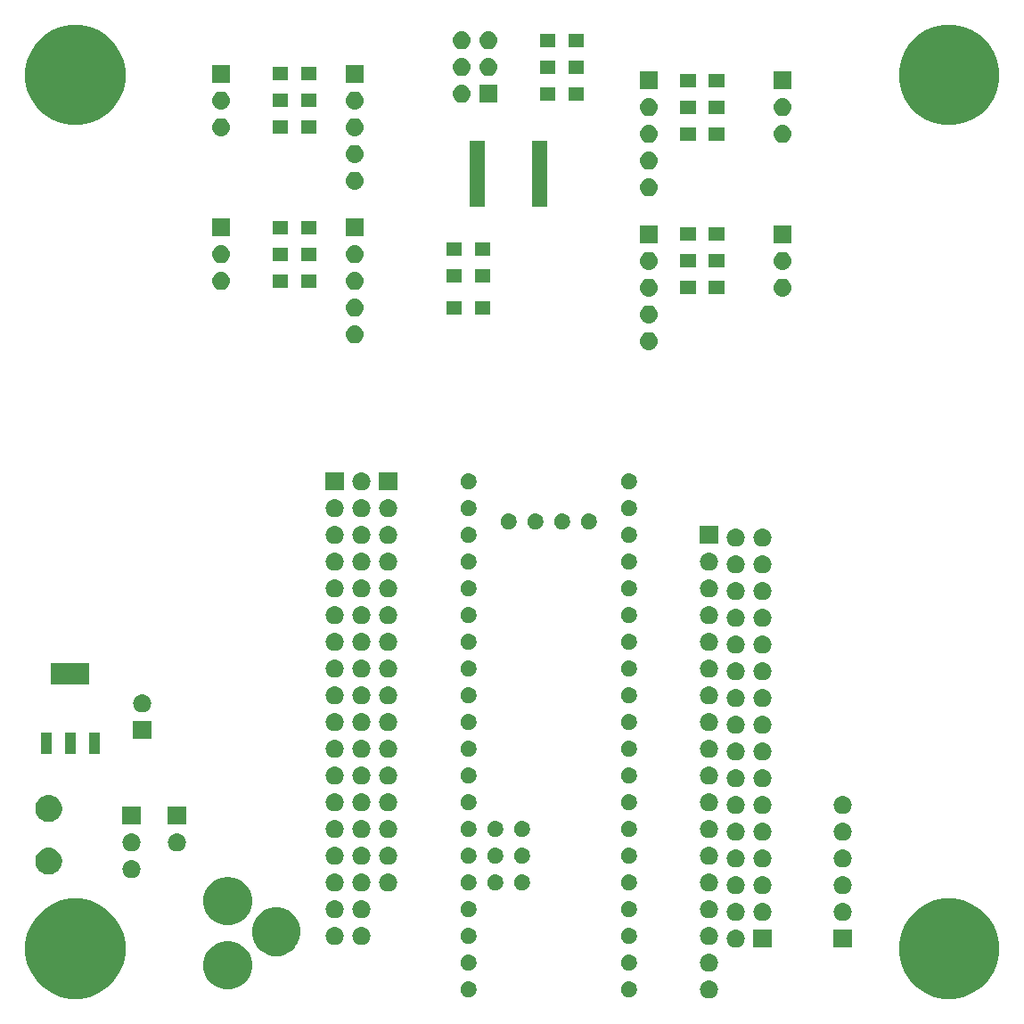
<source format=gbr>
G04 #@! TF.GenerationSoftware,KiCad,Pcbnew,(5.0.2)-1*
G04 #@! TF.CreationDate,2019-02-27T20:45:44-05:00*
G04 #@! TF.ProjectId,Blue-Pill-Board,426c7565-2d50-4696-9c6c-2d426f617264,X1*
G04 #@! TF.SameCoordinates,Original*
G04 #@! TF.FileFunction,Soldermask,Top*
G04 #@! TF.FilePolarity,Negative*
%FSLAX46Y46*%
G04 Gerber Fmt 4.6, Leading zero omitted, Abs format (unit mm)*
G04 Created by KiCad (PCBNEW (5.0.2)-1) date 2/27/2019 8:45:44 PM*
%MOMM*%
%LPD*%
G01*
G04 APERTURE LIST*
%ADD10C,0.150000*%
G04 APERTURE END LIST*
D10*
G36*
X100389169Y-94420519D02*
X101255889Y-94779526D01*
X102035920Y-95300726D01*
X102699274Y-95964080D01*
X103220474Y-96744111D01*
X103579481Y-97610831D01*
X103762500Y-98530933D01*
X103762500Y-99469067D01*
X103579481Y-100389169D01*
X103220474Y-101255889D01*
X102699274Y-102035920D01*
X102035920Y-102699274D01*
X101255889Y-103220474D01*
X100389169Y-103579481D01*
X99469067Y-103762500D01*
X98530933Y-103762500D01*
X97610831Y-103579481D01*
X96744111Y-103220474D01*
X95964080Y-102699274D01*
X95300726Y-102035920D01*
X94779526Y-101255889D01*
X94420519Y-100389169D01*
X94237500Y-99469067D01*
X94237500Y-98530933D01*
X94420519Y-97610831D01*
X94779526Y-96744111D01*
X95300726Y-95964080D01*
X95964080Y-95300726D01*
X96744111Y-94779526D01*
X97610831Y-94420519D01*
X98530933Y-94237500D01*
X99469067Y-94237500D01*
X100389169Y-94420519D01*
X100389169Y-94420519D01*
G37*
G36*
X17389169Y-94420519D02*
X18255889Y-94779526D01*
X19035920Y-95300726D01*
X19699274Y-95964080D01*
X20220474Y-96744111D01*
X20579481Y-97610831D01*
X20762500Y-98530933D01*
X20762500Y-99469067D01*
X20579481Y-100389169D01*
X20220474Y-101255889D01*
X19699274Y-102035920D01*
X19035920Y-102699274D01*
X18255889Y-103220474D01*
X17389169Y-103579481D01*
X16469067Y-103762500D01*
X15530933Y-103762500D01*
X14610831Y-103579481D01*
X13744111Y-103220474D01*
X12964080Y-102699274D01*
X12300726Y-102035920D01*
X11779526Y-101255889D01*
X11420519Y-100389169D01*
X11237500Y-99469067D01*
X11237500Y-98530933D01*
X11420519Y-97610831D01*
X11779526Y-96744111D01*
X12300726Y-95964080D01*
X12964080Y-95300726D01*
X13744111Y-94779526D01*
X14610831Y-94420519D01*
X15530933Y-94237500D01*
X16469067Y-94237500D01*
X17389169Y-94420519D01*
X17389169Y-94420519D01*
G37*
G36*
X76366630Y-102032299D02*
X76526855Y-102080903D01*
X76674520Y-102159831D01*
X76803949Y-102266051D01*
X76910169Y-102395480D01*
X76989097Y-102543145D01*
X77037701Y-102703370D01*
X77054112Y-102870000D01*
X77037701Y-103036630D01*
X76989097Y-103196855D01*
X76910169Y-103344520D01*
X76803949Y-103473949D01*
X76674520Y-103580169D01*
X76526855Y-103659097D01*
X76366630Y-103707701D01*
X76241752Y-103720000D01*
X76158248Y-103720000D01*
X76033370Y-103707701D01*
X75873145Y-103659097D01*
X75725480Y-103580169D01*
X75596051Y-103473949D01*
X75489831Y-103344520D01*
X75410903Y-103196855D01*
X75362299Y-103036630D01*
X75345888Y-102870000D01*
X75362299Y-102703370D01*
X75410903Y-102543145D01*
X75489831Y-102395480D01*
X75596051Y-102266051D01*
X75725480Y-102159831D01*
X75873145Y-102080903D01*
X76033370Y-102032299D01*
X76158248Y-102020000D01*
X76241752Y-102020000D01*
X76366630Y-102032299D01*
X76366630Y-102032299D01*
G37*
G36*
X68753195Y-102127522D02*
X68802267Y-102137283D01*
X68856705Y-102159832D01*
X68940942Y-102194724D01*
X69065750Y-102278118D01*
X69171882Y-102384250D01*
X69255276Y-102509058D01*
X69312717Y-102647734D01*
X69342000Y-102794948D01*
X69342000Y-102945052D01*
X69312717Y-103092266D01*
X69255276Y-103230942D01*
X69171882Y-103355750D01*
X69065750Y-103461882D01*
X69065747Y-103461884D01*
X68940942Y-103545276D01*
X68802267Y-103602717D01*
X68753195Y-103612478D01*
X68655052Y-103632000D01*
X68504948Y-103632000D01*
X68406805Y-103612478D01*
X68357733Y-103602717D01*
X68219058Y-103545276D01*
X68094253Y-103461884D01*
X68094250Y-103461882D01*
X67988118Y-103355750D01*
X67904724Y-103230942D01*
X67847283Y-103092266D01*
X67818000Y-102945052D01*
X67818000Y-102794948D01*
X67847283Y-102647734D01*
X67904724Y-102509058D01*
X67988118Y-102384250D01*
X68094250Y-102278118D01*
X68219058Y-102194724D01*
X68303295Y-102159832D01*
X68357733Y-102137283D01*
X68406805Y-102127522D01*
X68504948Y-102108000D01*
X68655052Y-102108000D01*
X68753195Y-102127522D01*
X68753195Y-102127522D01*
G37*
G36*
X53513195Y-102127522D02*
X53562267Y-102137283D01*
X53616705Y-102159832D01*
X53700942Y-102194724D01*
X53825750Y-102278118D01*
X53931882Y-102384250D01*
X54015276Y-102509058D01*
X54072717Y-102647734D01*
X54102000Y-102794948D01*
X54102000Y-102945052D01*
X54072717Y-103092266D01*
X54015276Y-103230942D01*
X53931882Y-103355750D01*
X53825750Y-103461882D01*
X53825747Y-103461884D01*
X53700942Y-103545276D01*
X53562267Y-103602717D01*
X53513195Y-103612478D01*
X53415052Y-103632000D01*
X53264948Y-103632000D01*
X53166805Y-103612478D01*
X53117733Y-103602717D01*
X52979058Y-103545276D01*
X52854253Y-103461884D01*
X52854250Y-103461882D01*
X52748118Y-103355750D01*
X52664724Y-103230942D01*
X52607283Y-103092266D01*
X52578000Y-102945052D01*
X52578000Y-102794948D01*
X52607283Y-102647734D01*
X52664724Y-102509058D01*
X52748118Y-102384250D01*
X52854250Y-102278118D01*
X52979058Y-102194724D01*
X53063295Y-102159832D01*
X53117733Y-102137283D01*
X53166805Y-102127522D01*
X53264948Y-102108000D01*
X53415052Y-102108000D01*
X53513195Y-102127522D01*
X53513195Y-102127522D01*
G37*
G36*
X31150885Y-98372387D02*
X31503682Y-98518520D01*
X31569459Y-98545766D01*
X31881356Y-98754169D01*
X31946168Y-98797475D01*
X32266525Y-99117832D01*
X32266527Y-99117835D01*
X32516737Y-99492300D01*
X32518235Y-99494543D01*
X32691613Y-99913115D01*
X32780000Y-100357468D01*
X32780000Y-100810532D01*
X32691613Y-101254885D01*
X32518235Y-101673457D01*
X32266525Y-102050168D01*
X31946168Y-102370525D01*
X31946165Y-102370527D01*
X31569459Y-102622234D01*
X31569458Y-102622235D01*
X31569457Y-102622235D01*
X31150885Y-102795613D01*
X30706532Y-102884000D01*
X30253468Y-102884000D01*
X29809115Y-102795613D01*
X29390543Y-102622235D01*
X29390542Y-102622235D01*
X29390541Y-102622234D01*
X29013835Y-102370527D01*
X29013832Y-102370525D01*
X28693475Y-102050168D01*
X28441765Y-101673457D01*
X28268387Y-101254885D01*
X28180000Y-100810532D01*
X28180000Y-100357468D01*
X28268387Y-99913115D01*
X28441765Y-99494543D01*
X28443264Y-99492300D01*
X28693473Y-99117835D01*
X28693475Y-99117832D01*
X29013832Y-98797475D01*
X29078644Y-98754169D01*
X29390541Y-98545766D01*
X29456319Y-98518520D01*
X29809115Y-98372387D01*
X30253468Y-98284000D01*
X30706532Y-98284000D01*
X31150885Y-98372387D01*
X31150885Y-98372387D01*
G37*
G36*
X76366630Y-99492299D02*
X76526855Y-99540903D01*
X76674520Y-99619831D01*
X76803949Y-99726051D01*
X76910169Y-99855480D01*
X76989097Y-100003145D01*
X77037701Y-100163370D01*
X77054112Y-100330000D01*
X77037701Y-100496630D01*
X76989097Y-100656855D01*
X76910169Y-100804520D01*
X76803949Y-100933949D01*
X76674520Y-101040169D01*
X76526855Y-101119097D01*
X76366630Y-101167701D01*
X76241752Y-101180000D01*
X76158248Y-101180000D01*
X76033370Y-101167701D01*
X75873145Y-101119097D01*
X75725480Y-101040169D01*
X75596051Y-100933949D01*
X75489831Y-100804520D01*
X75410903Y-100656855D01*
X75362299Y-100496630D01*
X75345888Y-100330000D01*
X75362299Y-100163370D01*
X75410903Y-100003145D01*
X75489831Y-99855480D01*
X75596051Y-99726051D01*
X75725480Y-99619831D01*
X75873145Y-99540903D01*
X76033370Y-99492299D01*
X76158248Y-99480000D01*
X76241752Y-99480000D01*
X76366630Y-99492299D01*
X76366630Y-99492299D01*
G37*
G36*
X53513195Y-99587522D02*
X53562267Y-99597283D01*
X53616705Y-99619832D01*
X53700942Y-99654724D01*
X53825750Y-99738118D01*
X53931882Y-99844250D01*
X54015276Y-99969058D01*
X54072717Y-100107734D01*
X54102000Y-100254948D01*
X54102000Y-100405052D01*
X54072717Y-100552266D01*
X54015276Y-100690942D01*
X53931882Y-100815750D01*
X53825750Y-100921882D01*
X53825747Y-100921884D01*
X53700942Y-101005276D01*
X53562267Y-101062717D01*
X53513195Y-101072478D01*
X53415052Y-101092000D01*
X53264948Y-101092000D01*
X53166805Y-101072478D01*
X53117733Y-101062717D01*
X52979058Y-101005276D01*
X52854253Y-100921884D01*
X52854250Y-100921882D01*
X52748118Y-100815750D01*
X52664724Y-100690942D01*
X52607283Y-100552266D01*
X52578000Y-100405052D01*
X52578000Y-100254948D01*
X52607283Y-100107734D01*
X52664724Y-99969058D01*
X52748118Y-99844250D01*
X52854250Y-99738118D01*
X52979058Y-99654724D01*
X53063295Y-99619832D01*
X53117733Y-99597283D01*
X53166805Y-99587522D01*
X53264948Y-99568000D01*
X53415052Y-99568000D01*
X53513195Y-99587522D01*
X53513195Y-99587522D01*
G37*
G36*
X68753195Y-99587522D02*
X68802267Y-99597283D01*
X68856705Y-99619832D01*
X68940942Y-99654724D01*
X69065750Y-99738118D01*
X69171882Y-99844250D01*
X69255276Y-99969058D01*
X69312717Y-100107734D01*
X69342000Y-100254948D01*
X69342000Y-100405052D01*
X69312717Y-100552266D01*
X69255276Y-100690942D01*
X69171882Y-100815750D01*
X69065750Y-100921882D01*
X69065747Y-100921884D01*
X68940942Y-101005276D01*
X68802267Y-101062717D01*
X68753195Y-101072478D01*
X68655052Y-101092000D01*
X68504948Y-101092000D01*
X68406805Y-101072478D01*
X68357733Y-101062717D01*
X68219058Y-101005276D01*
X68094253Y-100921884D01*
X68094250Y-100921882D01*
X67988118Y-100815750D01*
X67904724Y-100690942D01*
X67847283Y-100552266D01*
X67818000Y-100405052D01*
X67818000Y-100254948D01*
X67847283Y-100107734D01*
X67904724Y-99969058D01*
X67988118Y-99844250D01*
X68094250Y-99738118D01*
X68219058Y-99654724D01*
X68303295Y-99619832D01*
X68357733Y-99597283D01*
X68406805Y-99587522D01*
X68504948Y-99568000D01*
X68655052Y-99568000D01*
X68753195Y-99587522D01*
X68753195Y-99587522D01*
G37*
G36*
X35750885Y-95172387D02*
X36149190Y-95337370D01*
X36169459Y-95345766D01*
X36515308Y-95576855D01*
X36546168Y-95597475D01*
X36866525Y-95917832D01*
X37118235Y-96294543D01*
X37291613Y-96713115D01*
X37380000Y-97157468D01*
X37380000Y-97610532D01*
X37291613Y-98054885D01*
X37156167Y-98381882D01*
X37118234Y-98473459D01*
X36901735Y-98797473D01*
X36866525Y-98850168D01*
X36546168Y-99170525D01*
X36546165Y-99170527D01*
X36169459Y-99422234D01*
X36169458Y-99422235D01*
X36169457Y-99422235D01*
X35750885Y-99595613D01*
X35306532Y-99684000D01*
X34853468Y-99684000D01*
X34409115Y-99595613D01*
X33990543Y-99422235D01*
X33990542Y-99422235D01*
X33990541Y-99422234D01*
X33613835Y-99170527D01*
X33613832Y-99170525D01*
X33293475Y-98850168D01*
X33258265Y-98797473D01*
X33041766Y-98473459D01*
X33003834Y-98381882D01*
X32868387Y-98054885D01*
X32780000Y-97610532D01*
X32780000Y-97157468D01*
X32868387Y-96713115D01*
X33041765Y-96294543D01*
X33293475Y-95917832D01*
X33613832Y-95597475D01*
X33644692Y-95576855D01*
X33990541Y-95345766D01*
X34010811Y-95337370D01*
X34409115Y-95172387D01*
X34853468Y-95084000D01*
X35306532Y-95084000D01*
X35750885Y-95172387D01*
X35750885Y-95172387D01*
G37*
G36*
X78906630Y-97206299D02*
X79066855Y-97254903D01*
X79214520Y-97333831D01*
X79343949Y-97440051D01*
X79450169Y-97569480D01*
X79529097Y-97717145D01*
X79577701Y-97877370D01*
X79594112Y-98044000D01*
X79577701Y-98210630D01*
X79529097Y-98370855D01*
X79450169Y-98518520D01*
X79343949Y-98647949D01*
X79214520Y-98754169D01*
X79066855Y-98833097D01*
X78906630Y-98881701D01*
X78781752Y-98894000D01*
X78698248Y-98894000D01*
X78573370Y-98881701D01*
X78413145Y-98833097D01*
X78265480Y-98754169D01*
X78136051Y-98647949D01*
X78029831Y-98518520D01*
X77950903Y-98370855D01*
X77902299Y-98210630D01*
X77885888Y-98044000D01*
X77902299Y-97877370D01*
X77950903Y-97717145D01*
X78029831Y-97569480D01*
X78136051Y-97440051D01*
X78265480Y-97333831D01*
X78413145Y-97254903D01*
X78573370Y-97206299D01*
X78698248Y-97194000D01*
X78781752Y-97194000D01*
X78906630Y-97206299D01*
X78906630Y-97206299D01*
G37*
G36*
X82130000Y-98894000D02*
X80430000Y-98894000D01*
X80430000Y-97194000D01*
X82130000Y-97194000D01*
X82130000Y-98894000D01*
X82130000Y-98894000D01*
G37*
G36*
X89750000Y-98894000D02*
X88050000Y-98894000D01*
X88050000Y-97194000D01*
X89750000Y-97194000D01*
X89750000Y-98894000D01*
X89750000Y-98894000D01*
G37*
G36*
X43346630Y-96952299D02*
X43506855Y-97000903D01*
X43654520Y-97079831D01*
X43783949Y-97186051D01*
X43890169Y-97315480D01*
X43969097Y-97463145D01*
X44017701Y-97623370D01*
X44034112Y-97790000D01*
X44017701Y-97956630D01*
X43969097Y-98116855D01*
X43890169Y-98264520D01*
X43783949Y-98393949D01*
X43654520Y-98500169D01*
X43506855Y-98579097D01*
X43346630Y-98627701D01*
X43221752Y-98640000D01*
X43138248Y-98640000D01*
X43013370Y-98627701D01*
X42853145Y-98579097D01*
X42705480Y-98500169D01*
X42576051Y-98393949D01*
X42469831Y-98264520D01*
X42390903Y-98116855D01*
X42342299Y-97956630D01*
X42325888Y-97790000D01*
X42342299Y-97623370D01*
X42390903Y-97463145D01*
X42469831Y-97315480D01*
X42576051Y-97186051D01*
X42705480Y-97079831D01*
X42853145Y-97000903D01*
X43013370Y-96952299D01*
X43138248Y-96940000D01*
X43221752Y-96940000D01*
X43346630Y-96952299D01*
X43346630Y-96952299D01*
G37*
G36*
X40806630Y-96952299D02*
X40966855Y-97000903D01*
X41114520Y-97079831D01*
X41243949Y-97186051D01*
X41350169Y-97315480D01*
X41429097Y-97463145D01*
X41477701Y-97623370D01*
X41494112Y-97790000D01*
X41477701Y-97956630D01*
X41429097Y-98116855D01*
X41350169Y-98264520D01*
X41243949Y-98393949D01*
X41114520Y-98500169D01*
X40966855Y-98579097D01*
X40806630Y-98627701D01*
X40681752Y-98640000D01*
X40598248Y-98640000D01*
X40473370Y-98627701D01*
X40313145Y-98579097D01*
X40165480Y-98500169D01*
X40036051Y-98393949D01*
X39929831Y-98264520D01*
X39850903Y-98116855D01*
X39802299Y-97956630D01*
X39785888Y-97790000D01*
X39802299Y-97623370D01*
X39850903Y-97463145D01*
X39929831Y-97315480D01*
X40036051Y-97186051D01*
X40165480Y-97079831D01*
X40313145Y-97000903D01*
X40473370Y-96952299D01*
X40598248Y-96940000D01*
X40681752Y-96940000D01*
X40806630Y-96952299D01*
X40806630Y-96952299D01*
G37*
G36*
X76366630Y-96952299D02*
X76526855Y-97000903D01*
X76674520Y-97079831D01*
X76803949Y-97186051D01*
X76910169Y-97315480D01*
X76989097Y-97463145D01*
X77037701Y-97623370D01*
X77054112Y-97790000D01*
X77037701Y-97956630D01*
X76989097Y-98116855D01*
X76910169Y-98264520D01*
X76803949Y-98393949D01*
X76674520Y-98500169D01*
X76526855Y-98579097D01*
X76366630Y-98627701D01*
X76241752Y-98640000D01*
X76158248Y-98640000D01*
X76033370Y-98627701D01*
X75873145Y-98579097D01*
X75725480Y-98500169D01*
X75596051Y-98393949D01*
X75489831Y-98264520D01*
X75410903Y-98116855D01*
X75362299Y-97956630D01*
X75345888Y-97790000D01*
X75362299Y-97623370D01*
X75410903Y-97463145D01*
X75489831Y-97315480D01*
X75596051Y-97186051D01*
X75725480Y-97079831D01*
X75873145Y-97000903D01*
X76033370Y-96952299D01*
X76158248Y-96940000D01*
X76241752Y-96940000D01*
X76366630Y-96952299D01*
X76366630Y-96952299D01*
G37*
G36*
X53513195Y-97047522D02*
X53562267Y-97057283D01*
X53616705Y-97079832D01*
X53700942Y-97114724D01*
X53825750Y-97198118D01*
X53931882Y-97304250D01*
X54015276Y-97429058D01*
X54072717Y-97567734D01*
X54102000Y-97714948D01*
X54102000Y-97865052D01*
X54083784Y-97956629D01*
X54072717Y-98012267D01*
X54055064Y-98054885D01*
X54015276Y-98150942D01*
X53931882Y-98275750D01*
X53825750Y-98381882D01*
X53825747Y-98381884D01*
X53700942Y-98465276D01*
X53562267Y-98522717D01*
X53520962Y-98530933D01*
X53415052Y-98552000D01*
X53264948Y-98552000D01*
X53159038Y-98530933D01*
X53117733Y-98522717D01*
X52979058Y-98465276D01*
X52854253Y-98381884D01*
X52854250Y-98381882D01*
X52748118Y-98275750D01*
X52664724Y-98150942D01*
X52624936Y-98054885D01*
X52607283Y-98012267D01*
X52596216Y-97956629D01*
X52578000Y-97865052D01*
X52578000Y-97714948D01*
X52607283Y-97567734D01*
X52664724Y-97429058D01*
X52748118Y-97304250D01*
X52854250Y-97198118D01*
X52979058Y-97114724D01*
X53063295Y-97079832D01*
X53117733Y-97057283D01*
X53166805Y-97047522D01*
X53264948Y-97028000D01*
X53415052Y-97028000D01*
X53513195Y-97047522D01*
X53513195Y-97047522D01*
G37*
G36*
X68753195Y-97047522D02*
X68802267Y-97057283D01*
X68856705Y-97079832D01*
X68940942Y-97114724D01*
X69065750Y-97198118D01*
X69171882Y-97304250D01*
X69255276Y-97429058D01*
X69312717Y-97567734D01*
X69342000Y-97714948D01*
X69342000Y-97865052D01*
X69323784Y-97956629D01*
X69312717Y-98012267D01*
X69295064Y-98054885D01*
X69255276Y-98150942D01*
X69171882Y-98275750D01*
X69065750Y-98381882D01*
X69065747Y-98381884D01*
X68940942Y-98465276D01*
X68802267Y-98522717D01*
X68760962Y-98530933D01*
X68655052Y-98552000D01*
X68504948Y-98552000D01*
X68399038Y-98530933D01*
X68357733Y-98522717D01*
X68219058Y-98465276D01*
X68094253Y-98381884D01*
X68094250Y-98381882D01*
X67988118Y-98275750D01*
X67904724Y-98150942D01*
X67864936Y-98054885D01*
X67847283Y-98012267D01*
X67836216Y-97956629D01*
X67818000Y-97865052D01*
X67818000Y-97714948D01*
X67847283Y-97567734D01*
X67904724Y-97429058D01*
X67988118Y-97304250D01*
X68094250Y-97198118D01*
X68219058Y-97114724D01*
X68303295Y-97079832D01*
X68357733Y-97057283D01*
X68406805Y-97047522D01*
X68504948Y-97028000D01*
X68655052Y-97028000D01*
X68753195Y-97047522D01*
X68753195Y-97047522D01*
G37*
G36*
X30965340Y-92235480D02*
X31150885Y-92272387D01*
X31569459Y-92445766D01*
X31715535Y-92543371D01*
X31946168Y-92697475D01*
X32266525Y-93017832D01*
X32266527Y-93017835D01*
X32456323Y-93301884D01*
X32518235Y-93394543D01*
X32691613Y-93813115D01*
X32780000Y-94257468D01*
X32780000Y-94710532D01*
X32716557Y-95029481D01*
X32691613Y-95154885D01*
X32518234Y-95573459D01*
X32288131Y-95917832D01*
X32266525Y-95950168D01*
X31946168Y-96270525D01*
X31946165Y-96270527D01*
X31569459Y-96522234D01*
X31569458Y-96522235D01*
X31569457Y-96522235D01*
X31150885Y-96695613D01*
X30706532Y-96784000D01*
X30253468Y-96784000D01*
X29809115Y-96695613D01*
X29390543Y-96522235D01*
X29390542Y-96522235D01*
X29390541Y-96522234D01*
X29013835Y-96270527D01*
X29013832Y-96270525D01*
X28693475Y-95950168D01*
X28671869Y-95917832D01*
X28441766Y-95573459D01*
X28268387Y-95154885D01*
X28243443Y-95029481D01*
X28180000Y-94710532D01*
X28180000Y-94257468D01*
X28268387Y-93813115D01*
X28441765Y-93394543D01*
X28503678Y-93301884D01*
X28693473Y-93017835D01*
X28693475Y-93017832D01*
X29013832Y-92697475D01*
X29244465Y-92543371D01*
X29390541Y-92445766D01*
X29809115Y-92272387D01*
X29994660Y-92235480D01*
X30253468Y-92184000D01*
X30706532Y-92184000D01*
X30965340Y-92235480D01*
X30965340Y-92235480D01*
G37*
G36*
X81446630Y-94666299D02*
X81606855Y-94714903D01*
X81754520Y-94793831D01*
X81883949Y-94900051D01*
X81990169Y-95029480D01*
X82069097Y-95177145D01*
X82117701Y-95337370D01*
X82134112Y-95504000D01*
X82117701Y-95670630D01*
X82069097Y-95830855D01*
X81990169Y-95978520D01*
X81883949Y-96107949D01*
X81754520Y-96214169D01*
X81606855Y-96293097D01*
X81446630Y-96341701D01*
X81321752Y-96354000D01*
X81238248Y-96354000D01*
X81113370Y-96341701D01*
X80953145Y-96293097D01*
X80805480Y-96214169D01*
X80676051Y-96107949D01*
X80569831Y-95978520D01*
X80490903Y-95830855D01*
X80442299Y-95670630D01*
X80425888Y-95504000D01*
X80442299Y-95337370D01*
X80490903Y-95177145D01*
X80569831Y-95029480D01*
X80676051Y-94900051D01*
X80805480Y-94793831D01*
X80953145Y-94714903D01*
X81113370Y-94666299D01*
X81238248Y-94654000D01*
X81321752Y-94654000D01*
X81446630Y-94666299D01*
X81446630Y-94666299D01*
G37*
G36*
X89066630Y-94666299D02*
X89226855Y-94714903D01*
X89374520Y-94793831D01*
X89503949Y-94900051D01*
X89610169Y-95029480D01*
X89689097Y-95177145D01*
X89737701Y-95337370D01*
X89754112Y-95504000D01*
X89737701Y-95670630D01*
X89689097Y-95830855D01*
X89610169Y-95978520D01*
X89503949Y-96107949D01*
X89374520Y-96214169D01*
X89226855Y-96293097D01*
X89066630Y-96341701D01*
X88941752Y-96354000D01*
X88858248Y-96354000D01*
X88733370Y-96341701D01*
X88573145Y-96293097D01*
X88425480Y-96214169D01*
X88296051Y-96107949D01*
X88189831Y-95978520D01*
X88110903Y-95830855D01*
X88062299Y-95670630D01*
X88045888Y-95504000D01*
X88062299Y-95337370D01*
X88110903Y-95177145D01*
X88189831Y-95029480D01*
X88296051Y-94900051D01*
X88425480Y-94793831D01*
X88573145Y-94714903D01*
X88733370Y-94666299D01*
X88858248Y-94654000D01*
X88941752Y-94654000D01*
X89066630Y-94666299D01*
X89066630Y-94666299D01*
G37*
G36*
X78906630Y-94666299D02*
X79066855Y-94714903D01*
X79214520Y-94793831D01*
X79343949Y-94900051D01*
X79450169Y-95029480D01*
X79529097Y-95177145D01*
X79577701Y-95337370D01*
X79594112Y-95504000D01*
X79577701Y-95670630D01*
X79529097Y-95830855D01*
X79450169Y-95978520D01*
X79343949Y-96107949D01*
X79214520Y-96214169D01*
X79066855Y-96293097D01*
X78906630Y-96341701D01*
X78781752Y-96354000D01*
X78698248Y-96354000D01*
X78573370Y-96341701D01*
X78413145Y-96293097D01*
X78265480Y-96214169D01*
X78136051Y-96107949D01*
X78029831Y-95978520D01*
X77950903Y-95830855D01*
X77902299Y-95670630D01*
X77885888Y-95504000D01*
X77902299Y-95337370D01*
X77950903Y-95177145D01*
X78029831Y-95029480D01*
X78136051Y-94900051D01*
X78265480Y-94793831D01*
X78413145Y-94714903D01*
X78573370Y-94666299D01*
X78698248Y-94654000D01*
X78781752Y-94654000D01*
X78906630Y-94666299D01*
X78906630Y-94666299D01*
G37*
G36*
X43346630Y-94412299D02*
X43506855Y-94460903D01*
X43654520Y-94539831D01*
X43783949Y-94646051D01*
X43890169Y-94775480D01*
X43969097Y-94923145D01*
X44017701Y-95083370D01*
X44034112Y-95250000D01*
X44017701Y-95416630D01*
X43969097Y-95576855D01*
X43890169Y-95724520D01*
X43783949Y-95853949D01*
X43654520Y-95960169D01*
X43506855Y-96039097D01*
X43346630Y-96087701D01*
X43221752Y-96100000D01*
X43138248Y-96100000D01*
X43013370Y-96087701D01*
X42853145Y-96039097D01*
X42705480Y-95960169D01*
X42576051Y-95853949D01*
X42469831Y-95724520D01*
X42390903Y-95576855D01*
X42342299Y-95416630D01*
X42325888Y-95250000D01*
X42342299Y-95083370D01*
X42390903Y-94923145D01*
X42469831Y-94775480D01*
X42576051Y-94646051D01*
X42705480Y-94539831D01*
X42853145Y-94460903D01*
X43013370Y-94412299D01*
X43138248Y-94400000D01*
X43221752Y-94400000D01*
X43346630Y-94412299D01*
X43346630Y-94412299D01*
G37*
G36*
X40806630Y-94412299D02*
X40966855Y-94460903D01*
X41114520Y-94539831D01*
X41243949Y-94646051D01*
X41350169Y-94775480D01*
X41429097Y-94923145D01*
X41477701Y-95083370D01*
X41494112Y-95250000D01*
X41477701Y-95416630D01*
X41429097Y-95576855D01*
X41350169Y-95724520D01*
X41243949Y-95853949D01*
X41114520Y-95960169D01*
X40966855Y-96039097D01*
X40806630Y-96087701D01*
X40681752Y-96100000D01*
X40598248Y-96100000D01*
X40473370Y-96087701D01*
X40313145Y-96039097D01*
X40165480Y-95960169D01*
X40036051Y-95853949D01*
X39929831Y-95724520D01*
X39850903Y-95576855D01*
X39802299Y-95416630D01*
X39785888Y-95250000D01*
X39802299Y-95083370D01*
X39850903Y-94923145D01*
X39929831Y-94775480D01*
X40036051Y-94646051D01*
X40165480Y-94539831D01*
X40313145Y-94460903D01*
X40473370Y-94412299D01*
X40598248Y-94400000D01*
X40681752Y-94400000D01*
X40806630Y-94412299D01*
X40806630Y-94412299D01*
G37*
G36*
X76366630Y-94412299D02*
X76526855Y-94460903D01*
X76674520Y-94539831D01*
X76803949Y-94646051D01*
X76910169Y-94775480D01*
X76989097Y-94923145D01*
X77037701Y-95083370D01*
X77054112Y-95250000D01*
X77037701Y-95416630D01*
X76989097Y-95576855D01*
X76910169Y-95724520D01*
X76803949Y-95853949D01*
X76674520Y-95960169D01*
X76526855Y-96039097D01*
X76366630Y-96087701D01*
X76241752Y-96100000D01*
X76158248Y-96100000D01*
X76033370Y-96087701D01*
X75873145Y-96039097D01*
X75725480Y-95960169D01*
X75596051Y-95853949D01*
X75489831Y-95724520D01*
X75410903Y-95576855D01*
X75362299Y-95416630D01*
X75345888Y-95250000D01*
X75362299Y-95083370D01*
X75410903Y-94923145D01*
X75489831Y-94775480D01*
X75596051Y-94646051D01*
X75725480Y-94539831D01*
X75873145Y-94460903D01*
X76033370Y-94412299D01*
X76158248Y-94400000D01*
X76241752Y-94400000D01*
X76366630Y-94412299D01*
X76366630Y-94412299D01*
G37*
G36*
X68753195Y-94507522D02*
X68802267Y-94517283D01*
X68856705Y-94539832D01*
X68940942Y-94574724D01*
X69065750Y-94658118D01*
X69171882Y-94764250D01*
X69255276Y-94889058D01*
X69312717Y-95027734D01*
X69342000Y-95174948D01*
X69342000Y-95325052D01*
X69323784Y-95416629D01*
X69312717Y-95472267D01*
X69270803Y-95573457D01*
X69255276Y-95610942D01*
X69171882Y-95735750D01*
X69065750Y-95841882D01*
X69065747Y-95841884D01*
X68940942Y-95925276D01*
X68802267Y-95982717D01*
X68753195Y-95992478D01*
X68655052Y-96012000D01*
X68504948Y-96012000D01*
X68406805Y-95992478D01*
X68357733Y-95982717D01*
X68219058Y-95925276D01*
X68094253Y-95841884D01*
X68094250Y-95841882D01*
X67988118Y-95735750D01*
X67904724Y-95610942D01*
X67889197Y-95573457D01*
X67847283Y-95472267D01*
X67836216Y-95416629D01*
X67818000Y-95325052D01*
X67818000Y-95174948D01*
X67847283Y-95027734D01*
X67904724Y-94889058D01*
X67988118Y-94764250D01*
X68094250Y-94658118D01*
X68219058Y-94574724D01*
X68303295Y-94539832D01*
X68357733Y-94517283D01*
X68406805Y-94507522D01*
X68504948Y-94488000D01*
X68655052Y-94488000D01*
X68753195Y-94507522D01*
X68753195Y-94507522D01*
G37*
G36*
X53513195Y-94507522D02*
X53562267Y-94517283D01*
X53616705Y-94539832D01*
X53700942Y-94574724D01*
X53825750Y-94658118D01*
X53931882Y-94764250D01*
X54015276Y-94889058D01*
X54072717Y-95027734D01*
X54102000Y-95174948D01*
X54102000Y-95325052D01*
X54083784Y-95416629D01*
X54072717Y-95472267D01*
X54030803Y-95573457D01*
X54015276Y-95610942D01*
X53931882Y-95735750D01*
X53825750Y-95841882D01*
X53825747Y-95841884D01*
X53700942Y-95925276D01*
X53562267Y-95982717D01*
X53513195Y-95992478D01*
X53415052Y-96012000D01*
X53264948Y-96012000D01*
X53166805Y-95992478D01*
X53117733Y-95982717D01*
X52979058Y-95925276D01*
X52854253Y-95841884D01*
X52854250Y-95841882D01*
X52748118Y-95735750D01*
X52664724Y-95610942D01*
X52649197Y-95573457D01*
X52607283Y-95472267D01*
X52596216Y-95416629D01*
X52578000Y-95325052D01*
X52578000Y-95174948D01*
X52607283Y-95027734D01*
X52664724Y-94889058D01*
X52748118Y-94764250D01*
X52854250Y-94658118D01*
X52979058Y-94574724D01*
X53063295Y-94539832D01*
X53117733Y-94517283D01*
X53166805Y-94507522D01*
X53264948Y-94488000D01*
X53415052Y-94488000D01*
X53513195Y-94507522D01*
X53513195Y-94507522D01*
G37*
G36*
X78906630Y-92126299D02*
X79066855Y-92174903D01*
X79214520Y-92253831D01*
X79343949Y-92360051D01*
X79450169Y-92489480D01*
X79529097Y-92637145D01*
X79577701Y-92797370D01*
X79594112Y-92964000D01*
X79577701Y-93130630D01*
X79529097Y-93290855D01*
X79450169Y-93438520D01*
X79343949Y-93567949D01*
X79214520Y-93674169D01*
X79066855Y-93753097D01*
X78906630Y-93801701D01*
X78781752Y-93814000D01*
X78698248Y-93814000D01*
X78573370Y-93801701D01*
X78413145Y-93753097D01*
X78265480Y-93674169D01*
X78136051Y-93567949D01*
X78029831Y-93438520D01*
X77950903Y-93290855D01*
X77902299Y-93130630D01*
X77885888Y-92964000D01*
X77902299Y-92797370D01*
X77950903Y-92637145D01*
X78029831Y-92489480D01*
X78136051Y-92360051D01*
X78265480Y-92253831D01*
X78413145Y-92174903D01*
X78573370Y-92126299D01*
X78698248Y-92114000D01*
X78781752Y-92114000D01*
X78906630Y-92126299D01*
X78906630Y-92126299D01*
G37*
G36*
X89066630Y-92126299D02*
X89226855Y-92174903D01*
X89374520Y-92253831D01*
X89503949Y-92360051D01*
X89610169Y-92489480D01*
X89689097Y-92637145D01*
X89737701Y-92797370D01*
X89754112Y-92964000D01*
X89737701Y-93130630D01*
X89689097Y-93290855D01*
X89610169Y-93438520D01*
X89503949Y-93567949D01*
X89374520Y-93674169D01*
X89226855Y-93753097D01*
X89066630Y-93801701D01*
X88941752Y-93814000D01*
X88858248Y-93814000D01*
X88733370Y-93801701D01*
X88573145Y-93753097D01*
X88425480Y-93674169D01*
X88296051Y-93567949D01*
X88189831Y-93438520D01*
X88110903Y-93290855D01*
X88062299Y-93130630D01*
X88045888Y-92964000D01*
X88062299Y-92797370D01*
X88110903Y-92637145D01*
X88189831Y-92489480D01*
X88296051Y-92360051D01*
X88425480Y-92253831D01*
X88573145Y-92174903D01*
X88733370Y-92126299D01*
X88858248Y-92114000D01*
X88941752Y-92114000D01*
X89066630Y-92126299D01*
X89066630Y-92126299D01*
G37*
G36*
X81446630Y-92126299D02*
X81606855Y-92174903D01*
X81754520Y-92253831D01*
X81883949Y-92360051D01*
X81990169Y-92489480D01*
X82069097Y-92637145D01*
X82117701Y-92797370D01*
X82134112Y-92964000D01*
X82117701Y-93130630D01*
X82069097Y-93290855D01*
X81990169Y-93438520D01*
X81883949Y-93567949D01*
X81754520Y-93674169D01*
X81606855Y-93753097D01*
X81446630Y-93801701D01*
X81321752Y-93814000D01*
X81238248Y-93814000D01*
X81113370Y-93801701D01*
X80953145Y-93753097D01*
X80805480Y-93674169D01*
X80676051Y-93567949D01*
X80569831Y-93438520D01*
X80490903Y-93290855D01*
X80442299Y-93130630D01*
X80425888Y-92964000D01*
X80442299Y-92797370D01*
X80490903Y-92637145D01*
X80569831Y-92489480D01*
X80676051Y-92360051D01*
X80805480Y-92253831D01*
X80953145Y-92174903D01*
X81113370Y-92126299D01*
X81238248Y-92114000D01*
X81321752Y-92114000D01*
X81446630Y-92126299D01*
X81446630Y-92126299D01*
G37*
G36*
X43346630Y-91872299D02*
X43506855Y-91920903D01*
X43654520Y-91999831D01*
X43783949Y-92106051D01*
X43890169Y-92235480D01*
X43969097Y-92383145D01*
X44017701Y-92543370D01*
X44034112Y-92710000D01*
X44017701Y-92876630D01*
X43969097Y-93036855D01*
X43890169Y-93184520D01*
X43783949Y-93313949D01*
X43654520Y-93420169D01*
X43506855Y-93499097D01*
X43346630Y-93547701D01*
X43221752Y-93560000D01*
X43138248Y-93560000D01*
X43013370Y-93547701D01*
X42853145Y-93499097D01*
X42705480Y-93420169D01*
X42576051Y-93313949D01*
X42469831Y-93184520D01*
X42390903Y-93036855D01*
X42342299Y-92876630D01*
X42325888Y-92710000D01*
X42342299Y-92543370D01*
X42390903Y-92383145D01*
X42469831Y-92235480D01*
X42576051Y-92106051D01*
X42705480Y-91999831D01*
X42853145Y-91920903D01*
X43013370Y-91872299D01*
X43138248Y-91860000D01*
X43221752Y-91860000D01*
X43346630Y-91872299D01*
X43346630Y-91872299D01*
G37*
G36*
X45886630Y-91872299D02*
X46046855Y-91920903D01*
X46194520Y-91999831D01*
X46323949Y-92106051D01*
X46430169Y-92235480D01*
X46509097Y-92383145D01*
X46557701Y-92543370D01*
X46574112Y-92710000D01*
X46557701Y-92876630D01*
X46509097Y-93036855D01*
X46430169Y-93184520D01*
X46323949Y-93313949D01*
X46194520Y-93420169D01*
X46046855Y-93499097D01*
X45886630Y-93547701D01*
X45761752Y-93560000D01*
X45678248Y-93560000D01*
X45553370Y-93547701D01*
X45393145Y-93499097D01*
X45245480Y-93420169D01*
X45116051Y-93313949D01*
X45009831Y-93184520D01*
X44930903Y-93036855D01*
X44882299Y-92876630D01*
X44865888Y-92710000D01*
X44882299Y-92543370D01*
X44930903Y-92383145D01*
X45009831Y-92235480D01*
X45116051Y-92106051D01*
X45245480Y-91999831D01*
X45393145Y-91920903D01*
X45553370Y-91872299D01*
X45678248Y-91860000D01*
X45761752Y-91860000D01*
X45886630Y-91872299D01*
X45886630Y-91872299D01*
G37*
G36*
X40806630Y-91872299D02*
X40966855Y-91920903D01*
X41114520Y-91999831D01*
X41243949Y-92106051D01*
X41350169Y-92235480D01*
X41429097Y-92383145D01*
X41477701Y-92543370D01*
X41494112Y-92710000D01*
X41477701Y-92876630D01*
X41429097Y-93036855D01*
X41350169Y-93184520D01*
X41243949Y-93313949D01*
X41114520Y-93420169D01*
X40966855Y-93499097D01*
X40806630Y-93547701D01*
X40681752Y-93560000D01*
X40598248Y-93560000D01*
X40473370Y-93547701D01*
X40313145Y-93499097D01*
X40165480Y-93420169D01*
X40036051Y-93313949D01*
X39929831Y-93184520D01*
X39850903Y-93036855D01*
X39802299Y-92876630D01*
X39785888Y-92710000D01*
X39802299Y-92543370D01*
X39850903Y-92383145D01*
X39929831Y-92235480D01*
X40036051Y-92106051D01*
X40165480Y-91999831D01*
X40313145Y-91920903D01*
X40473370Y-91872299D01*
X40598248Y-91860000D01*
X40681752Y-91860000D01*
X40806630Y-91872299D01*
X40806630Y-91872299D01*
G37*
G36*
X76366630Y-91872299D02*
X76526855Y-91920903D01*
X76674520Y-91999831D01*
X76803949Y-92106051D01*
X76910169Y-92235480D01*
X76989097Y-92383145D01*
X77037701Y-92543370D01*
X77054112Y-92710000D01*
X77037701Y-92876630D01*
X76989097Y-93036855D01*
X76910169Y-93184520D01*
X76803949Y-93313949D01*
X76674520Y-93420169D01*
X76526855Y-93499097D01*
X76366630Y-93547701D01*
X76241752Y-93560000D01*
X76158248Y-93560000D01*
X76033370Y-93547701D01*
X75873145Y-93499097D01*
X75725480Y-93420169D01*
X75596051Y-93313949D01*
X75489831Y-93184520D01*
X75410903Y-93036855D01*
X75362299Y-92876630D01*
X75345888Y-92710000D01*
X75362299Y-92543370D01*
X75410903Y-92383145D01*
X75489831Y-92235480D01*
X75596051Y-92106051D01*
X75725480Y-91999831D01*
X75873145Y-91920903D01*
X76033370Y-91872299D01*
X76158248Y-91860000D01*
X76241752Y-91860000D01*
X76366630Y-91872299D01*
X76366630Y-91872299D01*
G37*
G36*
X68753195Y-91967522D02*
X68802267Y-91977283D01*
X68856705Y-91999832D01*
X68940942Y-92034724D01*
X69065750Y-92118118D01*
X69171882Y-92224250D01*
X69171884Y-92224253D01*
X69255276Y-92349058D01*
X69295334Y-92445766D01*
X69312717Y-92487734D01*
X69342000Y-92634948D01*
X69342000Y-92785052D01*
X69323784Y-92876629D01*
X69312717Y-92932267D01*
X69269395Y-93036855D01*
X69255276Y-93070942D01*
X69171882Y-93195750D01*
X69065750Y-93301882D01*
X69065747Y-93301884D01*
X68940942Y-93385276D01*
X68802267Y-93442717D01*
X68753195Y-93452478D01*
X68655052Y-93472000D01*
X68504948Y-93472000D01*
X68406805Y-93452478D01*
X68357733Y-93442717D01*
X68219058Y-93385276D01*
X68094253Y-93301884D01*
X68094250Y-93301882D01*
X67988118Y-93195750D01*
X67904724Y-93070942D01*
X67890605Y-93036855D01*
X67847283Y-92932267D01*
X67836216Y-92876629D01*
X67818000Y-92785052D01*
X67818000Y-92634948D01*
X67847283Y-92487734D01*
X67864667Y-92445766D01*
X67904724Y-92349058D01*
X67988116Y-92224253D01*
X67988118Y-92224250D01*
X68094250Y-92118118D01*
X68219058Y-92034724D01*
X68303295Y-91999832D01*
X68357733Y-91977283D01*
X68406805Y-91967522D01*
X68504948Y-91948000D01*
X68655052Y-91948000D01*
X68753195Y-91967522D01*
X68753195Y-91967522D01*
G37*
G36*
X56053195Y-91967522D02*
X56102267Y-91977283D01*
X56156705Y-91999832D01*
X56240942Y-92034724D01*
X56365750Y-92118118D01*
X56471882Y-92224250D01*
X56471884Y-92224253D01*
X56555276Y-92349058D01*
X56595334Y-92445766D01*
X56612717Y-92487734D01*
X56642000Y-92634948D01*
X56642000Y-92785052D01*
X56623784Y-92876629D01*
X56612717Y-92932267D01*
X56569395Y-93036855D01*
X56555276Y-93070942D01*
X56471882Y-93195750D01*
X56365750Y-93301882D01*
X56365747Y-93301884D01*
X56240942Y-93385276D01*
X56102267Y-93442717D01*
X56053195Y-93452478D01*
X55955052Y-93472000D01*
X55804948Y-93472000D01*
X55706805Y-93452478D01*
X55657733Y-93442717D01*
X55519058Y-93385276D01*
X55394253Y-93301884D01*
X55394250Y-93301882D01*
X55288118Y-93195750D01*
X55204724Y-93070942D01*
X55190605Y-93036855D01*
X55147283Y-92932267D01*
X55136216Y-92876629D01*
X55118000Y-92785052D01*
X55118000Y-92634948D01*
X55147283Y-92487734D01*
X55164667Y-92445766D01*
X55204724Y-92349058D01*
X55288116Y-92224253D01*
X55288118Y-92224250D01*
X55394250Y-92118118D01*
X55519058Y-92034724D01*
X55603295Y-91999832D01*
X55657733Y-91977283D01*
X55706805Y-91967522D01*
X55804948Y-91948000D01*
X55955052Y-91948000D01*
X56053195Y-91967522D01*
X56053195Y-91967522D01*
G37*
G36*
X53513195Y-91967522D02*
X53562267Y-91977283D01*
X53616705Y-91999832D01*
X53700942Y-92034724D01*
X53825750Y-92118118D01*
X53931882Y-92224250D01*
X53931884Y-92224253D01*
X54015276Y-92349058D01*
X54055334Y-92445766D01*
X54072717Y-92487734D01*
X54102000Y-92634948D01*
X54102000Y-92785052D01*
X54083784Y-92876629D01*
X54072717Y-92932267D01*
X54029395Y-93036855D01*
X54015276Y-93070942D01*
X53931882Y-93195750D01*
X53825750Y-93301882D01*
X53825747Y-93301884D01*
X53700942Y-93385276D01*
X53562267Y-93442717D01*
X53513195Y-93452478D01*
X53415052Y-93472000D01*
X53264948Y-93472000D01*
X53166805Y-93452478D01*
X53117733Y-93442717D01*
X52979058Y-93385276D01*
X52854253Y-93301884D01*
X52854250Y-93301882D01*
X52748118Y-93195750D01*
X52664724Y-93070942D01*
X52650605Y-93036855D01*
X52607283Y-92932267D01*
X52596216Y-92876629D01*
X52578000Y-92785052D01*
X52578000Y-92634948D01*
X52607283Y-92487734D01*
X52624667Y-92445766D01*
X52664724Y-92349058D01*
X52748116Y-92224253D01*
X52748118Y-92224250D01*
X52854250Y-92118118D01*
X52979058Y-92034724D01*
X53063295Y-91999832D01*
X53117733Y-91977283D01*
X53166805Y-91967522D01*
X53264948Y-91948000D01*
X53415052Y-91948000D01*
X53513195Y-91967522D01*
X53513195Y-91967522D01*
G37*
G36*
X58593195Y-91967522D02*
X58642267Y-91977283D01*
X58696705Y-91999832D01*
X58780942Y-92034724D01*
X58905750Y-92118118D01*
X59011882Y-92224250D01*
X59011884Y-92224253D01*
X59095276Y-92349058D01*
X59135334Y-92445766D01*
X59152717Y-92487734D01*
X59182000Y-92634948D01*
X59182000Y-92785052D01*
X59163784Y-92876629D01*
X59152717Y-92932267D01*
X59109395Y-93036855D01*
X59095276Y-93070942D01*
X59011882Y-93195750D01*
X58905750Y-93301882D01*
X58905747Y-93301884D01*
X58780942Y-93385276D01*
X58642267Y-93442717D01*
X58593195Y-93452478D01*
X58495052Y-93472000D01*
X58344948Y-93472000D01*
X58246805Y-93452478D01*
X58197733Y-93442717D01*
X58059058Y-93385276D01*
X57934253Y-93301884D01*
X57934250Y-93301882D01*
X57828118Y-93195750D01*
X57744724Y-93070942D01*
X57730605Y-93036855D01*
X57687283Y-92932267D01*
X57676216Y-92876629D01*
X57658000Y-92785052D01*
X57658000Y-92634948D01*
X57687283Y-92487734D01*
X57704667Y-92445766D01*
X57744724Y-92349058D01*
X57828116Y-92224253D01*
X57828118Y-92224250D01*
X57934250Y-92118118D01*
X58059058Y-92034724D01*
X58143295Y-91999832D01*
X58197733Y-91977283D01*
X58246805Y-91967522D01*
X58344948Y-91948000D01*
X58495052Y-91948000D01*
X58593195Y-91967522D01*
X58593195Y-91967522D01*
G37*
G36*
X21502630Y-90602299D02*
X21662855Y-90650903D01*
X21810520Y-90729831D01*
X21939949Y-90836051D01*
X22046169Y-90965480D01*
X22125097Y-91113145D01*
X22173701Y-91273370D01*
X22190112Y-91440000D01*
X22173701Y-91606630D01*
X22125097Y-91766855D01*
X22046169Y-91914520D01*
X21939949Y-92043949D01*
X21810520Y-92150169D01*
X21662855Y-92229097D01*
X21502630Y-92277701D01*
X21377752Y-92290000D01*
X21294248Y-92290000D01*
X21169370Y-92277701D01*
X21009145Y-92229097D01*
X20861480Y-92150169D01*
X20732051Y-92043949D01*
X20625831Y-91914520D01*
X20546903Y-91766855D01*
X20498299Y-91606630D01*
X20481888Y-91440000D01*
X20498299Y-91273370D01*
X20546903Y-91113145D01*
X20625831Y-90965480D01*
X20732051Y-90836051D01*
X20861480Y-90729831D01*
X21009145Y-90650903D01*
X21169370Y-90602299D01*
X21294248Y-90590000D01*
X21377752Y-90590000D01*
X21502630Y-90602299D01*
X21502630Y-90602299D01*
G37*
G36*
X13709764Y-89432402D02*
X13832445Y-89456805D01*
X14063571Y-89552541D01*
X14271581Y-89691529D01*
X14448471Y-89868419D01*
X14448473Y-89868422D01*
X14587459Y-90076429D01*
X14683195Y-90307555D01*
X14683195Y-90307557D01*
X14732000Y-90552914D01*
X14732000Y-90803086D01*
X14723608Y-90845276D01*
X14683195Y-91048445D01*
X14594861Y-91261700D01*
X14587459Y-91279571D01*
X14448471Y-91487581D01*
X14271581Y-91664471D01*
X14271578Y-91664473D01*
X14063571Y-91803459D01*
X13832445Y-91899195D01*
X13755400Y-91914520D01*
X13587086Y-91948000D01*
X13336914Y-91948000D01*
X13168600Y-91914520D01*
X13091555Y-91899195D01*
X12860429Y-91803459D01*
X12652422Y-91664473D01*
X12652419Y-91664471D01*
X12475529Y-91487581D01*
X12336541Y-91279571D01*
X12329139Y-91261700D01*
X12240805Y-91048445D01*
X12200392Y-90845276D01*
X12192000Y-90803086D01*
X12192000Y-90552914D01*
X12240805Y-90307557D01*
X12240805Y-90307555D01*
X12336541Y-90076429D01*
X12475527Y-89868422D01*
X12475529Y-89868419D01*
X12652419Y-89691529D01*
X12860429Y-89552541D01*
X13091555Y-89456805D01*
X13214236Y-89432402D01*
X13336914Y-89408000D01*
X13587086Y-89408000D01*
X13709764Y-89432402D01*
X13709764Y-89432402D01*
G37*
G36*
X78906630Y-89586299D02*
X79066855Y-89634903D01*
X79214520Y-89713831D01*
X79343949Y-89820051D01*
X79450169Y-89949480D01*
X79529097Y-90097145D01*
X79577701Y-90257370D01*
X79594112Y-90424000D01*
X79577701Y-90590630D01*
X79529097Y-90750855D01*
X79450169Y-90898520D01*
X79343949Y-91027949D01*
X79214520Y-91134169D01*
X79066855Y-91213097D01*
X78906630Y-91261701D01*
X78781752Y-91274000D01*
X78698248Y-91274000D01*
X78573370Y-91261701D01*
X78413145Y-91213097D01*
X78265480Y-91134169D01*
X78136051Y-91027949D01*
X78029831Y-90898520D01*
X77950903Y-90750855D01*
X77902299Y-90590630D01*
X77885888Y-90424000D01*
X77902299Y-90257370D01*
X77950903Y-90097145D01*
X78029831Y-89949480D01*
X78136051Y-89820051D01*
X78265480Y-89713831D01*
X78413145Y-89634903D01*
X78573370Y-89586299D01*
X78698248Y-89574000D01*
X78781752Y-89574000D01*
X78906630Y-89586299D01*
X78906630Y-89586299D01*
G37*
G36*
X81446630Y-89586299D02*
X81606855Y-89634903D01*
X81754520Y-89713831D01*
X81883949Y-89820051D01*
X81990169Y-89949480D01*
X82069097Y-90097145D01*
X82117701Y-90257370D01*
X82134112Y-90424000D01*
X82117701Y-90590630D01*
X82069097Y-90750855D01*
X81990169Y-90898520D01*
X81883949Y-91027949D01*
X81754520Y-91134169D01*
X81606855Y-91213097D01*
X81446630Y-91261701D01*
X81321752Y-91274000D01*
X81238248Y-91274000D01*
X81113370Y-91261701D01*
X80953145Y-91213097D01*
X80805480Y-91134169D01*
X80676051Y-91027949D01*
X80569831Y-90898520D01*
X80490903Y-90750855D01*
X80442299Y-90590630D01*
X80425888Y-90424000D01*
X80442299Y-90257370D01*
X80490903Y-90097145D01*
X80569831Y-89949480D01*
X80676051Y-89820051D01*
X80805480Y-89713831D01*
X80953145Y-89634903D01*
X81113370Y-89586299D01*
X81238248Y-89574000D01*
X81321752Y-89574000D01*
X81446630Y-89586299D01*
X81446630Y-89586299D01*
G37*
G36*
X89066630Y-89586299D02*
X89226855Y-89634903D01*
X89374520Y-89713831D01*
X89503949Y-89820051D01*
X89610169Y-89949480D01*
X89689097Y-90097145D01*
X89737701Y-90257370D01*
X89754112Y-90424000D01*
X89737701Y-90590630D01*
X89689097Y-90750855D01*
X89610169Y-90898520D01*
X89503949Y-91027949D01*
X89374520Y-91134169D01*
X89226855Y-91213097D01*
X89066630Y-91261701D01*
X88941752Y-91274000D01*
X88858248Y-91274000D01*
X88733370Y-91261701D01*
X88573145Y-91213097D01*
X88425480Y-91134169D01*
X88296051Y-91027949D01*
X88189831Y-90898520D01*
X88110903Y-90750855D01*
X88062299Y-90590630D01*
X88045888Y-90424000D01*
X88062299Y-90257370D01*
X88110903Y-90097145D01*
X88189831Y-89949480D01*
X88296051Y-89820051D01*
X88425480Y-89713831D01*
X88573145Y-89634903D01*
X88733370Y-89586299D01*
X88858248Y-89574000D01*
X88941752Y-89574000D01*
X89066630Y-89586299D01*
X89066630Y-89586299D01*
G37*
G36*
X45886630Y-89332299D02*
X46046855Y-89380903D01*
X46194520Y-89459831D01*
X46323949Y-89566051D01*
X46430169Y-89695480D01*
X46509097Y-89843145D01*
X46557701Y-90003370D01*
X46574112Y-90170000D01*
X46557701Y-90336630D01*
X46509097Y-90496855D01*
X46430169Y-90644520D01*
X46323949Y-90773949D01*
X46194520Y-90880169D01*
X46046855Y-90959097D01*
X45886630Y-91007701D01*
X45761752Y-91020000D01*
X45678248Y-91020000D01*
X45553370Y-91007701D01*
X45393145Y-90959097D01*
X45245480Y-90880169D01*
X45116051Y-90773949D01*
X45009831Y-90644520D01*
X44930903Y-90496855D01*
X44882299Y-90336630D01*
X44865888Y-90170000D01*
X44882299Y-90003370D01*
X44930903Y-89843145D01*
X45009831Y-89695480D01*
X45116051Y-89566051D01*
X45245480Y-89459831D01*
X45393145Y-89380903D01*
X45553370Y-89332299D01*
X45678248Y-89320000D01*
X45761752Y-89320000D01*
X45886630Y-89332299D01*
X45886630Y-89332299D01*
G37*
G36*
X43346630Y-89332299D02*
X43506855Y-89380903D01*
X43654520Y-89459831D01*
X43783949Y-89566051D01*
X43890169Y-89695480D01*
X43969097Y-89843145D01*
X44017701Y-90003370D01*
X44034112Y-90170000D01*
X44017701Y-90336630D01*
X43969097Y-90496855D01*
X43890169Y-90644520D01*
X43783949Y-90773949D01*
X43654520Y-90880169D01*
X43506855Y-90959097D01*
X43346630Y-91007701D01*
X43221752Y-91020000D01*
X43138248Y-91020000D01*
X43013370Y-91007701D01*
X42853145Y-90959097D01*
X42705480Y-90880169D01*
X42576051Y-90773949D01*
X42469831Y-90644520D01*
X42390903Y-90496855D01*
X42342299Y-90336630D01*
X42325888Y-90170000D01*
X42342299Y-90003370D01*
X42390903Y-89843145D01*
X42469831Y-89695480D01*
X42576051Y-89566051D01*
X42705480Y-89459831D01*
X42853145Y-89380903D01*
X43013370Y-89332299D01*
X43138248Y-89320000D01*
X43221752Y-89320000D01*
X43346630Y-89332299D01*
X43346630Y-89332299D01*
G37*
G36*
X40806630Y-89332299D02*
X40966855Y-89380903D01*
X41114520Y-89459831D01*
X41243949Y-89566051D01*
X41350169Y-89695480D01*
X41429097Y-89843145D01*
X41477701Y-90003370D01*
X41494112Y-90170000D01*
X41477701Y-90336630D01*
X41429097Y-90496855D01*
X41350169Y-90644520D01*
X41243949Y-90773949D01*
X41114520Y-90880169D01*
X40966855Y-90959097D01*
X40806630Y-91007701D01*
X40681752Y-91020000D01*
X40598248Y-91020000D01*
X40473370Y-91007701D01*
X40313145Y-90959097D01*
X40165480Y-90880169D01*
X40036051Y-90773949D01*
X39929831Y-90644520D01*
X39850903Y-90496855D01*
X39802299Y-90336630D01*
X39785888Y-90170000D01*
X39802299Y-90003370D01*
X39850903Y-89843145D01*
X39929831Y-89695480D01*
X40036051Y-89566051D01*
X40165480Y-89459831D01*
X40313145Y-89380903D01*
X40473370Y-89332299D01*
X40598248Y-89320000D01*
X40681752Y-89320000D01*
X40806630Y-89332299D01*
X40806630Y-89332299D01*
G37*
G36*
X76366630Y-89332299D02*
X76526855Y-89380903D01*
X76674520Y-89459831D01*
X76803949Y-89566051D01*
X76910169Y-89695480D01*
X76989097Y-89843145D01*
X77037701Y-90003370D01*
X77054112Y-90170000D01*
X77037701Y-90336630D01*
X76989097Y-90496855D01*
X76910169Y-90644520D01*
X76803949Y-90773949D01*
X76674520Y-90880169D01*
X76526855Y-90959097D01*
X76366630Y-91007701D01*
X76241752Y-91020000D01*
X76158248Y-91020000D01*
X76033370Y-91007701D01*
X75873145Y-90959097D01*
X75725480Y-90880169D01*
X75596051Y-90773949D01*
X75489831Y-90644520D01*
X75410903Y-90496855D01*
X75362299Y-90336630D01*
X75345888Y-90170000D01*
X75362299Y-90003370D01*
X75410903Y-89843145D01*
X75489831Y-89695480D01*
X75596051Y-89566051D01*
X75725480Y-89459831D01*
X75873145Y-89380903D01*
X76033370Y-89332299D01*
X76158248Y-89320000D01*
X76241752Y-89320000D01*
X76366630Y-89332299D01*
X76366630Y-89332299D01*
G37*
G36*
X58593195Y-89427522D02*
X58642267Y-89437283D01*
X58696705Y-89459832D01*
X58780942Y-89494724D01*
X58905750Y-89578118D01*
X59011882Y-89684250D01*
X59095276Y-89809058D01*
X59152717Y-89947734D01*
X59182000Y-90094948D01*
X59182000Y-90245052D01*
X59169567Y-90307555D01*
X59152717Y-90392267D01*
X59109395Y-90496855D01*
X59095276Y-90530942D01*
X59011882Y-90655750D01*
X58905750Y-90761882D01*
X58905747Y-90761884D01*
X58780942Y-90845276D01*
X58642267Y-90902717D01*
X58593195Y-90912478D01*
X58495052Y-90932000D01*
X58344948Y-90932000D01*
X58246805Y-90912478D01*
X58197733Y-90902717D01*
X58059058Y-90845276D01*
X57934253Y-90761884D01*
X57934250Y-90761882D01*
X57828118Y-90655750D01*
X57744724Y-90530942D01*
X57730605Y-90496855D01*
X57687283Y-90392267D01*
X57670433Y-90307555D01*
X57658000Y-90245052D01*
X57658000Y-90094948D01*
X57687283Y-89947734D01*
X57744724Y-89809058D01*
X57828118Y-89684250D01*
X57934250Y-89578118D01*
X58059058Y-89494724D01*
X58143295Y-89459832D01*
X58197733Y-89437283D01*
X58246805Y-89427522D01*
X58344948Y-89408000D01*
X58495052Y-89408000D01*
X58593195Y-89427522D01*
X58593195Y-89427522D01*
G37*
G36*
X68753195Y-89427522D02*
X68802267Y-89437283D01*
X68856705Y-89459832D01*
X68940942Y-89494724D01*
X69065750Y-89578118D01*
X69171882Y-89684250D01*
X69255276Y-89809058D01*
X69312717Y-89947734D01*
X69342000Y-90094948D01*
X69342000Y-90245052D01*
X69329567Y-90307555D01*
X69312717Y-90392267D01*
X69269395Y-90496855D01*
X69255276Y-90530942D01*
X69171882Y-90655750D01*
X69065750Y-90761882D01*
X69065747Y-90761884D01*
X68940942Y-90845276D01*
X68802267Y-90902717D01*
X68753195Y-90912478D01*
X68655052Y-90932000D01*
X68504948Y-90932000D01*
X68406805Y-90912478D01*
X68357733Y-90902717D01*
X68219058Y-90845276D01*
X68094253Y-90761884D01*
X68094250Y-90761882D01*
X67988118Y-90655750D01*
X67904724Y-90530942D01*
X67890605Y-90496855D01*
X67847283Y-90392267D01*
X67830433Y-90307555D01*
X67818000Y-90245052D01*
X67818000Y-90094948D01*
X67847283Y-89947734D01*
X67904724Y-89809058D01*
X67988118Y-89684250D01*
X68094250Y-89578118D01*
X68219058Y-89494724D01*
X68303295Y-89459832D01*
X68357733Y-89437283D01*
X68406805Y-89427522D01*
X68504948Y-89408000D01*
X68655052Y-89408000D01*
X68753195Y-89427522D01*
X68753195Y-89427522D01*
G37*
G36*
X53513195Y-89427522D02*
X53562267Y-89437283D01*
X53616705Y-89459832D01*
X53700942Y-89494724D01*
X53825750Y-89578118D01*
X53931882Y-89684250D01*
X54015276Y-89809058D01*
X54072717Y-89947734D01*
X54102000Y-90094948D01*
X54102000Y-90245052D01*
X54089567Y-90307555D01*
X54072717Y-90392267D01*
X54029395Y-90496855D01*
X54015276Y-90530942D01*
X53931882Y-90655750D01*
X53825750Y-90761882D01*
X53825747Y-90761884D01*
X53700942Y-90845276D01*
X53562267Y-90902717D01*
X53513195Y-90912478D01*
X53415052Y-90932000D01*
X53264948Y-90932000D01*
X53166805Y-90912478D01*
X53117733Y-90902717D01*
X52979058Y-90845276D01*
X52854253Y-90761884D01*
X52854250Y-90761882D01*
X52748118Y-90655750D01*
X52664724Y-90530942D01*
X52650605Y-90496855D01*
X52607283Y-90392267D01*
X52590433Y-90307555D01*
X52578000Y-90245052D01*
X52578000Y-90094948D01*
X52607283Y-89947734D01*
X52664724Y-89809058D01*
X52748118Y-89684250D01*
X52854250Y-89578118D01*
X52979058Y-89494724D01*
X53063295Y-89459832D01*
X53117733Y-89437283D01*
X53166805Y-89427522D01*
X53264948Y-89408000D01*
X53415052Y-89408000D01*
X53513195Y-89427522D01*
X53513195Y-89427522D01*
G37*
G36*
X56053195Y-89427522D02*
X56102267Y-89437283D01*
X56156705Y-89459832D01*
X56240942Y-89494724D01*
X56365750Y-89578118D01*
X56471882Y-89684250D01*
X56555276Y-89809058D01*
X56612717Y-89947734D01*
X56642000Y-90094948D01*
X56642000Y-90245052D01*
X56629567Y-90307555D01*
X56612717Y-90392267D01*
X56569395Y-90496855D01*
X56555276Y-90530942D01*
X56471882Y-90655750D01*
X56365750Y-90761882D01*
X56365747Y-90761884D01*
X56240942Y-90845276D01*
X56102267Y-90902717D01*
X56053195Y-90912478D01*
X55955052Y-90932000D01*
X55804948Y-90932000D01*
X55706805Y-90912478D01*
X55657733Y-90902717D01*
X55519058Y-90845276D01*
X55394253Y-90761884D01*
X55394250Y-90761882D01*
X55288118Y-90655750D01*
X55204724Y-90530942D01*
X55190605Y-90496855D01*
X55147283Y-90392267D01*
X55130433Y-90307555D01*
X55118000Y-90245052D01*
X55118000Y-90094948D01*
X55147283Y-89947734D01*
X55204724Y-89809058D01*
X55288118Y-89684250D01*
X55394250Y-89578118D01*
X55519058Y-89494724D01*
X55603295Y-89459832D01*
X55657733Y-89437283D01*
X55706805Y-89427522D01*
X55804948Y-89408000D01*
X55955052Y-89408000D01*
X56053195Y-89427522D01*
X56053195Y-89427522D01*
G37*
G36*
X25820630Y-88062299D02*
X25980855Y-88110903D01*
X26128520Y-88189831D01*
X26257949Y-88296051D01*
X26364169Y-88425480D01*
X26443097Y-88573145D01*
X26491701Y-88733370D01*
X26508112Y-88900000D01*
X26491701Y-89066630D01*
X26443097Y-89226855D01*
X26364169Y-89374520D01*
X26257949Y-89503949D01*
X26128520Y-89610169D01*
X25980855Y-89689097D01*
X25820630Y-89737701D01*
X25695752Y-89750000D01*
X25612248Y-89750000D01*
X25487370Y-89737701D01*
X25327145Y-89689097D01*
X25179480Y-89610169D01*
X25050051Y-89503949D01*
X24943831Y-89374520D01*
X24864903Y-89226855D01*
X24816299Y-89066630D01*
X24799888Y-88900000D01*
X24816299Y-88733370D01*
X24864903Y-88573145D01*
X24943831Y-88425480D01*
X25050051Y-88296051D01*
X25179480Y-88189831D01*
X25327145Y-88110903D01*
X25487370Y-88062299D01*
X25612248Y-88050000D01*
X25695752Y-88050000D01*
X25820630Y-88062299D01*
X25820630Y-88062299D01*
G37*
G36*
X21502630Y-88062299D02*
X21662855Y-88110903D01*
X21810520Y-88189831D01*
X21939949Y-88296051D01*
X22046169Y-88425480D01*
X22125097Y-88573145D01*
X22173701Y-88733370D01*
X22190112Y-88900000D01*
X22173701Y-89066630D01*
X22125097Y-89226855D01*
X22046169Y-89374520D01*
X21939949Y-89503949D01*
X21810520Y-89610169D01*
X21662855Y-89689097D01*
X21502630Y-89737701D01*
X21377752Y-89750000D01*
X21294248Y-89750000D01*
X21169370Y-89737701D01*
X21009145Y-89689097D01*
X20861480Y-89610169D01*
X20732051Y-89503949D01*
X20625831Y-89374520D01*
X20546903Y-89226855D01*
X20498299Y-89066630D01*
X20481888Y-88900000D01*
X20498299Y-88733370D01*
X20546903Y-88573145D01*
X20625831Y-88425480D01*
X20732051Y-88296051D01*
X20861480Y-88189831D01*
X21009145Y-88110903D01*
X21169370Y-88062299D01*
X21294248Y-88050000D01*
X21377752Y-88050000D01*
X21502630Y-88062299D01*
X21502630Y-88062299D01*
G37*
G36*
X89066630Y-87046299D02*
X89226855Y-87094903D01*
X89374520Y-87173831D01*
X89503949Y-87280051D01*
X89610169Y-87409480D01*
X89689097Y-87557145D01*
X89737701Y-87717370D01*
X89754112Y-87884000D01*
X89737701Y-88050630D01*
X89689097Y-88210855D01*
X89610169Y-88358520D01*
X89503949Y-88487949D01*
X89374520Y-88594169D01*
X89226855Y-88673097D01*
X89066630Y-88721701D01*
X88941752Y-88734000D01*
X88858248Y-88734000D01*
X88733370Y-88721701D01*
X88573145Y-88673097D01*
X88425480Y-88594169D01*
X88296051Y-88487949D01*
X88189831Y-88358520D01*
X88110903Y-88210855D01*
X88062299Y-88050630D01*
X88045888Y-87884000D01*
X88062299Y-87717370D01*
X88110903Y-87557145D01*
X88189831Y-87409480D01*
X88296051Y-87280051D01*
X88425480Y-87173831D01*
X88573145Y-87094903D01*
X88733370Y-87046299D01*
X88858248Y-87034000D01*
X88941752Y-87034000D01*
X89066630Y-87046299D01*
X89066630Y-87046299D01*
G37*
G36*
X78906630Y-87046299D02*
X79066855Y-87094903D01*
X79214520Y-87173831D01*
X79343949Y-87280051D01*
X79450169Y-87409480D01*
X79529097Y-87557145D01*
X79577701Y-87717370D01*
X79594112Y-87884000D01*
X79577701Y-88050630D01*
X79529097Y-88210855D01*
X79450169Y-88358520D01*
X79343949Y-88487949D01*
X79214520Y-88594169D01*
X79066855Y-88673097D01*
X78906630Y-88721701D01*
X78781752Y-88734000D01*
X78698248Y-88734000D01*
X78573370Y-88721701D01*
X78413145Y-88673097D01*
X78265480Y-88594169D01*
X78136051Y-88487949D01*
X78029831Y-88358520D01*
X77950903Y-88210855D01*
X77902299Y-88050630D01*
X77885888Y-87884000D01*
X77902299Y-87717370D01*
X77950903Y-87557145D01*
X78029831Y-87409480D01*
X78136051Y-87280051D01*
X78265480Y-87173831D01*
X78413145Y-87094903D01*
X78573370Y-87046299D01*
X78698248Y-87034000D01*
X78781752Y-87034000D01*
X78906630Y-87046299D01*
X78906630Y-87046299D01*
G37*
G36*
X81446630Y-87046299D02*
X81606855Y-87094903D01*
X81754520Y-87173831D01*
X81883949Y-87280051D01*
X81990169Y-87409480D01*
X82069097Y-87557145D01*
X82117701Y-87717370D01*
X82134112Y-87884000D01*
X82117701Y-88050630D01*
X82069097Y-88210855D01*
X81990169Y-88358520D01*
X81883949Y-88487949D01*
X81754520Y-88594169D01*
X81606855Y-88673097D01*
X81446630Y-88721701D01*
X81321752Y-88734000D01*
X81238248Y-88734000D01*
X81113370Y-88721701D01*
X80953145Y-88673097D01*
X80805480Y-88594169D01*
X80676051Y-88487949D01*
X80569831Y-88358520D01*
X80490903Y-88210855D01*
X80442299Y-88050630D01*
X80425888Y-87884000D01*
X80442299Y-87717370D01*
X80490903Y-87557145D01*
X80569831Y-87409480D01*
X80676051Y-87280051D01*
X80805480Y-87173831D01*
X80953145Y-87094903D01*
X81113370Y-87046299D01*
X81238248Y-87034000D01*
X81321752Y-87034000D01*
X81446630Y-87046299D01*
X81446630Y-87046299D01*
G37*
G36*
X76366630Y-86792299D02*
X76526855Y-86840903D01*
X76674520Y-86919831D01*
X76803949Y-87026051D01*
X76910169Y-87155480D01*
X76989097Y-87303145D01*
X77037701Y-87463370D01*
X77054112Y-87630000D01*
X77037701Y-87796630D01*
X76989097Y-87956855D01*
X76910169Y-88104520D01*
X76803949Y-88233949D01*
X76674520Y-88340169D01*
X76526855Y-88419097D01*
X76366630Y-88467701D01*
X76241752Y-88480000D01*
X76158248Y-88480000D01*
X76033370Y-88467701D01*
X75873145Y-88419097D01*
X75725480Y-88340169D01*
X75596051Y-88233949D01*
X75489831Y-88104520D01*
X75410903Y-87956855D01*
X75362299Y-87796630D01*
X75345888Y-87630000D01*
X75362299Y-87463370D01*
X75410903Y-87303145D01*
X75489831Y-87155480D01*
X75596051Y-87026051D01*
X75725480Y-86919831D01*
X75873145Y-86840903D01*
X76033370Y-86792299D01*
X76158248Y-86780000D01*
X76241752Y-86780000D01*
X76366630Y-86792299D01*
X76366630Y-86792299D01*
G37*
G36*
X40806630Y-86792299D02*
X40966855Y-86840903D01*
X41114520Y-86919831D01*
X41243949Y-87026051D01*
X41350169Y-87155480D01*
X41429097Y-87303145D01*
X41477701Y-87463370D01*
X41494112Y-87630000D01*
X41477701Y-87796630D01*
X41429097Y-87956855D01*
X41350169Y-88104520D01*
X41243949Y-88233949D01*
X41114520Y-88340169D01*
X40966855Y-88419097D01*
X40806630Y-88467701D01*
X40681752Y-88480000D01*
X40598248Y-88480000D01*
X40473370Y-88467701D01*
X40313145Y-88419097D01*
X40165480Y-88340169D01*
X40036051Y-88233949D01*
X39929831Y-88104520D01*
X39850903Y-87956855D01*
X39802299Y-87796630D01*
X39785888Y-87630000D01*
X39802299Y-87463370D01*
X39850903Y-87303145D01*
X39929831Y-87155480D01*
X40036051Y-87026051D01*
X40165480Y-86919831D01*
X40313145Y-86840903D01*
X40473370Y-86792299D01*
X40598248Y-86780000D01*
X40681752Y-86780000D01*
X40806630Y-86792299D01*
X40806630Y-86792299D01*
G37*
G36*
X43346630Y-86792299D02*
X43506855Y-86840903D01*
X43654520Y-86919831D01*
X43783949Y-87026051D01*
X43890169Y-87155480D01*
X43969097Y-87303145D01*
X44017701Y-87463370D01*
X44034112Y-87630000D01*
X44017701Y-87796630D01*
X43969097Y-87956855D01*
X43890169Y-88104520D01*
X43783949Y-88233949D01*
X43654520Y-88340169D01*
X43506855Y-88419097D01*
X43346630Y-88467701D01*
X43221752Y-88480000D01*
X43138248Y-88480000D01*
X43013370Y-88467701D01*
X42853145Y-88419097D01*
X42705480Y-88340169D01*
X42576051Y-88233949D01*
X42469831Y-88104520D01*
X42390903Y-87956855D01*
X42342299Y-87796630D01*
X42325888Y-87630000D01*
X42342299Y-87463370D01*
X42390903Y-87303145D01*
X42469831Y-87155480D01*
X42576051Y-87026051D01*
X42705480Y-86919831D01*
X42853145Y-86840903D01*
X43013370Y-86792299D01*
X43138248Y-86780000D01*
X43221752Y-86780000D01*
X43346630Y-86792299D01*
X43346630Y-86792299D01*
G37*
G36*
X45886630Y-86792299D02*
X46046855Y-86840903D01*
X46194520Y-86919831D01*
X46323949Y-87026051D01*
X46430169Y-87155480D01*
X46509097Y-87303145D01*
X46557701Y-87463370D01*
X46574112Y-87630000D01*
X46557701Y-87796630D01*
X46509097Y-87956855D01*
X46430169Y-88104520D01*
X46323949Y-88233949D01*
X46194520Y-88340169D01*
X46046855Y-88419097D01*
X45886630Y-88467701D01*
X45761752Y-88480000D01*
X45678248Y-88480000D01*
X45553370Y-88467701D01*
X45393145Y-88419097D01*
X45245480Y-88340169D01*
X45116051Y-88233949D01*
X45009831Y-88104520D01*
X44930903Y-87956855D01*
X44882299Y-87796630D01*
X44865888Y-87630000D01*
X44882299Y-87463370D01*
X44930903Y-87303145D01*
X45009831Y-87155480D01*
X45116051Y-87026051D01*
X45245480Y-86919831D01*
X45393145Y-86840903D01*
X45553370Y-86792299D01*
X45678248Y-86780000D01*
X45761752Y-86780000D01*
X45886630Y-86792299D01*
X45886630Y-86792299D01*
G37*
G36*
X58593195Y-86887522D02*
X58642267Y-86897283D01*
X58696705Y-86919832D01*
X58780942Y-86954724D01*
X58905750Y-87038118D01*
X59011882Y-87144250D01*
X59095276Y-87269058D01*
X59152717Y-87407734D01*
X59182000Y-87554948D01*
X59182000Y-87705052D01*
X59163784Y-87796629D01*
X59152717Y-87852267D01*
X59109395Y-87956855D01*
X59095276Y-87990942D01*
X59011882Y-88115750D01*
X58905750Y-88221882D01*
X58905747Y-88221884D01*
X58780942Y-88305276D01*
X58642267Y-88362717D01*
X58593195Y-88372478D01*
X58495052Y-88392000D01*
X58344948Y-88392000D01*
X58246805Y-88372478D01*
X58197733Y-88362717D01*
X58059058Y-88305276D01*
X57934253Y-88221884D01*
X57934250Y-88221882D01*
X57828118Y-88115750D01*
X57744724Y-87990942D01*
X57730605Y-87956855D01*
X57687283Y-87852267D01*
X57676216Y-87796629D01*
X57658000Y-87705052D01*
X57658000Y-87554948D01*
X57687283Y-87407734D01*
X57744724Y-87269058D01*
X57828118Y-87144250D01*
X57934250Y-87038118D01*
X58059058Y-86954724D01*
X58143295Y-86919832D01*
X58197733Y-86897283D01*
X58246805Y-86887522D01*
X58344948Y-86868000D01*
X58495052Y-86868000D01*
X58593195Y-86887522D01*
X58593195Y-86887522D01*
G37*
G36*
X56053195Y-86887522D02*
X56102267Y-86897283D01*
X56156705Y-86919832D01*
X56240942Y-86954724D01*
X56365750Y-87038118D01*
X56471882Y-87144250D01*
X56555276Y-87269058D01*
X56612717Y-87407734D01*
X56642000Y-87554948D01*
X56642000Y-87705052D01*
X56623784Y-87796629D01*
X56612717Y-87852267D01*
X56569395Y-87956855D01*
X56555276Y-87990942D01*
X56471882Y-88115750D01*
X56365750Y-88221882D01*
X56365747Y-88221884D01*
X56240942Y-88305276D01*
X56102267Y-88362717D01*
X56053195Y-88372478D01*
X55955052Y-88392000D01*
X55804948Y-88392000D01*
X55706805Y-88372478D01*
X55657733Y-88362717D01*
X55519058Y-88305276D01*
X55394253Y-88221884D01*
X55394250Y-88221882D01*
X55288118Y-88115750D01*
X55204724Y-87990942D01*
X55190605Y-87956855D01*
X55147283Y-87852267D01*
X55136216Y-87796629D01*
X55118000Y-87705052D01*
X55118000Y-87554948D01*
X55147283Y-87407734D01*
X55204724Y-87269058D01*
X55288118Y-87144250D01*
X55394250Y-87038118D01*
X55519058Y-86954724D01*
X55603295Y-86919832D01*
X55657733Y-86897283D01*
X55706805Y-86887522D01*
X55804948Y-86868000D01*
X55955052Y-86868000D01*
X56053195Y-86887522D01*
X56053195Y-86887522D01*
G37*
G36*
X68753195Y-86887522D02*
X68802267Y-86897283D01*
X68856705Y-86919832D01*
X68940942Y-86954724D01*
X69065750Y-87038118D01*
X69171882Y-87144250D01*
X69255276Y-87269058D01*
X69312717Y-87407734D01*
X69342000Y-87554948D01*
X69342000Y-87705052D01*
X69323784Y-87796629D01*
X69312717Y-87852267D01*
X69269395Y-87956855D01*
X69255276Y-87990942D01*
X69171882Y-88115750D01*
X69065750Y-88221882D01*
X69065747Y-88221884D01*
X68940942Y-88305276D01*
X68802267Y-88362717D01*
X68753195Y-88372478D01*
X68655052Y-88392000D01*
X68504948Y-88392000D01*
X68406805Y-88372478D01*
X68357733Y-88362717D01*
X68219058Y-88305276D01*
X68094253Y-88221884D01*
X68094250Y-88221882D01*
X67988118Y-88115750D01*
X67904724Y-87990942D01*
X67890605Y-87956855D01*
X67847283Y-87852267D01*
X67836216Y-87796629D01*
X67818000Y-87705052D01*
X67818000Y-87554948D01*
X67847283Y-87407734D01*
X67904724Y-87269058D01*
X67988118Y-87144250D01*
X68094250Y-87038118D01*
X68219058Y-86954724D01*
X68303295Y-86919832D01*
X68357733Y-86897283D01*
X68406805Y-86887522D01*
X68504948Y-86868000D01*
X68655052Y-86868000D01*
X68753195Y-86887522D01*
X68753195Y-86887522D01*
G37*
G36*
X53513195Y-86887522D02*
X53562267Y-86897283D01*
X53616705Y-86919832D01*
X53700942Y-86954724D01*
X53825750Y-87038118D01*
X53931882Y-87144250D01*
X54015276Y-87269058D01*
X54072717Y-87407734D01*
X54102000Y-87554948D01*
X54102000Y-87705052D01*
X54083784Y-87796629D01*
X54072717Y-87852267D01*
X54029395Y-87956855D01*
X54015276Y-87990942D01*
X53931882Y-88115750D01*
X53825750Y-88221882D01*
X53825747Y-88221884D01*
X53700942Y-88305276D01*
X53562267Y-88362717D01*
X53513195Y-88372478D01*
X53415052Y-88392000D01*
X53264948Y-88392000D01*
X53166805Y-88372478D01*
X53117733Y-88362717D01*
X52979058Y-88305276D01*
X52854253Y-88221884D01*
X52854250Y-88221882D01*
X52748118Y-88115750D01*
X52664724Y-87990942D01*
X52650605Y-87956855D01*
X52607283Y-87852267D01*
X52596216Y-87796629D01*
X52578000Y-87705052D01*
X52578000Y-87554948D01*
X52607283Y-87407734D01*
X52664724Y-87269058D01*
X52748118Y-87144250D01*
X52854250Y-87038118D01*
X52979058Y-86954724D01*
X53063295Y-86919832D01*
X53117733Y-86897283D01*
X53166805Y-86887522D01*
X53264948Y-86868000D01*
X53415052Y-86868000D01*
X53513195Y-86887522D01*
X53513195Y-86887522D01*
G37*
G36*
X22186000Y-87210000D02*
X20486000Y-87210000D01*
X20486000Y-85510000D01*
X22186000Y-85510000D01*
X22186000Y-87210000D01*
X22186000Y-87210000D01*
G37*
G36*
X26504000Y-87210000D02*
X24804000Y-87210000D01*
X24804000Y-85510000D01*
X26504000Y-85510000D01*
X26504000Y-87210000D01*
X26504000Y-87210000D01*
G37*
G36*
X13709764Y-84432402D02*
X13832445Y-84456805D01*
X14063571Y-84552541D01*
X14271581Y-84691529D01*
X14448471Y-84868419D01*
X14448473Y-84868422D01*
X14587459Y-85076429D01*
X14683195Y-85307555D01*
X14732000Y-85552916D01*
X14732000Y-85803084D01*
X14683195Y-86048445D01*
X14627998Y-86181701D01*
X14587459Y-86279571D01*
X14448471Y-86487581D01*
X14271581Y-86664471D01*
X14271578Y-86664473D01*
X14063571Y-86803459D01*
X13832445Y-86899195D01*
X13728700Y-86919831D01*
X13587086Y-86948000D01*
X13336914Y-86948000D01*
X13195300Y-86919831D01*
X13091555Y-86899195D01*
X12860429Y-86803459D01*
X12652422Y-86664473D01*
X12652419Y-86664471D01*
X12475529Y-86487581D01*
X12336541Y-86279571D01*
X12296002Y-86181701D01*
X12240805Y-86048445D01*
X12192000Y-85803084D01*
X12192000Y-85552916D01*
X12240805Y-85307555D01*
X12336541Y-85076429D01*
X12475527Y-84868422D01*
X12475529Y-84868419D01*
X12652419Y-84691529D01*
X12860429Y-84552541D01*
X13091555Y-84456805D01*
X13214236Y-84432402D01*
X13336914Y-84408000D01*
X13587086Y-84408000D01*
X13709764Y-84432402D01*
X13709764Y-84432402D01*
G37*
G36*
X81446630Y-84506299D02*
X81606855Y-84554903D01*
X81754520Y-84633831D01*
X81883949Y-84740051D01*
X81990169Y-84869480D01*
X82069097Y-85017145D01*
X82117701Y-85177370D01*
X82134112Y-85344000D01*
X82117701Y-85510630D01*
X82069097Y-85670855D01*
X81990169Y-85818520D01*
X81883949Y-85947949D01*
X81754520Y-86054169D01*
X81606855Y-86133097D01*
X81446630Y-86181701D01*
X81321752Y-86194000D01*
X81238248Y-86194000D01*
X81113370Y-86181701D01*
X80953145Y-86133097D01*
X80805480Y-86054169D01*
X80676051Y-85947949D01*
X80569831Y-85818520D01*
X80490903Y-85670855D01*
X80442299Y-85510630D01*
X80425888Y-85344000D01*
X80442299Y-85177370D01*
X80490903Y-85017145D01*
X80569831Y-84869480D01*
X80676051Y-84740051D01*
X80805480Y-84633831D01*
X80953145Y-84554903D01*
X81113370Y-84506299D01*
X81238248Y-84494000D01*
X81321752Y-84494000D01*
X81446630Y-84506299D01*
X81446630Y-84506299D01*
G37*
G36*
X78906630Y-84506299D02*
X79066855Y-84554903D01*
X79214520Y-84633831D01*
X79343949Y-84740051D01*
X79450169Y-84869480D01*
X79529097Y-85017145D01*
X79577701Y-85177370D01*
X79594112Y-85344000D01*
X79577701Y-85510630D01*
X79529097Y-85670855D01*
X79450169Y-85818520D01*
X79343949Y-85947949D01*
X79214520Y-86054169D01*
X79066855Y-86133097D01*
X78906630Y-86181701D01*
X78781752Y-86194000D01*
X78698248Y-86194000D01*
X78573370Y-86181701D01*
X78413145Y-86133097D01*
X78265480Y-86054169D01*
X78136051Y-85947949D01*
X78029831Y-85818520D01*
X77950903Y-85670855D01*
X77902299Y-85510630D01*
X77885888Y-85344000D01*
X77902299Y-85177370D01*
X77950903Y-85017145D01*
X78029831Y-84869480D01*
X78136051Y-84740051D01*
X78265480Y-84633831D01*
X78413145Y-84554903D01*
X78573370Y-84506299D01*
X78698248Y-84494000D01*
X78781752Y-84494000D01*
X78906630Y-84506299D01*
X78906630Y-84506299D01*
G37*
G36*
X89066630Y-84506299D02*
X89226855Y-84554903D01*
X89374520Y-84633831D01*
X89503949Y-84740051D01*
X89610169Y-84869480D01*
X89689097Y-85017145D01*
X89737701Y-85177370D01*
X89754112Y-85344000D01*
X89737701Y-85510630D01*
X89689097Y-85670855D01*
X89610169Y-85818520D01*
X89503949Y-85947949D01*
X89374520Y-86054169D01*
X89226855Y-86133097D01*
X89066630Y-86181701D01*
X88941752Y-86194000D01*
X88858248Y-86194000D01*
X88733370Y-86181701D01*
X88573145Y-86133097D01*
X88425480Y-86054169D01*
X88296051Y-85947949D01*
X88189831Y-85818520D01*
X88110903Y-85670855D01*
X88062299Y-85510630D01*
X88045888Y-85344000D01*
X88062299Y-85177370D01*
X88110903Y-85017145D01*
X88189831Y-84869480D01*
X88296051Y-84740051D01*
X88425480Y-84633831D01*
X88573145Y-84554903D01*
X88733370Y-84506299D01*
X88858248Y-84494000D01*
X88941752Y-84494000D01*
X89066630Y-84506299D01*
X89066630Y-84506299D01*
G37*
G36*
X45886630Y-84252299D02*
X46046855Y-84300903D01*
X46194520Y-84379831D01*
X46323949Y-84486051D01*
X46430169Y-84615480D01*
X46509097Y-84763145D01*
X46557701Y-84923370D01*
X46574112Y-85090000D01*
X46557701Y-85256630D01*
X46509097Y-85416855D01*
X46430169Y-85564520D01*
X46323949Y-85693949D01*
X46194520Y-85800169D01*
X46046855Y-85879097D01*
X45886630Y-85927701D01*
X45761752Y-85940000D01*
X45678248Y-85940000D01*
X45553370Y-85927701D01*
X45393145Y-85879097D01*
X45245480Y-85800169D01*
X45116051Y-85693949D01*
X45009831Y-85564520D01*
X44930903Y-85416855D01*
X44882299Y-85256630D01*
X44865888Y-85090000D01*
X44882299Y-84923370D01*
X44930903Y-84763145D01*
X45009831Y-84615480D01*
X45116051Y-84486051D01*
X45245480Y-84379831D01*
X45393145Y-84300903D01*
X45553370Y-84252299D01*
X45678248Y-84240000D01*
X45761752Y-84240000D01*
X45886630Y-84252299D01*
X45886630Y-84252299D01*
G37*
G36*
X76366630Y-84252299D02*
X76526855Y-84300903D01*
X76674520Y-84379831D01*
X76803949Y-84486051D01*
X76910169Y-84615480D01*
X76989097Y-84763145D01*
X77037701Y-84923370D01*
X77054112Y-85090000D01*
X77037701Y-85256630D01*
X76989097Y-85416855D01*
X76910169Y-85564520D01*
X76803949Y-85693949D01*
X76674520Y-85800169D01*
X76526855Y-85879097D01*
X76366630Y-85927701D01*
X76241752Y-85940000D01*
X76158248Y-85940000D01*
X76033370Y-85927701D01*
X75873145Y-85879097D01*
X75725480Y-85800169D01*
X75596051Y-85693949D01*
X75489831Y-85564520D01*
X75410903Y-85416855D01*
X75362299Y-85256630D01*
X75345888Y-85090000D01*
X75362299Y-84923370D01*
X75410903Y-84763145D01*
X75489831Y-84615480D01*
X75596051Y-84486051D01*
X75725480Y-84379831D01*
X75873145Y-84300903D01*
X76033370Y-84252299D01*
X76158248Y-84240000D01*
X76241752Y-84240000D01*
X76366630Y-84252299D01*
X76366630Y-84252299D01*
G37*
G36*
X40806630Y-84252299D02*
X40966855Y-84300903D01*
X41114520Y-84379831D01*
X41243949Y-84486051D01*
X41350169Y-84615480D01*
X41429097Y-84763145D01*
X41477701Y-84923370D01*
X41494112Y-85090000D01*
X41477701Y-85256630D01*
X41429097Y-85416855D01*
X41350169Y-85564520D01*
X41243949Y-85693949D01*
X41114520Y-85800169D01*
X40966855Y-85879097D01*
X40806630Y-85927701D01*
X40681752Y-85940000D01*
X40598248Y-85940000D01*
X40473370Y-85927701D01*
X40313145Y-85879097D01*
X40165480Y-85800169D01*
X40036051Y-85693949D01*
X39929831Y-85564520D01*
X39850903Y-85416855D01*
X39802299Y-85256630D01*
X39785888Y-85090000D01*
X39802299Y-84923370D01*
X39850903Y-84763145D01*
X39929831Y-84615480D01*
X40036051Y-84486051D01*
X40165480Y-84379831D01*
X40313145Y-84300903D01*
X40473370Y-84252299D01*
X40598248Y-84240000D01*
X40681752Y-84240000D01*
X40806630Y-84252299D01*
X40806630Y-84252299D01*
G37*
G36*
X43346630Y-84252299D02*
X43506855Y-84300903D01*
X43654520Y-84379831D01*
X43783949Y-84486051D01*
X43890169Y-84615480D01*
X43969097Y-84763145D01*
X44017701Y-84923370D01*
X44034112Y-85090000D01*
X44017701Y-85256630D01*
X43969097Y-85416855D01*
X43890169Y-85564520D01*
X43783949Y-85693949D01*
X43654520Y-85800169D01*
X43506855Y-85879097D01*
X43346630Y-85927701D01*
X43221752Y-85940000D01*
X43138248Y-85940000D01*
X43013370Y-85927701D01*
X42853145Y-85879097D01*
X42705480Y-85800169D01*
X42576051Y-85693949D01*
X42469831Y-85564520D01*
X42390903Y-85416855D01*
X42342299Y-85256630D01*
X42325888Y-85090000D01*
X42342299Y-84923370D01*
X42390903Y-84763145D01*
X42469831Y-84615480D01*
X42576051Y-84486051D01*
X42705480Y-84379831D01*
X42853145Y-84300903D01*
X43013370Y-84252299D01*
X43138248Y-84240000D01*
X43221752Y-84240000D01*
X43346630Y-84252299D01*
X43346630Y-84252299D01*
G37*
G36*
X53513195Y-84347522D02*
X53562267Y-84357283D01*
X53616705Y-84379832D01*
X53700942Y-84414724D01*
X53825750Y-84498118D01*
X53931882Y-84604250D01*
X54015276Y-84729058D01*
X54072717Y-84867734D01*
X54102000Y-85014948D01*
X54102000Y-85165052D01*
X54083784Y-85256629D01*
X54072717Y-85312267D01*
X54029395Y-85416855D01*
X54015276Y-85450942D01*
X53931882Y-85575750D01*
X53825750Y-85681882D01*
X53825747Y-85681884D01*
X53700942Y-85765276D01*
X53562267Y-85822717D01*
X53513195Y-85832478D01*
X53415052Y-85852000D01*
X53264948Y-85852000D01*
X53166805Y-85832478D01*
X53117733Y-85822717D01*
X52979058Y-85765276D01*
X52854253Y-85681884D01*
X52854250Y-85681882D01*
X52748118Y-85575750D01*
X52664724Y-85450942D01*
X52650605Y-85416855D01*
X52607283Y-85312267D01*
X52596216Y-85256629D01*
X52578000Y-85165052D01*
X52578000Y-85014948D01*
X52607283Y-84867734D01*
X52664724Y-84729058D01*
X52748118Y-84604250D01*
X52854250Y-84498118D01*
X52979058Y-84414724D01*
X53063295Y-84379832D01*
X53117733Y-84357283D01*
X53166805Y-84347522D01*
X53264948Y-84328000D01*
X53415052Y-84328000D01*
X53513195Y-84347522D01*
X53513195Y-84347522D01*
G37*
G36*
X68753195Y-84347522D02*
X68802267Y-84357283D01*
X68856705Y-84379832D01*
X68940942Y-84414724D01*
X69065750Y-84498118D01*
X69171882Y-84604250D01*
X69255276Y-84729058D01*
X69312717Y-84867734D01*
X69342000Y-85014948D01*
X69342000Y-85165052D01*
X69323784Y-85256629D01*
X69312717Y-85312267D01*
X69269395Y-85416855D01*
X69255276Y-85450942D01*
X69171882Y-85575750D01*
X69065750Y-85681882D01*
X69065747Y-85681884D01*
X68940942Y-85765276D01*
X68802267Y-85822717D01*
X68753195Y-85832478D01*
X68655052Y-85852000D01*
X68504948Y-85852000D01*
X68406805Y-85832478D01*
X68357733Y-85822717D01*
X68219058Y-85765276D01*
X68094253Y-85681884D01*
X68094250Y-85681882D01*
X67988118Y-85575750D01*
X67904724Y-85450942D01*
X67890605Y-85416855D01*
X67847283Y-85312267D01*
X67836216Y-85256629D01*
X67818000Y-85165052D01*
X67818000Y-85014948D01*
X67847283Y-84867734D01*
X67904724Y-84729058D01*
X67988118Y-84604250D01*
X68094250Y-84498118D01*
X68219058Y-84414724D01*
X68303295Y-84379832D01*
X68357733Y-84357283D01*
X68406805Y-84347522D01*
X68504948Y-84328000D01*
X68655052Y-84328000D01*
X68753195Y-84347522D01*
X68753195Y-84347522D01*
G37*
G36*
X78906630Y-81966299D02*
X79066855Y-82014903D01*
X79214520Y-82093831D01*
X79343949Y-82200051D01*
X79450169Y-82329480D01*
X79529097Y-82477145D01*
X79577701Y-82637370D01*
X79594112Y-82804000D01*
X79577701Y-82970630D01*
X79529097Y-83130855D01*
X79450169Y-83278520D01*
X79343949Y-83407949D01*
X79214520Y-83514169D01*
X79066855Y-83593097D01*
X78906630Y-83641701D01*
X78781752Y-83654000D01*
X78698248Y-83654000D01*
X78573370Y-83641701D01*
X78413145Y-83593097D01*
X78265480Y-83514169D01*
X78136051Y-83407949D01*
X78029831Y-83278520D01*
X77950903Y-83130855D01*
X77902299Y-82970630D01*
X77885888Y-82804000D01*
X77902299Y-82637370D01*
X77950903Y-82477145D01*
X78029831Y-82329480D01*
X78136051Y-82200051D01*
X78265480Y-82093831D01*
X78413145Y-82014903D01*
X78573370Y-81966299D01*
X78698248Y-81954000D01*
X78781752Y-81954000D01*
X78906630Y-81966299D01*
X78906630Y-81966299D01*
G37*
G36*
X81446630Y-81966299D02*
X81606855Y-82014903D01*
X81754520Y-82093831D01*
X81883949Y-82200051D01*
X81990169Y-82329480D01*
X82069097Y-82477145D01*
X82117701Y-82637370D01*
X82134112Y-82804000D01*
X82117701Y-82970630D01*
X82069097Y-83130855D01*
X81990169Y-83278520D01*
X81883949Y-83407949D01*
X81754520Y-83514169D01*
X81606855Y-83593097D01*
X81446630Y-83641701D01*
X81321752Y-83654000D01*
X81238248Y-83654000D01*
X81113370Y-83641701D01*
X80953145Y-83593097D01*
X80805480Y-83514169D01*
X80676051Y-83407949D01*
X80569831Y-83278520D01*
X80490903Y-83130855D01*
X80442299Y-82970630D01*
X80425888Y-82804000D01*
X80442299Y-82637370D01*
X80490903Y-82477145D01*
X80569831Y-82329480D01*
X80676051Y-82200051D01*
X80805480Y-82093831D01*
X80953145Y-82014903D01*
X81113370Y-81966299D01*
X81238248Y-81954000D01*
X81321752Y-81954000D01*
X81446630Y-81966299D01*
X81446630Y-81966299D01*
G37*
G36*
X45886630Y-81712299D02*
X46046855Y-81760903D01*
X46194520Y-81839831D01*
X46323949Y-81946051D01*
X46430169Y-82075480D01*
X46509097Y-82223145D01*
X46557701Y-82383370D01*
X46574112Y-82550000D01*
X46557701Y-82716630D01*
X46509097Y-82876855D01*
X46430169Y-83024520D01*
X46323949Y-83153949D01*
X46194520Y-83260169D01*
X46046855Y-83339097D01*
X45886630Y-83387701D01*
X45761752Y-83400000D01*
X45678248Y-83400000D01*
X45553370Y-83387701D01*
X45393145Y-83339097D01*
X45245480Y-83260169D01*
X45116051Y-83153949D01*
X45009831Y-83024520D01*
X44930903Y-82876855D01*
X44882299Y-82716630D01*
X44865888Y-82550000D01*
X44882299Y-82383370D01*
X44930903Y-82223145D01*
X45009831Y-82075480D01*
X45116051Y-81946051D01*
X45245480Y-81839831D01*
X45393145Y-81760903D01*
X45553370Y-81712299D01*
X45678248Y-81700000D01*
X45761752Y-81700000D01*
X45886630Y-81712299D01*
X45886630Y-81712299D01*
G37*
G36*
X40806630Y-81712299D02*
X40966855Y-81760903D01*
X41114520Y-81839831D01*
X41243949Y-81946051D01*
X41350169Y-82075480D01*
X41429097Y-82223145D01*
X41477701Y-82383370D01*
X41494112Y-82550000D01*
X41477701Y-82716630D01*
X41429097Y-82876855D01*
X41350169Y-83024520D01*
X41243949Y-83153949D01*
X41114520Y-83260169D01*
X40966855Y-83339097D01*
X40806630Y-83387701D01*
X40681752Y-83400000D01*
X40598248Y-83400000D01*
X40473370Y-83387701D01*
X40313145Y-83339097D01*
X40165480Y-83260169D01*
X40036051Y-83153949D01*
X39929831Y-83024520D01*
X39850903Y-82876855D01*
X39802299Y-82716630D01*
X39785888Y-82550000D01*
X39802299Y-82383370D01*
X39850903Y-82223145D01*
X39929831Y-82075480D01*
X40036051Y-81946051D01*
X40165480Y-81839831D01*
X40313145Y-81760903D01*
X40473370Y-81712299D01*
X40598248Y-81700000D01*
X40681752Y-81700000D01*
X40806630Y-81712299D01*
X40806630Y-81712299D01*
G37*
G36*
X43346630Y-81712299D02*
X43506855Y-81760903D01*
X43654520Y-81839831D01*
X43783949Y-81946051D01*
X43890169Y-82075480D01*
X43969097Y-82223145D01*
X44017701Y-82383370D01*
X44034112Y-82550000D01*
X44017701Y-82716630D01*
X43969097Y-82876855D01*
X43890169Y-83024520D01*
X43783949Y-83153949D01*
X43654520Y-83260169D01*
X43506855Y-83339097D01*
X43346630Y-83387701D01*
X43221752Y-83400000D01*
X43138248Y-83400000D01*
X43013370Y-83387701D01*
X42853145Y-83339097D01*
X42705480Y-83260169D01*
X42576051Y-83153949D01*
X42469831Y-83024520D01*
X42390903Y-82876855D01*
X42342299Y-82716630D01*
X42325888Y-82550000D01*
X42342299Y-82383370D01*
X42390903Y-82223145D01*
X42469831Y-82075480D01*
X42576051Y-81946051D01*
X42705480Y-81839831D01*
X42853145Y-81760903D01*
X43013370Y-81712299D01*
X43138248Y-81700000D01*
X43221752Y-81700000D01*
X43346630Y-81712299D01*
X43346630Y-81712299D01*
G37*
G36*
X76366630Y-81712299D02*
X76526855Y-81760903D01*
X76674520Y-81839831D01*
X76803949Y-81946051D01*
X76910169Y-82075480D01*
X76989097Y-82223145D01*
X77037701Y-82383370D01*
X77054112Y-82550000D01*
X77037701Y-82716630D01*
X76989097Y-82876855D01*
X76910169Y-83024520D01*
X76803949Y-83153949D01*
X76674520Y-83260169D01*
X76526855Y-83339097D01*
X76366630Y-83387701D01*
X76241752Y-83400000D01*
X76158248Y-83400000D01*
X76033370Y-83387701D01*
X75873145Y-83339097D01*
X75725480Y-83260169D01*
X75596051Y-83153949D01*
X75489831Y-83024520D01*
X75410903Y-82876855D01*
X75362299Y-82716630D01*
X75345888Y-82550000D01*
X75362299Y-82383370D01*
X75410903Y-82223145D01*
X75489831Y-82075480D01*
X75596051Y-81946051D01*
X75725480Y-81839831D01*
X75873145Y-81760903D01*
X76033370Y-81712299D01*
X76158248Y-81700000D01*
X76241752Y-81700000D01*
X76366630Y-81712299D01*
X76366630Y-81712299D01*
G37*
G36*
X53513195Y-81807522D02*
X53562267Y-81817283D01*
X53616705Y-81839832D01*
X53700942Y-81874724D01*
X53825750Y-81958118D01*
X53931882Y-82064250D01*
X54015276Y-82189058D01*
X54072717Y-82327734D01*
X54102000Y-82474948D01*
X54102000Y-82625052D01*
X54083784Y-82716629D01*
X54072717Y-82772267D01*
X54029395Y-82876855D01*
X54015276Y-82910942D01*
X53931882Y-83035750D01*
X53825750Y-83141882D01*
X53825747Y-83141884D01*
X53700942Y-83225276D01*
X53562267Y-83282717D01*
X53513195Y-83292478D01*
X53415052Y-83312000D01*
X53264948Y-83312000D01*
X53166805Y-83292478D01*
X53117733Y-83282717D01*
X52979058Y-83225276D01*
X52854253Y-83141884D01*
X52854250Y-83141882D01*
X52748118Y-83035750D01*
X52664724Y-82910942D01*
X52650605Y-82876855D01*
X52607283Y-82772267D01*
X52596216Y-82716629D01*
X52578000Y-82625052D01*
X52578000Y-82474948D01*
X52607283Y-82327734D01*
X52664724Y-82189058D01*
X52748118Y-82064250D01*
X52854250Y-81958118D01*
X52979058Y-81874724D01*
X53063295Y-81839832D01*
X53117733Y-81817283D01*
X53166805Y-81807522D01*
X53264948Y-81788000D01*
X53415052Y-81788000D01*
X53513195Y-81807522D01*
X53513195Y-81807522D01*
G37*
G36*
X68753195Y-81807522D02*
X68802267Y-81817283D01*
X68856705Y-81839832D01*
X68940942Y-81874724D01*
X69065750Y-81958118D01*
X69171882Y-82064250D01*
X69255276Y-82189058D01*
X69312717Y-82327734D01*
X69342000Y-82474948D01*
X69342000Y-82625052D01*
X69323784Y-82716629D01*
X69312717Y-82772267D01*
X69269395Y-82876855D01*
X69255276Y-82910942D01*
X69171882Y-83035750D01*
X69065750Y-83141882D01*
X69065747Y-83141884D01*
X68940942Y-83225276D01*
X68802267Y-83282717D01*
X68753195Y-83292478D01*
X68655052Y-83312000D01*
X68504948Y-83312000D01*
X68406805Y-83292478D01*
X68357733Y-83282717D01*
X68219058Y-83225276D01*
X68094253Y-83141884D01*
X68094250Y-83141882D01*
X67988118Y-83035750D01*
X67904724Y-82910942D01*
X67890605Y-82876855D01*
X67847283Y-82772267D01*
X67836216Y-82716629D01*
X67818000Y-82625052D01*
X67818000Y-82474948D01*
X67847283Y-82327734D01*
X67904724Y-82189058D01*
X67988118Y-82064250D01*
X68094250Y-81958118D01*
X68219058Y-81874724D01*
X68303295Y-81839832D01*
X68357733Y-81817283D01*
X68406805Y-81807522D01*
X68504948Y-81788000D01*
X68655052Y-81788000D01*
X68753195Y-81807522D01*
X68753195Y-81807522D01*
G37*
G36*
X78906630Y-79426299D02*
X79066855Y-79474903D01*
X79214520Y-79553831D01*
X79343949Y-79660051D01*
X79450169Y-79789480D01*
X79529097Y-79937145D01*
X79577701Y-80097370D01*
X79594112Y-80264000D01*
X79577701Y-80430630D01*
X79529097Y-80590855D01*
X79450169Y-80738520D01*
X79343949Y-80867949D01*
X79214520Y-80974169D01*
X79066855Y-81053097D01*
X78906630Y-81101701D01*
X78781752Y-81114000D01*
X78698248Y-81114000D01*
X78573370Y-81101701D01*
X78413145Y-81053097D01*
X78265480Y-80974169D01*
X78136051Y-80867949D01*
X78029831Y-80738520D01*
X77950903Y-80590855D01*
X77902299Y-80430630D01*
X77885888Y-80264000D01*
X77902299Y-80097370D01*
X77950903Y-79937145D01*
X78029831Y-79789480D01*
X78136051Y-79660051D01*
X78265480Y-79553831D01*
X78413145Y-79474903D01*
X78573370Y-79426299D01*
X78698248Y-79414000D01*
X78781752Y-79414000D01*
X78906630Y-79426299D01*
X78906630Y-79426299D01*
G37*
G36*
X81446630Y-79426299D02*
X81606855Y-79474903D01*
X81754520Y-79553831D01*
X81883949Y-79660051D01*
X81990169Y-79789480D01*
X82069097Y-79937145D01*
X82117701Y-80097370D01*
X82134112Y-80264000D01*
X82117701Y-80430630D01*
X82069097Y-80590855D01*
X81990169Y-80738520D01*
X81883949Y-80867949D01*
X81754520Y-80974169D01*
X81606855Y-81053097D01*
X81446630Y-81101701D01*
X81321752Y-81114000D01*
X81238248Y-81114000D01*
X81113370Y-81101701D01*
X80953145Y-81053097D01*
X80805480Y-80974169D01*
X80676051Y-80867949D01*
X80569831Y-80738520D01*
X80490903Y-80590855D01*
X80442299Y-80430630D01*
X80425888Y-80264000D01*
X80442299Y-80097370D01*
X80490903Y-79937145D01*
X80569831Y-79789480D01*
X80676051Y-79660051D01*
X80805480Y-79553831D01*
X80953145Y-79474903D01*
X81113370Y-79426299D01*
X81238248Y-79414000D01*
X81321752Y-79414000D01*
X81446630Y-79426299D01*
X81446630Y-79426299D01*
G37*
G36*
X43346630Y-79172299D02*
X43506855Y-79220903D01*
X43654520Y-79299831D01*
X43783949Y-79406051D01*
X43890169Y-79535480D01*
X43969097Y-79683145D01*
X44017701Y-79843370D01*
X44034112Y-80010000D01*
X44017701Y-80176630D01*
X43969097Y-80336855D01*
X43890169Y-80484520D01*
X43783949Y-80613949D01*
X43654520Y-80720169D01*
X43506855Y-80799097D01*
X43346630Y-80847701D01*
X43221752Y-80860000D01*
X43138248Y-80860000D01*
X43013370Y-80847701D01*
X42853145Y-80799097D01*
X42705480Y-80720169D01*
X42576051Y-80613949D01*
X42469831Y-80484520D01*
X42390903Y-80336855D01*
X42342299Y-80176630D01*
X42325888Y-80010000D01*
X42342299Y-79843370D01*
X42390903Y-79683145D01*
X42469831Y-79535480D01*
X42576051Y-79406051D01*
X42705480Y-79299831D01*
X42853145Y-79220903D01*
X43013370Y-79172299D01*
X43138248Y-79160000D01*
X43221752Y-79160000D01*
X43346630Y-79172299D01*
X43346630Y-79172299D01*
G37*
G36*
X40806630Y-79172299D02*
X40966855Y-79220903D01*
X41114520Y-79299831D01*
X41243949Y-79406051D01*
X41350169Y-79535480D01*
X41429097Y-79683145D01*
X41477701Y-79843370D01*
X41494112Y-80010000D01*
X41477701Y-80176630D01*
X41429097Y-80336855D01*
X41350169Y-80484520D01*
X41243949Y-80613949D01*
X41114520Y-80720169D01*
X40966855Y-80799097D01*
X40806630Y-80847701D01*
X40681752Y-80860000D01*
X40598248Y-80860000D01*
X40473370Y-80847701D01*
X40313145Y-80799097D01*
X40165480Y-80720169D01*
X40036051Y-80613949D01*
X39929831Y-80484520D01*
X39850903Y-80336855D01*
X39802299Y-80176630D01*
X39785888Y-80010000D01*
X39802299Y-79843370D01*
X39850903Y-79683145D01*
X39929831Y-79535480D01*
X40036051Y-79406051D01*
X40165480Y-79299831D01*
X40313145Y-79220903D01*
X40473370Y-79172299D01*
X40598248Y-79160000D01*
X40681752Y-79160000D01*
X40806630Y-79172299D01*
X40806630Y-79172299D01*
G37*
G36*
X45886630Y-79172299D02*
X46046855Y-79220903D01*
X46194520Y-79299831D01*
X46323949Y-79406051D01*
X46430169Y-79535480D01*
X46509097Y-79683145D01*
X46557701Y-79843370D01*
X46574112Y-80010000D01*
X46557701Y-80176630D01*
X46509097Y-80336855D01*
X46430169Y-80484520D01*
X46323949Y-80613949D01*
X46194520Y-80720169D01*
X46046855Y-80799097D01*
X45886630Y-80847701D01*
X45761752Y-80860000D01*
X45678248Y-80860000D01*
X45553370Y-80847701D01*
X45393145Y-80799097D01*
X45245480Y-80720169D01*
X45116051Y-80613949D01*
X45009831Y-80484520D01*
X44930903Y-80336855D01*
X44882299Y-80176630D01*
X44865888Y-80010000D01*
X44882299Y-79843370D01*
X44930903Y-79683145D01*
X45009831Y-79535480D01*
X45116051Y-79406051D01*
X45245480Y-79299831D01*
X45393145Y-79220903D01*
X45553370Y-79172299D01*
X45678248Y-79160000D01*
X45761752Y-79160000D01*
X45886630Y-79172299D01*
X45886630Y-79172299D01*
G37*
G36*
X76366630Y-79172299D02*
X76526855Y-79220903D01*
X76674520Y-79299831D01*
X76803949Y-79406051D01*
X76910169Y-79535480D01*
X76989097Y-79683145D01*
X77037701Y-79843370D01*
X77054112Y-80010000D01*
X77037701Y-80176630D01*
X76989097Y-80336855D01*
X76910169Y-80484520D01*
X76803949Y-80613949D01*
X76674520Y-80720169D01*
X76526855Y-80799097D01*
X76366630Y-80847701D01*
X76241752Y-80860000D01*
X76158248Y-80860000D01*
X76033370Y-80847701D01*
X75873145Y-80799097D01*
X75725480Y-80720169D01*
X75596051Y-80613949D01*
X75489831Y-80484520D01*
X75410903Y-80336855D01*
X75362299Y-80176630D01*
X75345888Y-80010000D01*
X75362299Y-79843370D01*
X75410903Y-79683145D01*
X75489831Y-79535480D01*
X75596051Y-79406051D01*
X75725480Y-79299831D01*
X75873145Y-79220903D01*
X76033370Y-79172299D01*
X76158248Y-79160000D01*
X76241752Y-79160000D01*
X76366630Y-79172299D01*
X76366630Y-79172299D01*
G37*
G36*
X53513195Y-79267522D02*
X53562267Y-79277283D01*
X53616705Y-79299832D01*
X53700942Y-79334724D01*
X53825750Y-79418118D01*
X53931882Y-79524250D01*
X54015276Y-79649058D01*
X54072717Y-79787734D01*
X54102000Y-79934948D01*
X54102000Y-80085052D01*
X54083784Y-80176629D01*
X54072717Y-80232267D01*
X54029395Y-80336855D01*
X54015276Y-80370942D01*
X53931882Y-80495750D01*
X53825750Y-80601882D01*
X53825747Y-80601884D01*
X53700942Y-80685276D01*
X53562267Y-80742717D01*
X53513195Y-80752478D01*
X53415052Y-80772000D01*
X53264948Y-80772000D01*
X53166805Y-80752478D01*
X53117733Y-80742717D01*
X52979058Y-80685276D01*
X52854253Y-80601884D01*
X52854250Y-80601882D01*
X52748118Y-80495750D01*
X52664724Y-80370942D01*
X52650605Y-80336855D01*
X52607283Y-80232267D01*
X52596216Y-80176629D01*
X52578000Y-80085052D01*
X52578000Y-79934948D01*
X52607283Y-79787734D01*
X52664724Y-79649058D01*
X52748118Y-79524250D01*
X52854250Y-79418118D01*
X52979058Y-79334724D01*
X53063295Y-79299832D01*
X53117733Y-79277283D01*
X53166805Y-79267522D01*
X53264948Y-79248000D01*
X53415052Y-79248000D01*
X53513195Y-79267522D01*
X53513195Y-79267522D01*
G37*
G36*
X68753195Y-79267522D02*
X68802267Y-79277283D01*
X68856705Y-79299832D01*
X68940942Y-79334724D01*
X69065750Y-79418118D01*
X69171882Y-79524250D01*
X69255276Y-79649058D01*
X69312717Y-79787734D01*
X69342000Y-79934948D01*
X69342000Y-80085052D01*
X69323784Y-80176629D01*
X69312717Y-80232267D01*
X69269395Y-80336855D01*
X69255276Y-80370942D01*
X69171882Y-80495750D01*
X69065750Y-80601882D01*
X69065747Y-80601884D01*
X68940942Y-80685276D01*
X68802267Y-80742717D01*
X68753195Y-80752478D01*
X68655052Y-80772000D01*
X68504948Y-80772000D01*
X68406805Y-80752478D01*
X68357733Y-80742717D01*
X68219058Y-80685276D01*
X68094253Y-80601884D01*
X68094250Y-80601882D01*
X67988118Y-80495750D01*
X67904724Y-80370942D01*
X67890605Y-80336855D01*
X67847283Y-80232267D01*
X67836216Y-80176629D01*
X67818000Y-80085052D01*
X67818000Y-79934948D01*
X67847283Y-79787734D01*
X67904724Y-79649058D01*
X67988118Y-79524250D01*
X68094250Y-79418118D01*
X68219058Y-79334724D01*
X68303295Y-79299832D01*
X68357733Y-79277283D01*
X68406805Y-79267522D01*
X68504948Y-79248000D01*
X68655052Y-79248000D01*
X68753195Y-79267522D01*
X68753195Y-79267522D01*
G37*
G36*
X13716000Y-80518000D02*
X12700000Y-80518000D01*
X12700000Y-78486000D01*
X13716000Y-78486000D01*
X13716000Y-80518000D01*
X13716000Y-80518000D01*
G37*
G36*
X16002000Y-80518000D02*
X14986000Y-80518000D01*
X14986000Y-78486000D01*
X16002000Y-78486000D01*
X16002000Y-80518000D01*
X16002000Y-80518000D01*
G37*
G36*
X18288000Y-80518000D02*
X17272000Y-80518000D01*
X17272000Y-78486000D01*
X18288000Y-78486000D01*
X18288000Y-80518000D01*
X18288000Y-80518000D01*
G37*
G36*
X23202000Y-79082000D02*
X21502000Y-79082000D01*
X21502000Y-77382000D01*
X23202000Y-77382000D01*
X23202000Y-79082000D01*
X23202000Y-79082000D01*
G37*
G36*
X78906630Y-76886299D02*
X79066855Y-76934903D01*
X79214520Y-77013831D01*
X79343949Y-77120051D01*
X79450169Y-77249480D01*
X79529097Y-77397145D01*
X79577701Y-77557370D01*
X79594112Y-77724000D01*
X79577701Y-77890630D01*
X79529097Y-78050855D01*
X79450169Y-78198520D01*
X79343949Y-78327949D01*
X79214520Y-78434169D01*
X79066855Y-78513097D01*
X78906630Y-78561701D01*
X78781752Y-78574000D01*
X78698248Y-78574000D01*
X78573370Y-78561701D01*
X78413145Y-78513097D01*
X78265480Y-78434169D01*
X78136051Y-78327949D01*
X78029831Y-78198520D01*
X77950903Y-78050855D01*
X77902299Y-77890630D01*
X77885888Y-77724000D01*
X77902299Y-77557370D01*
X77950903Y-77397145D01*
X78029831Y-77249480D01*
X78136051Y-77120051D01*
X78265480Y-77013831D01*
X78413145Y-76934903D01*
X78573370Y-76886299D01*
X78698248Y-76874000D01*
X78781752Y-76874000D01*
X78906630Y-76886299D01*
X78906630Y-76886299D01*
G37*
G36*
X81446630Y-76886299D02*
X81606855Y-76934903D01*
X81754520Y-77013831D01*
X81883949Y-77120051D01*
X81990169Y-77249480D01*
X82069097Y-77397145D01*
X82117701Y-77557370D01*
X82134112Y-77724000D01*
X82117701Y-77890630D01*
X82069097Y-78050855D01*
X81990169Y-78198520D01*
X81883949Y-78327949D01*
X81754520Y-78434169D01*
X81606855Y-78513097D01*
X81446630Y-78561701D01*
X81321752Y-78574000D01*
X81238248Y-78574000D01*
X81113370Y-78561701D01*
X80953145Y-78513097D01*
X80805480Y-78434169D01*
X80676051Y-78327949D01*
X80569831Y-78198520D01*
X80490903Y-78050855D01*
X80442299Y-77890630D01*
X80425888Y-77724000D01*
X80442299Y-77557370D01*
X80490903Y-77397145D01*
X80569831Y-77249480D01*
X80676051Y-77120051D01*
X80805480Y-77013831D01*
X80953145Y-76934903D01*
X81113370Y-76886299D01*
X81238248Y-76874000D01*
X81321752Y-76874000D01*
X81446630Y-76886299D01*
X81446630Y-76886299D01*
G37*
G36*
X40806630Y-76632299D02*
X40966855Y-76680903D01*
X41114520Y-76759831D01*
X41243949Y-76866051D01*
X41350169Y-76995480D01*
X41429097Y-77143145D01*
X41477701Y-77303370D01*
X41494112Y-77470000D01*
X41477701Y-77636630D01*
X41429097Y-77796855D01*
X41350169Y-77944520D01*
X41243949Y-78073949D01*
X41114520Y-78180169D01*
X40966855Y-78259097D01*
X40806630Y-78307701D01*
X40681752Y-78320000D01*
X40598248Y-78320000D01*
X40473370Y-78307701D01*
X40313145Y-78259097D01*
X40165480Y-78180169D01*
X40036051Y-78073949D01*
X39929831Y-77944520D01*
X39850903Y-77796855D01*
X39802299Y-77636630D01*
X39785888Y-77470000D01*
X39802299Y-77303370D01*
X39850903Y-77143145D01*
X39929831Y-76995480D01*
X40036051Y-76866051D01*
X40165480Y-76759831D01*
X40313145Y-76680903D01*
X40473370Y-76632299D01*
X40598248Y-76620000D01*
X40681752Y-76620000D01*
X40806630Y-76632299D01*
X40806630Y-76632299D01*
G37*
G36*
X76366630Y-76632299D02*
X76526855Y-76680903D01*
X76674520Y-76759831D01*
X76803949Y-76866051D01*
X76910169Y-76995480D01*
X76989097Y-77143145D01*
X77037701Y-77303370D01*
X77054112Y-77470000D01*
X77037701Y-77636630D01*
X76989097Y-77796855D01*
X76910169Y-77944520D01*
X76803949Y-78073949D01*
X76674520Y-78180169D01*
X76526855Y-78259097D01*
X76366630Y-78307701D01*
X76241752Y-78320000D01*
X76158248Y-78320000D01*
X76033370Y-78307701D01*
X75873145Y-78259097D01*
X75725480Y-78180169D01*
X75596051Y-78073949D01*
X75489831Y-77944520D01*
X75410903Y-77796855D01*
X75362299Y-77636630D01*
X75345888Y-77470000D01*
X75362299Y-77303370D01*
X75410903Y-77143145D01*
X75489831Y-76995480D01*
X75596051Y-76866051D01*
X75725480Y-76759831D01*
X75873145Y-76680903D01*
X76033370Y-76632299D01*
X76158248Y-76620000D01*
X76241752Y-76620000D01*
X76366630Y-76632299D01*
X76366630Y-76632299D01*
G37*
G36*
X43346630Y-76632299D02*
X43506855Y-76680903D01*
X43654520Y-76759831D01*
X43783949Y-76866051D01*
X43890169Y-76995480D01*
X43969097Y-77143145D01*
X44017701Y-77303370D01*
X44034112Y-77470000D01*
X44017701Y-77636630D01*
X43969097Y-77796855D01*
X43890169Y-77944520D01*
X43783949Y-78073949D01*
X43654520Y-78180169D01*
X43506855Y-78259097D01*
X43346630Y-78307701D01*
X43221752Y-78320000D01*
X43138248Y-78320000D01*
X43013370Y-78307701D01*
X42853145Y-78259097D01*
X42705480Y-78180169D01*
X42576051Y-78073949D01*
X42469831Y-77944520D01*
X42390903Y-77796855D01*
X42342299Y-77636630D01*
X42325888Y-77470000D01*
X42342299Y-77303370D01*
X42390903Y-77143145D01*
X42469831Y-76995480D01*
X42576051Y-76866051D01*
X42705480Y-76759831D01*
X42853145Y-76680903D01*
X43013370Y-76632299D01*
X43138248Y-76620000D01*
X43221752Y-76620000D01*
X43346630Y-76632299D01*
X43346630Y-76632299D01*
G37*
G36*
X45886630Y-76632299D02*
X46046855Y-76680903D01*
X46194520Y-76759831D01*
X46323949Y-76866051D01*
X46430169Y-76995480D01*
X46509097Y-77143145D01*
X46557701Y-77303370D01*
X46574112Y-77470000D01*
X46557701Y-77636630D01*
X46509097Y-77796855D01*
X46430169Y-77944520D01*
X46323949Y-78073949D01*
X46194520Y-78180169D01*
X46046855Y-78259097D01*
X45886630Y-78307701D01*
X45761752Y-78320000D01*
X45678248Y-78320000D01*
X45553370Y-78307701D01*
X45393145Y-78259097D01*
X45245480Y-78180169D01*
X45116051Y-78073949D01*
X45009831Y-77944520D01*
X44930903Y-77796855D01*
X44882299Y-77636630D01*
X44865888Y-77470000D01*
X44882299Y-77303370D01*
X44930903Y-77143145D01*
X45009831Y-76995480D01*
X45116051Y-76866051D01*
X45245480Y-76759831D01*
X45393145Y-76680903D01*
X45553370Y-76632299D01*
X45678248Y-76620000D01*
X45761752Y-76620000D01*
X45886630Y-76632299D01*
X45886630Y-76632299D01*
G37*
G36*
X68753195Y-76727522D02*
X68802267Y-76737283D01*
X68856705Y-76759832D01*
X68940942Y-76794724D01*
X69065750Y-76878118D01*
X69171882Y-76984250D01*
X69255276Y-77109058D01*
X69312717Y-77247734D01*
X69342000Y-77394948D01*
X69342000Y-77545052D01*
X69323784Y-77636629D01*
X69312717Y-77692267D01*
X69269395Y-77796855D01*
X69255276Y-77830942D01*
X69171882Y-77955750D01*
X69065750Y-78061882D01*
X69065747Y-78061884D01*
X68940942Y-78145276D01*
X68802267Y-78202717D01*
X68753195Y-78212478D01*
X68655052Y-78232000D01*
X68504948Y-78232000D01*
X68406805Y-78212478D01*
X68357733Y-78202717D01*
X68219058Y-78145276D01*
X68094253Y-78061884D01*
X68094250Y-78061882D01*
X67988118Y-77955750D01*
X67904724Y-77830942D01*
X67890605Y-77796855D01*
X67847283Y-77692267D01*
X67836216Y-77636629D01*
X67818000Y-77545052D01*
X67818000Y-77394948D01*
X67847283Y-77247734D01*
X67904724Y-77109058D01*
X67988118Y-76984250D01*
X68094250Y-76878118D01*
X68219058Y-76794724D01*
X68303295Y-76759832D01*
X68357733Y-76737283D01*
X68406805Y-76727522D01*
X68504948Y-76708000D01*
X68655052Y-76708000D01*
X68753195Y-76727522D01*
X68753195Y-76727522D01*
G37*
G36*
X53513195Y-76727522D02*
X53562267Y-76737283D01*
X53616705Y-76759832D01*
X53700942Y-76794724D01*
X53825750Y-76878118D01*
X53931882Y-76984250D01*
X54015276Y-77109058D01*
X54072717Y-77247734D01*
X54102000Y-77394948D01*
X54102000Y-77545052D01*
X54083784Y-77636629D01*
X54072717Y-77692267D01*
X54029395Y-77796855D01*
X54015276Y-77830942D01*
X53931882Y-77955750D01*
X53825750Y-78061882D01*
X53825747Y-78061884D01*
X53700942Y-78145276D01*
X53562267Y-78202717D01*
X53513195Y-78212478D01*
X53415052Y-78232000D01*
X53264948Y-78232000D01*
X53166805Y-78212478D01*
X53117733Y-78202717D01*
X52979058Y-78145276D01*
X52854253Y-78061884D01*
X52854250Y-78061882D01*
X52748118Y-77955750D01*
X52664724Y-77830942D01*
X52650605Y-77796855D01*
X52607283Y-77692267D01*
X52596216Y-77636629D01*
X52578000Y-77545052D01*
X52578000Y-77394948D01*
X52607283Y-77247734D01*
X52664724Y-77109058D01*
X52748118Y-76984250D01*
X52854250Y-76878118D01*
X52979058Y-76794724D01*
X53063295Y-76759832D01*
X53117733Y-76737283D01*
X53166805Y-76727522D01*
X53264948Y-76708000D01*
X53415052Y-76708000D01*
X53513195Y-76727522D01*
X53513195Y-76727522D01*
G37*
G36*
X22518630Y-74854299D02*
X22678855Y-74902903D01*
X22826520Y-74981831D01*
X22955949Y-75088051D01*
X23062169Y-75217480D01*
X23141097Y-75365145D01*
X23189701Y-75525370D01*
X23206112Y-75692000D01*
X23189701Y-75858630D01*
X23141097Y-76018855D01*
X23062169Y-76166520D01*
X22955949Y-76295949D01*
X22826520Y-76402169D01*
X22678855Y-76481097D01*
X22518630Y-76529701D01*
X22393752Y-76542000D01*
X22310248Y-76542000D01*
X22185370Y-76529701D01*
X22025145Y-76481097D01*
X21877480Y-76402169D01*
X21748051Y-76295949D01*
X21641831Y-76166520D01*
X21562903Y-76018855D01*
X21514299Y-75858630D01*
X21497888Y-75692000D01*
X21514299Y-75525370D01*
X21562903Y-75365145D01*
X21641831Y-75217480D01*
X21748051Y-75088051D01*
X21877480Y-74981831D01*
X22025145Y-74902903D01*
X22185370Y-74854299D01*
X22310248Y-74842000D01*
X22393752Y-74842000D01*
X22518630Y-74854299D01*
X22518630Y-74854299D01*
G37*
G36*
X78906630Y-74346299D02*
X79066855Y-74394903D01*
X79214520Y-74473831D01*
X79343949Y-74580051D01*
X79450169Y-74709480D01*
X79529097Y-74857145D01*
X79577701Y-75017370D01*
X79594112Y-75184000D01*
X79577701Y-75350630D01*
X79529097Y-75510855D01*
X79450169Y-75658520D01*
X79343949Y-75787949D01*
X79214520Y-75894169D01*
X79066855Y-75973097D01*
X78906630Y-76021701D01*
X78781752Y-76034000D01*
X78698248Y-76034000D01*
X78573370Y-76021701D01*
X78413145Y-75973097D01*
X78265480Y-75894169D01*
X78136051Y-75787949D01*
X78029831Y-75658520D01*
X77950903Y-75510855D01*
X77902299Y-75350630D01*
X77885888Y-75184000D01*
X77902299Y-75017370D01*
X77950903Y-74857145D01*
X78029831Y-74709480D01*
X78136051Y-74580051D01*
X78265480Y-74473831D01*
X78413145Y-74394903D01*
X78573370Y-74346299D01*
X78698248Y-74334000D01*
X78781752Y-74334000D01*
X78906630Y-74346299D01*
X78906630Y-74346299D01*
G37*
G36*
X81446630Y-74346299D02*
X81606855Y-74394903D01*
X81754520Y-74473831D01*
X81883949Y-74580051D01*
X81990169Y-74709480D01*
X82069097Y-74857145D01*
X82117701Y-75017370D01*
X82134112Y-75184000D01*
X82117701Y-75350630D01*
X82069097Y-75510855D01*
X81990169Y-75658520D01*
X81883949Y-75787949D01*
X81754520Y-75894169D01*
X81606855Y-75973097D01*
X81446630Y-76021701D01*
X81321752Y-76034000D01*
X81238248Y-76034000D01*
X81113370Y-76021701D01*
X80953145Y-75973097D01*
X80805480Y-75894169D01*
X80676051Y-75787949D01*
X80569831Y-75658520D01*
X80490903Y-75510855D01*
X80442299Y-75350630D01*
X80425888Y-75184000D01*
X80442299Y-75017370D01*
X80490903Y-74857145D01*
X80569831Y-74709480D01*
X80676051Y-74580051D01*
X80805480Y-74473831D01*
X80953145Y-74394903D01*
X81113370Y-74346299D01*
X81238248Y-74334000D01*
X81321752Y-74334000D01*
X81446630Y-74346299D01*
X81446630Y-74346299D01*
G37*
G36*
X76366630Y-74092299D02*
X76526855Y-74140903D01*
X76674520Y-74219831D01*
X76803949Y-74326051D01*
X76910169Y-74455480D01*
X76989097Y-74603145D01*
X77037701Y-74763370D01*
X77054112Y-74930000D01*
X77037701Y-75096630D01*
X76989097Y-75256855D01*
X76910169Y-75404520D01*
X76803949Y-75533949D01*
X76674520Y-75640169D01*
X76526855Y-75719097D01*
X76366630Y-75767701D01*
X76241752Y-75780000D01*
X76158248Y-75780000D01*
X76033370Y-75767701D01*
X75873145Y-75719097D01*
X75725480Y-75640169D01*
X75596051Y-75533949D01*
X75489831Y-75404520D01*
X75410903Y-75256855D01*
X75362299Y-75096630D01*
X75345888Y-74930000D01*
X75362299Y-74763370D01*
X75410903Y-74603145D01*
X75489831Y-74455480D01*
X75596051Y-74326051D01*
X75725480Y-74219831D01*
X75873145Y-74140903D01*
X76033370Y-74092299D01*
X76158248Y-74080000D01*
X76241752Y-74080000D01*
X76366630Y-74092299D01*
X76366630Y-74092299D01*
G37*
G36*
X45886630Y-74092299D02*
X46046855Y-74140903D01*
X46194520Y-74219831D01*
X46323949Y-74326051D01*
X46430169Y-74455480D01*
X46509097Y-74603145D01*
X46557701Y-74763370D01*
X46574112Y-74930000D01*
X46557701Y-75096630D01*
X46509097Y-75256855D01*
X46430169Y-75404520D01*
X46323949Y-75533949D01*
X46194520Y-75640169D01*
X46046855Y-75719097D01*
X45886630Y-75767701D01*
X45761752Y-75780000D01*
X45678248Y-75780000D01*
X45553370Y-75767701D01*
X45393145Y-75719097D01*
X45245480Y-75640169D01*
X45116051Y-75533949D01*
X45009831Y-75404520D01*
X44930903Y-75256855D01*
X44882299Y-75096630D01*
X44865888Y-74930000D01*
X44882299Y-74763370D01*
X44930903Y-74603145D01*
X45009831Y-74455480D01*
X45116051Y-74326051D01*
X45245480Y-74219831D01*
X45393145Y-74140903D01*
X45553370Y-74092299D01*
X45678248Y-74080000D01*
X45761752Y-74080000D01*
X45886630Y-74092299D01*
X45886630Y-74092299D01*
G37*
G36*
X40806630Y-74092299D02*
X40966855Y-74140903D01*
X41114520Y-74219831D01*
X41243949Y-74326051D01*
X41350169Y-74455480D01*
X41429097Y-74603145D01*
X41477701Y-74763370D01*
X41494112Y-74930000D01*
X41477701Y-75096630D01*
X41429097Y-75256855D01*
X41350169Y-75404520D01*
X41243949Y-75533949D01*
X41114520Y-75640169D01*
X40966855Y-75719097D01*
X40806630Y-75767701D01*
X40681752Y-75780000D01*
X40598248Y-75780000D01*
X40473370Y-75767701D01*
X40313145Y-75719097D01*
X40165480Y-75640169D01*
X40036051Y-75533949D01*
X39929831Y-75404520D01*
X39850903Y-75256855D01*
X39802299Y-75096630D01*
X39785888Y-74930000D01*
X39802299Y-74763370D01*
X39850903Y-74603145D01*
X39929831Y-74455480D01*
X40036051Y-74326051D01*
X40165480Y-74219831D01*
X40313145Y-74140903D01*
X40473370Y-74092299D01*
X40598248Y-74080000D01*
X40681752Y-74080000D01*
X40806630Y-74092299D01*
X40806630Y-74092299D01*
G37*
G36*
X43346630Y-74092299D02*
X43506855Y-74140903D01*
X43654520Y-74219831D01*
X43783949Y-74326051D01*
X43890169Y-74455480D01*
X43969097Y-74603145D01*
X44017701Y-74763370D01*
X44034112Y-74930000D01*
X44017701Y-75096630D01*
X43969097Y-75256855D01*
X43890169Y-75404520D01*
X43783949Y-75533949D01*
X43654520Y-75640169D01*
X43506855Y-75719097D01*
X43346630Y-75767701D01*
X43221752Y-75780000D01*
X43138248Y-75780000D01*
X43013370Y-75767701D01*
X42853145Y-75719097D01*
X42705480Y-75640169D01*
X42576051Y-75533949D01*
X42469831Y-75404520D01*
X42390903Y-75256855D01*
X42342299Y-75096630D01*
X42325888Y-74930000D01*
X42342299Y-74763370D01*
X42390903Y-74603145D01*
X42469831Y-74455480D01*
X42576051Y-74326051D01*
X42705480Y-74219831D01*
X42853145Y-74140903D01*
X43013370Y-74092299D01*
X43138248Y-74080000D01*
X43221752Y-74080000D01*
X43346630Y-74092299D01*
X43346630Y-74092299D01*
G37*
G36*
X53513195Y-74187522D02*
X53562267Y-74197283D01*
X53616705Y-74219832D01*
X53700942Y-74254724D01*
X53825750Y-74338118D01*
X53931882Y-74444250D01*
X54015276Y-74569058D01*
X54072717Y-74707734D01*
X54102000Y-74854948D01*
X54102000Y-75005052D01*
X54085490Y-75088051D01*
X54072717Y-75152267D01*
X54029395Y-75256855D01*
X54015276Y-75290942D01*
X53931882Y-75415750D01*
X53825750Y-75521882D01*
X53825747Y-75521884D01*
X53700942Y-75605276D01*
X53562267Y-75662717D01*
X53513195Y-75672478D01*
X53415052Y-75692000D01*
X53264948Y-75692000D01*
X53166805Y-75672478D01*
X53117733Y-75662717D01*
X52979058Y-75605276D01*
X52854253Y-75521884D01*
X52854250Y-75521882D01*
X52748118Y-75415750D01*
X52664724Y-75290942D01*
X52650605Y-75256855D01*
X52607283Y-75152267D01*
X52594510Y-75088051D01*
X52578000Y-75005052D01*
X52578000Y-74854948D01*
X52607283Y-74707734D01*
X52664724Y-74569058D01*
X52748118Y-74444250D01*
X52854250Y-74338118D01*
X52979058Y-74254724D01*
X53063295Y-74219832D01*
X53117733Y-74197283D01*
X53166805Y-74187522D01*
X53264948Y-74168000D01*
X53415052Y-74168000D01*
X53513195Y-74187522D01*
X53513195Y-74187522D01*
G37*
G36*
X68753195Y-74187522D02*
X68802267Y-74197283D01*
X68856705Y-74219832D01*
X68940942Y-74254724D01*
X69065750Y-74338118D01*
X69171882Y-74444250D01*
X69255276Y-74569058D01*
X69312717Y-74707734D01*
X69342000Y-74854948D01*
X69342000Y-75005052D01*
X69325490Y-75088051D01*
X69312717Y-75152267D01*
X69269395Y-75256855D01*
X69255276Y-75290942D01*
X69171882Y-75415750D01*
X69065750Y-75521882D01*
X69065747Y-75521884D01*
X68940942Y-75605276D01*
X68802267Y-75662717D01*
X68753195Y-75672478D01*
X68655052Y-75692000D01*
X68504948Y-75692000D01*
X68406805Y-75672478D01*
X68357733Y-75662717D01*
X68219058Y-75605276D01*
X68094253Y-75521884D01*
X68094250Y-75521882D01*
X67988118Y-75415750D01*
X67904724Y-75290942D01*
X67890605Y-75256855D01*
X67847283Y-75152267D01*
X67834510Y-75088051D01*
X67818000Y-75005052D01*
X67818000Y-74854948D01*
X67847283Y-74707734D01*
X67904724Y-74569058D01*
X67988118Y-74444250D01*
X68094250Y-74338118D01*
X68219058Y-74254724D01*
X68303295Y-74219832D01*
X68357733Y-74197283D01*
X68406805Y-74187522D01*
X68504948Y-74168000D01*
X68655052Y-74168000D01*
X68753195Y-74187522D01*
X68753195Y-74187522D01*
G37*
G36*
X17322800Y-73914000D02*
X13665200Y-73914000D01*
X13665200Y-71882000D01*
X17322800Y-71882000D01*
X17322800Y-73914000D01*
X17322800Y-73914000D01*
G37*
G36*
X81446630Y-71806299D02*
X81606855Y-71854903D01*
X81754520Y-71933831D01*
X81883949Y-72040051D01*
X81990169Y-72169480D01*
X82069097Y-72317145D01*
X82117701Y-72477370D01*
X82134112Y-72644000D01*
X82117701Y-72810630D01*
X82069097Y-72970855D01*
X81990169Y-73118520D01*
X81883949Y-73247949D01*
X81754520Y-73354169D01*
X81606855Y-73433097D01*
X81446630Y-73481701D01*
X81321752Y-73494000D01*
X81238248Y-73494000D01*
X81113370Y-73481701D01*
X80953145Y-73433097D01*
X80805480Y-73354169D01*
X80676051Y-73247949D01*
X80569831Y-73118520D01*
X80490903Y-72970855D01*
X80442299Y-72810630D01*
X80425888Y-72644000D01*
X80442299Y-72477370D01*
X80490903Y-72317145D01*
X80569831Y-72169480D01*
X80676051Y-72040051D01*
X80805480Y-71933831D01*
X80953145Y-71854903D01*
X81113370Y-71806299D01*
X81238248Y-71794000D01*
X81321752Y-71794000D01*
X81446630Y-71806299D01*
X81446630Y-71806299D01*
G37*
G36*
X78906630Y-71806299D02*
X79066855Y-71854903D01*
X79214520Y-71933831D01*
X79343949Y-72040051D01*
X79450169Y-72169480D01*
X79529097Y-72317145D01*
X79577701Y-72477370D01*
X79594112Y-72644000D01*
X79577701Y-72810630D01*
X79529097Y-72970855D01*
X79450169Y-73118520D01*
X79343949Y-73247949D01*
X79214520Y-73354169D01*
X79066855Y-73433097D01*
X78906630Y-73481701D01*
X78781752Y-73494000D01*
X78698248Y-73494000D01*
X78573370Y-73481701D01*
X78413145Y-73433097D01*
X78265480Y-73354169D01*
X78136051Y-73247949D01*
X78029831Y-73118520D01*
X77950903Y-72970855D01*
X77902299Y-72810630D01*
X77885888Y-72644000D01*
X77902299Y-72477370D01*
X77950903Y-72317145D01*
X78029831Y-72169480D01*
X78136051Y-72040051D01*
X78265480Y-71933831D01*
X78413145Y-71854903D01*
X78573370Y-71806299D01*
X78698248Y-71794000D01*
X78781752Y-71794000D01*
X78906630Y-71806299D01*
X78906630Y-71806299D01*
G37*
G36*
X43346630Y-71552299D02*
X43506855Y-71600903D01*
X43654520Y-71679831D01*
X43783949Y-71786051D01*
X43890169Y-71915480D01*
X43969097Y-72063145D01*
X44017701Y-72223370D01*
X44034112Y-72390000D01*
X44017701Y-72556630D01*
X43969097Y-72716855D01*
X43890169Y-72864520D01*
X43783949Y-72993949D01*
X43654520Y-73100169D01*
X43506855Y-73179097D01*
X43346630Y-73227701D01*
X43221752Y-73240000D01*
X43138248Y-73240000D01*
X43013370Y-73227701D01*
X42853145Y-73179097D01*
X42705480Y-73100169D01*
X42576051Y-72993949D01*
X42469831Y-72864520D01*
X42390903Y-72716855D01*
X42342299Y-72556630D01*
X42325888Y-72390000D01*
X42342299Y-72223370D01*
X42390903Y-72063145D01*
X42469831Y-71915480D01*
X42576051Y-71786051D01*
X42705480Y-71679831D01*
X42853145Y-71600903D01*
X43013370Y-71552299D01*
X43138248Y-71540000D01*
X43221752Y-71540000D01*
X43346630Y-71552299D01*
X43346630Y-71552299D01*
G37*
G36*
X40806630Y-71552299D02*
X40966855Y-71600903D01*
X41114520Y-71679831D01*
X41243949Y-71786051D01*
X41350169Y-71915480D01*
X41429097Y-72063145D01*
X41477701Y-72223370D01*
X41494112Y-72390000D01*
X41477701Y-72556630D01*
X41429097Y-72716855D01*
X41350169Y-72864520D01*
X41243949Y-72993949D01*
X41114520Y-73100169D01*
X40966855Y-73179097D01*
X40806630Y-73227701D01*
X40681752Y-73240000D01*
X40598248Y-73240000D01*
X40473370Y-73227701D01*
X40313145Y-73179097D01*
X40165480Y-73100169D01*
X40036051Y-72993949D01*
X39929831Y-72864520D01*
X39850903Y-72716855D01*
X39802299Y-72556630D01*
X39785888Y-72390000D01*
X39802299Y-72223370D01*
X39850903Y-72063145D01*
X39929831Y-71915480D01*
X40036051Y-71786051D01*
X40165480Y-71679831D01*
X40313145Y-71600903D01*
X40473370Y-71552299D01*
X40598248Y-71540000D01*
X40681752Y-71540000D01*
X40806630Y-71552299D01*
X40806630Y-71552299D01*
G37*
G36*
X76366630Y-71552299D02*
X76526855Y-71600903D01*
X76674520Y-71679831D01*
X76803949Y-71786051D01*
X76910169Y-71915480D01*
X76989097Y-72063145D01*
X77037701Y-72223370D01*
X77054112Y-72390000D01*
X77037701Y-72556630D01*
X76989097Y-72716855D01*
X76910169Y-72864520D01*
X76803949Y-72993949D01*
X76674520Y-73100169D01*
X76526855Y-73179097D01*
X76366630Y-73227701D01*
X76241752Y-73240000D01*
X76158248Y-73240000D01*
X76033370Y-73227701D01*
X75873145Y-73179097D01*
X75725480Y-73100169D01*
X75596051Y-72993949D01*
X75489831Y-72864520D01*
X75410903Y-72716855D01*
X75362299Y-72556630D01*
X75345888Y-72390000D01*
X75362299Y-72223370D01*
X75410903Y-72063145D01*
X75489831Y-71915480D01*
X75596051Y-71786051D01*
X75725480Y-71679831D01*
X75873145Y-71600903D01*
X76033370Y-71552299D01*
X76158248Y-71540000D01*
X76241752Y-71540000D01*
X76366630Y-71552299D01*
X76366630Y-71552299D01*
G37*
G36*
X45886630Y-71552299D02*
X46046855Y-71600903D01*
X46194520Y-71679831D01*
X46323949Y-71786051D01*
X46430169Y-71915480D01*
X46509097Y-72063145D01*
X46557701Y-72223370D01*
X46574112Y-72390000D01*
X46557701Y-72556630D01*
X46509097Y-72716855D01*
X46430169Y-72864520D01*
X46323949Y-72993949D01*
X46194520Y-73100169D01*
X46046855Y-73179097D01*
X45886630Y-73227701D01*
X45761752Y-73240000D01*
X45678248Y-73240000D01*
X45553370Y-73227701D01*
X45393145Y-73179097D01*
X45245480Y-73100169D01*
X45116051Y-72993949D01*
X45009831Y-72864520D01*
X44930903Y-72716855D01*
X44882299Y-72556630D01*
X44865888Y-72390000D01*
X44882299Y-72223370D01*
X44930903Y-72063145D01*
X45009831Y-71915480D01*
X45116051Y-71786051D01*
X45245480Y-71679831D01*
X45393145Y-71600903D01*
X45553370Y-71552299D01*
X45678248Y-71540000D01*
X45761752Y-71540000D01*
X45886630Y-71552299D01*
X45886630Y-71552299D01*
G37*
G36*
X53513195Y-71647522D02*
X53562267Y-71657283D01*
X53616705Y-71679832D01*
X53700942Y-71714724D01*
X53825750Y-71798118D01*
X53931882Y-71904250D01*
X54015276Y-72029058D01*
X54072717Y-72167734D01*
X54102000Y-72314948D01*
X54102000Y-72465052D01*
X54083784Y-72556629D01*
X54072717Y-72612267D01*
X54029395Y-72716855D01*
X54015276Y-72750942D01*
X53931882Y-72875750D01*
X53825750Y-72981882D01*
X53825747Y-72981884D01*
X53700942Y-73065276D01*
X53562267Y-73122717D01*
X53513195Y-73132478D01*
X53415052Y-73152000D01*
X53264948Y-73152000D01*
X53166805Y-73132478D01*
X53117733Y-73122717D01*
X52979058Y-73065276D01*
X52854253Y-72981884D01*
X52854250Y-72981882D01*
X52748118Y-72875750D01*
X52664724Y-72750942D01*
X52650605Y-72716855D01*
X52607283Y-72612267D01*
X52596216Y-72556629D01*
X52578000Y-72465052D01*
X52578000Y-72314948D01*
X52607283Y-72167734D01*
X52664724Y-72029058D01*
X52748118Y-71904250D01*
X52854250Y-71798118D01*
X52979058Y-71714724D01*
X53063295Y-71679832D01*
X53117733Y-71657283D01*
X53166805Y-71647522D01*
X53264948Y-71628000D01*
X53415052Y-71628000D01*
X53513195Y-71647522D01*
X53513195Y-71647522D01*
G37*
G36*
X68753195Y-71647522D02*
X68802267Y-71657283D01*
X68856705Y-71679832D01*
X68940942Y-71714724D01*
X69065750Y-71798118D01*
X69171882Y-71904250D01*
X69255276Y-72029058D01*
X69312717Y-72167734D01*
X69342000Y-72314948D01*
X69342000Y-72465052D01*
X69323784Y-72556629D01*
X69312717Y-72612267D01*
X69269395Y-72716855D01*
X69255276Y-72750942D01*
X69171882Y-72875750D01*
X69065750Y-72981882D01*
X69065747Y-72981884D01*
X68940942Y-73065276D01*
X68802267Y-73122717D01*
X68753195Y-73132478D01*
X68655052Y-73152000D01*
X68504948Y-73152000D01*
X68406805Y-73132478D01*
X68357733Y-73122717D01*
X68219058Y-73065276D01*
X68094253Y-72981884D01*
X68094250Y-72981882D01*
X67988118Y-72875750D01*
X67904724Y-72750942D01*
X67890605Y-72716855D01*
X67847283Y-72612267D01*
X67836216Y-72556629D01*
X67818000Y-72465052D01*
X67818000Y-72314948D01*
X67847283Y-72167734D01*
X67904724Y-72029058D01*
X67988118Y-71904250D01*
X68094250Y-71798118D01*
X68219058Y-71714724D01*
X68303295Y-71679832D01*
X68357733Y-71657283D01*
X68406805Y-71647522D01*
X68504948Y-71628000D01*
X68655052Y-71628000D01*
X68753195Y-71647522D01*
X68753195Y-71647522D01*
G37*
G36*
X81446630Y-69266299D02*
X81606855Y-69314903D01*
X81754520Y-69393831D01*
X81883949Y-69500051D01*
X81990169Y-69629480D01*
X82069097Y-69777145D01*
X82117701Y-69937370D01*
X82134112Y-70104000D01*
X82117701Y-70270630D01*
X82069097Y-70430855D01*
X81990169Y-70578520D01*
X81883949Y-70707949D01*
X81754520Y-70814169D01*
X81606855Y-70893097D01*
X81446630Y-70941701D01*
X81321752Y-70954000D01*
X81238248Y-70954000D01*
X81113370Y-70941701D01*
X80953145Y-70893097D01*
X80805480Y-70814169D01*
X80676051Y-70707949D01*
X80569831Y-70578520D01*
X80490903Y-70430855D01*
X80442299Y-70270630D01*
X80425888Y-70104000D01*
X80442299Y-69937370D01*
X80490903Y-69777145D01*
X80569831Y-69629480D01*
X80676051Y-69500051D01*
X80805480Y-69393831D01*
X80953145Y-69314903D01*
X81113370Y-69266299D01*
X81238248Y-69254000D01*
X81321752Y-69254000D01*
X81446630Y-69266299D01*
X81446630Y-69266299D01*
G37*
G36*
X78906630Y-69266299D02*
X79066855Y-69314903D01*
X79214520Y-69393831D01*
X79343949Y-69500051D01*
X79450169Y-69629480D01*
X79529097Y-69777145D01*
X79577701Y-69937370D01*
X79594112Y-70104000D01*
X79577701Y-70270630D01*
X79529097Y-70430855D01*
X79450169Y-70578520D01*
X79343949Y-70707949D01*
X79214520Y-70814169D01*
X79066855Y-70893097D01*
X78906630Y-70941701D01*
X78781752Y-70954000D01*
X78698248Y-70954000D01*
X78573370Y-70941701D01*
X78413145Y-70893097D01*
X78265480Y-70814169D01*
X78136051Y-70707949D01*
X78029831Y-70578520D01*
X77950903Y-70430855D01*
X77902299Y-70270630D01*
X77885888Y-70104000D01*
X77902299Y-69937370D01*
X77950903Y-69777145D01*
X78029831Y-69629480D01*
X78136051Y-69500051D01*
X78265480Y-69393831D01*
X78413145Y-69314903D01*
X78573370Y-69266299D01*
X78698248Y-69254000D01*
X78781752Y-69254000D01*
X78906630Y-69266299D01*
X78906630Y-69266299D01*
G37*
G36*
X43346630Y-69012299D02*
X43506855Y-69060903D01*
X43654520Y-69139831D01*
X43783949Y-69246051D01*
X43890169Y-69375480D01*
X43969097Y-69523145D01*
X44017701Y-69683370D01*
X44034112Y-69850000D01*
X44017701Y-70016630D01*
X43969097Y-70176855D01*
X43890169Y-70324520D01*
X43783949Y-70453949D01*
X43654520Y-70560169D01*
X43506855Y-70639097D01*
X43346630Y-70687701D01*
X43221752Y-70700000D01*
X43138248Y-70700000D01*
X43013370Y-70687701D01*
X42853145Y-70639097D01*
X42705480Y-70560169D01*
X42576051Y-70453949D01*
X42469831Y-70324520D01*
X42390903Y-70176855D01*
X42342299Y-70016630D01*
X42325888Y-69850000D01*
X42342299Y-69683370D01*
X42390903Y-69523145D01*
X42469831Y-69375480D01*
X42576051Y-69246051D01*
X42705480Y-69139831D01*
X42853145Y-69060903D01*
X43013370Y-69012299D01*
X43138248Y-69000000D01*
X43221752Y-69000000D01*
X43346630Y-69012299D01*
X43346630Y-69012299D01*
G37*
G36*
X40806630Y-69012299D02*
X40966855Y-69060903D01*
X41114520Y-69139831D01*
X41243949Y-69246051D01*
X41350169Y-69375480D01*
X41429097Y-69523145D01*
X41477701Y-69683370D01*
X41494112Y-69850000D01*
X41477701Y-70016630D01*
X41429097Y-70176855D01*
X41350169Y-70324520D01*
X41243949Y-70453949D01*
X41114520Y-70560169D01*
X40966855Y-70639097D01*
X40806630Y-70687701D01*
X40681752Y-70700000D01*
X40598248Y-70700000D01*
X40473370Y-70687701D01*
X40313145Y-70639097D01*
X40165480Y-70560169D01*
X40036051Y-70453949D01*
X39929831Y-70324520D01*
X39850903Y-70176855D01*
X39802299Y-70016630D01*
X39785888Y-69850000D01*
X39802299Y-69683370D01*
X39850903Y-69523145D01*
X39929831Y-69375480D01*
X40036051Y-69246051D01*
X40165480Y-69139831D01*
X40313145Y-69060903D01*
X40473370Y-69012299D01*
X40598248Y-69000000D01*
X40681752Y-69000000D01*
X40806630Y-69012299D01*
X40806630Y-69012299D01*
G37*
G36*
X76366630Y-69012299D02*
X76526855Y-69060903D01*
X76674520Y-69139831D01*
X76803949Y-69246051D01*
X76910169Y-69375480D01*
X76989097Y-69523145D01*
X77037701Y-69683370D01*
X77054112Y-69850000D01*
X77037701Y-70016630D01*
X76989097Y-70176855D01*
X76910169Y-70324520D01*
X76803949Y-70453949D01*
X76674520Y-70560169D01*
X76526855Y-70639097D01*
X76366630Y-70687701D01*
X76241752Y-70700000D01*
X76158248Y-70700000D01*
X76033370Y-70687701D01*
X75873145Y-70639097D01*
X75725480Y-70560169D01*
X75596051Y-70453949D01*
X75489831Y-70324520D01*
X75410903Y-70176855D01*
X75362299Y-70016630D01*
X75345888Y-69850000D01*
X75362299Y-69683370D01*
X75410903Y-69523145D01*
X75489831Y-69375480D01*
X75596051Y-69246051D01*
X75725480Y-69139831D01*
X75873145Y-69060903D01*
X76033370Y-69012299D01*
X76158248Y-69000000D01*
X76241752Y-69000000D01*
X76366630Y-69012299D01*
X76366630Y-69012299D01*
G37*
G36*
X45886630Y-69012299D02*
X46046855Y-69060903D01*
X46194520Y-69139831D01*
X46323949Y-69246051D01*
X46430169Y-69375480D01*
X46509097Y-69523145D01*
X46557701Y-69683370D01*
X46574112Y-69850000D01*
X46557701Y-70016630D01*
X46509097Y-70176855D01*
X46430169Y-70324520D01*
X46323949Y-70453949D01*
X46194520Y-70560169D01*
X46046855Y-70639097D01*
X45886630Y-70687701D01*
X45761752Y-70700000D01*
X45678248Y-70700000D01*
X45553370Y-70687701D01*
X45393145Y-70639097D01*
X45245480Y-70560169D01*
X45116051Y-70453949D01*
X45009831Y-70324520D01*
X44930903Y-70176855D01*
X44882299Y-70016630D01*
X44865888Y-69850000D01*
X44882299Y-69683370D01*
X44930903Y-69523145D01*
X45009831Y-69375480D01*
X45116051Y-69246051D01*
X45245480Y-69139831D01*
X45393145Y-69060903D01*
X45553370Y-69012299D01*
X45678248Y-69000000D01*
X45761752Y-69000000D01*
X45886630Y-69012299D01*
X45886630Y-69012299D01*
G37*
G36*
X68753195Y-69107522D02*
X68802267Y-69117283D01*
X68856705Y-69139832D01*
X68940942Y-69174724D01*
X69065750Y-69258118D01*
X69171882Y-69364250D01*
X69255276Y-69489058D01*
X69312717Y-69627734D01*
X69342000Y-69774948D01*
X69342000Y-69925052D01*
X69323784Y-70016629D01*
X69312717Y-70072267D01*
X69269395Y-70176855D01*
X69255276Y-70210942D01*
X69171882Y-70335750D01*
X69065750Y-70441882D01*
X69065747Y-70441884D01*
X68940942Y-70525276D01*
X68802267Y-70582717D01*
X68753195Y-70592478D01*
X68655052Y-70612000D01*
X68504948Y-70612000D01*
X68406805Y-70592478D01*
X68357733Y-70582717D01*
X68219058Y-70525276D01*
X68094253Y-70441884D01*
X68094250Y-70441882D01*
X67988118Y-70335750D01*
X67904724Y-70210942D01*
X67890605Y-70176855D01*
X67847283Y-70072267D01*
X67836216Y-70016629D01*
X67818000Y-69925052D01*
X67818000Y-69774948D01*
X67847283Y-69627734D01*
X67904724Y-69489058D01*
X67988118Y-69364250D01*
X68094250Y-69258118D01*
X68219058Y-69174724D01*
X68303295Y-69139832D01*
X68357733Y-69117283D01*
X68406805Y-69107522D01*
X68504948Y-69088000D01*
X68655052Y-69088000D01*
X68753195Y-69107522D01*
X68753195Y-69107522D01*
G37*
G36*
X53513195Y-69107522D02*
X53562267Y-69117283D01*
X53616705Y-69139832D01*
X53700942Y-69174724D01*
X53825750Y-69258118D01*
X53931882Y-69364250D01*
X54015276Y-69489058D01*
X54072717Y-69627734D01*
X54102000Y-69774948D01*
X54102000Y-69925052D01*
X54083784Y-70016629D01*
X54072717Y-70072267D01*
X54029395Y-70176855D01*
X54015276Y-70210942D01*
X53931882Y-70335750D01*
X53825750Y-70441882D01*
X53825747Y-70441884D01*
X53700942Y-70525276D01*
X53562267Y-70582717D01*
X53513195Y-70592478D01*
X53415052Y-70612000D01*
X53264948Y-70612000D01*
X53166805Y-70592478D01*
X53117733Y-70582717D01*
X52979058Y-70525276D01*
X52854253Y-70441884D01*
X52854250Y-70441882D01*
X52748118Y-70335750D01*
X52664724Y-70210942D01*
X52650605Y-70176855D01*
X52607283Y-70072267D01*
X52596216Y-70016629D01*
X52578000Y-69925052D01*
X52578000Y-69774948D01*
X52607283Y-69627734D01*
X52664724Y-69489058D01*
X52748118Y-69364250D01*
X52854250Y-69258118D01*
X52979058Y-69174724D01*
X53063295Y-69139832D01*
X53117733Y-69117283D01*
X53166805Y-69107522D01*
X53264948Y-69088000D01*
X53415052Y-69088000D01*
X53513195Y-69107522D01*
X53513195Y-69107522D01*
G37*
G36*
X78906630Y-66726299D02*
X79066855Y-66774903D01*
X79214520Y-66853831D01*
X79343949Y-66960051D01*
X79450169Y-67089480D01*
X79529097Y-67237145D01*
X79577701Y-67397370D01*
X79594112Y-67564000D01*
X79577701Y-67730630D01*
X79529097Y-67890855D01*
X79450169Y-68038520D01*
X79343949Y-68167949D01*
X79214520Y-68274169D01*
X79066855Y-68353097D01*
X78906630Y-68401701D01*
X78781752Y-68414000D01*
X78698248Y-68414000D01*
X78573370Y-68401701D01*
X78413145Y-68353097D01*
X78265480Y-68274169D01*
X78136051Y-68167949D01*
X78029831Y-68038520D01*
X77950903Y-67890855D01*
X77902299Y-67730630D01*
X77885888Y-67564000D01*
X77902299Y-67397370D01*
X77950903Y-67237145D01*
X78029831Y-67089480D01*
X78136051Y-66960051D01*
X78265480Y-66853831D01*
X78413145Y-66774903D01*
X78573370Y-66726299D01*
X78698248Y-66714000D01*
X78781752Y-66714000D01*
X78906630Y-66726299D01*
X78906630Y-66726299D01*
G37*
G36*
X81446630Y-66726299D02*
X81606855Y-66774903D01*
X81754520Y-66853831D01*
X81883949Y-66960051D01*
X81990169Y-67089480D01*
X82069097Y-67237145D01*
X82117701Y-67397370D01*
X82134112Y-67564000D01*
X82117701Y-67730630D01*
X82069097Y-67890855D01*
X81990169Y-68038520D01*
X81883949Y-68167949D01*
X81754520Y-68274169D01*
X81606855Y-68353097D01*
X81446630Y-68401701D01*
X81321752Y-68414000D01*
X81238248Y-68414000D01*
X81113370Y-68401701D01*
X80953145Y-68353097D01*
X80805480Y-68274169D01*
X80676051Y-68167949D01*
X80569831Y-68038520D01*
X80490903Y-67890855D01*
X80442299Y-67730630D01*
X80425888Y-67564000D01*
X80442299Y-67397370D01*
X80490903Y-67237145D01*
X80569831Y-67089480D01*
X80676051Y-66960051D01*
X80805480Y-66853831D01*
X80953145Y-66774903D01*
X81113370Y-66726299D01*
X81238248Y-66714000D01*
X81321752Y-66714000D01*
X81446630Y-66726299D01*
X81446630Y-66726299D01*
G37*
G36*
X76366630Y-66472299D02*
X76526855Y-66520903D01*
X76674520Y-66599831D01*
X76803949Y-66706051D01*
X76910169Y-66835480D01*
X76989097Y-66983145D01*
X77037701Y-67143370D01*
X77054112Y-67310000D01*
X77037701Y-67476630D01*
X76989097Y-67636855D01*
X76910169Y-67784520D01*
X76803949Y-67913949D01*
X76674520Y-68020169D01*
X76526855Y-68099097D01*
X76366630Y-68147701D01*
X76241752Y-68160000D01*
X76158248Y-68160000D01*
X76033370Y-68147701D01*
X75873145Y-68099097D01*
X75725480Y-68020169D01*
X75596051Y-67913949D01*
X75489831Y-67784520D01*
X75410903Y-67636855D01*
X75362299Y-67476630D01*
X75345888Y-67310000D01*
X75362299Y-67143370D01*
X75410903Y-66983145D01*
X75489831Y-66835480D01*
X75596051Y-66706051D01*
X75725480Y-66599831D01*
X75873145Y-66520903D01*
X76033370Y-66472299D01*
X76158248Y-66460000D01*
X76241752Y-66460000D01*
X76366630Y-66472299D01*
X76366630Y-66472299D01*
G37*
G36*
X40806630Y-66472299D02*
X40966855Y-66520903D01*
X41114520Y-66599831D01*
X41243949Y-66706051D01*
X41350169Y-66835480D01*
X41429097Y-66983145D01*
X41477701Y-67143370D01*
X41494112Y-67310000D01*
X41477701Y-67476630D01*
X41429097Y-67636855D01*
X41350169Y-67784520D01*
X41243949Y-67913949D01*
X41114520Y-68020169D01*
X40966855Y-68099097D01*
X40806630Y-68147701D01*
X40681752Y-68160000D01*
X40598248Y-68160000D01*
X40473370Y-68147701D01*
X40313145Y-68099097D01*
X40165480Y-68020169D01*
X40036051Y-67913949D01*
X39929831Y-67784520D01*
X39850903Y-67636855D01*
X39802299Y-67476630D01*
X39785888Y-67310000D01*
X39802299Y-67143370D01*
X39850903Y-66983145D01*
X39929831Y-66835480D01*
X40036051Y-66706051D01*
X40165480Y-66599831D01*
X40313145Y-66520903D01*
X40473370Y-66472299D01*
X40598248Y-66460000D01*
X40681752Y-66460000D01*
X40806630Y-66472299D01*
X40806630Y-66472299D01*
G37*
G36*
X43346630Y-66472299D02*
X43506855Y-66520903D01*
X43654520Y-66599831D01*
X43783949Y-66706051D01*
X43890169Y-66835480D01*
X43969097Y-66983145D01*
X44017701Y-67143370D01*
X44034112Y-67310000D01*
X44017701Y-67476630D01*
X43969097Y-67636855D01*
X43890169Y-67784520D01*
X43783949Y-67913949D01*
X43654520Y-68020169D01*
X43506855Y-68099097D01*
X43346630Y-68147701D01*
X43221752Y-68160000D01*
X43138248Y-68160000D01*
X43013370Y-68147701D01*
X42853145Y-68099097D01*
X42705480Y-68020169D01*
X42576051Y-67913949D01*
X42469831Y-67784520D01*
X42390903Y-67636855D01*
X42342299Y-67476630D01*
X42325888Y-67310000D01*
X42342299Y-67143370D01*
X42390903Y-66983145D01*
X42469831Y-66835480D01*
X42576051Y-66706051D01*
X42705480Y-66599831D01*
X42853145Y-66520903D01*
X43013370Y-66472299D01*
X43138248Y-66460000D01*
X43221752Y-66460000D01*
X43346630Y-66472299D01*
X43346630Y-66472299D01*
G37*
G36*
X45886630Y-66472299D02*
X46046855Y-66520903D01*
X46194520Y-66599831D01*
X46323949Y-66706051D01*
X46430169Y-66835480D01*
X46509097Y-66983145D01*
X46557701Y-67143370D01*
X46574112Y-67310000D01*
X46557701Y-67476630D01*
X46509097Y-67636855D01*
X46430169Y-67784520D01*
X46323949Y-67913949D01*
X46194520Y-68020169D01*
X46046855Y-68099097D01*
X45886630Y-68147701D01*
X45761752Y-68160000D01*
X45678248Y-68160000D01*
X45553370Y-68147701D01*
X45393145Y-68099097D01*
X45245480Y-68020169D01*
X45116051Y-67913949D01*
X45009831Y-67784520D01*
X44930903Y-67636855D01*
X44882299Y-67476630D01*
X44865888Y-67310000D01*
X44882299Y-67143370D01*
X44930903Y-66983145D01*
X45009831Y-66835480D01*
X45116051Y-66706051D01*
X45245480Y-66599831D01*
X45393145Y-66520903D01*
X45553370Y-66472299D01*
X45678248Y-66460000D01*
X45761752Y-66460000D01*
X45886630Y-66472299D01*
X45886630Y-66472299D01*
G37*
G36*
X68753195Y-66567522D02*
X68802267Y-66577283D01*
X68856705Y-66599832D01*
X68940942Y-66634724D01*
X69065750Y-66718118D01*
X69171882Y-66824250D01*
X69255276Y-66949058D01*
X69312717Y-67087734D01*
X69342000Y-67234948D01*
X69342000Y-67385052D01*
X69323784Y-67476629D01*
X69312717Y-67532267D01*
X69269395Y-67636855D01*
X69255276Y-67670942D01*
X69171882Y-67795750D01*
X69065750Y-67901882D01*
X69065747Y-67901884D01*
X68940942Y-67985276D01*
X68802267Y-68042717D01*
X68753195Y-68052478D01*
X68655052Y-68072000D01*
X68504948Y-68072000D01*
X68406805Y-68052478D01*
X68357733Y-68042717D01*
X68219058Y-67985276D01*
X68094253Y-67901884D01*
X68094250Y-67901882D01*
X67988118Y-67795750D01*
X67904724Y-67670942D01*
X67890605Y-67636855D01*
X67847283Y-67532267D01*
X67836216Y-67476629D01*
X67818000Y-67385052D01*
X67818000Y-67234948D01*
X67847283Y-67087734D01*
X67904724Y-66949058D01*
X67988118Y-66824250D01*
X68094250Y-66718118D01*
X68219058Y-66634724D01*
X68303295Y-66599832D01*
X68357733Y-66577283D01*
X68406805Y-66567522D01*
X68504948Y-66548000D01*
X68655052Y-66548000D01*
X68753195Y-66567522D01*
X68753195Y-66567522D01*
G37*
G36*
X53513195Y-66567522D02*
X53562267Y-66577283D01*
X53616705Y-66599832D01*
X53700942Y-66634724D01*
X53825750Y-66718118D01*
X53931882Y-66824250D01*
X54015276Y-66949058D01*
X54072717Y-67087734D01*
X54102000Y-67234948D01*
X54102000Y-67385052D01*
X54083784Y-67476629D01*
X54072717Y-67532267D01*
X54029395Y-67636855D01*
X54015276Y-67670942D01*
X53931882Y-67795750D01*
X53825750Y-67901882D01*
X53825747Y-67901884D01*
X53700942Y-67985276D01*
X53562267Y-68042717D01*
X53513195Y-68052478D01*
X53415052Y-68072000D01*
X53264948Y-68072000D01*
X53166805Y-68052478D01*
X53117733Y-68042717D01*
X52979058Y-67985276D01*
X52854253Y-67901884D01*
X52854250Y-67901882D01*
X52748118Y-67795750D01*
X52664724Y-67670942D01*
X52650605Y-67636855D01*
X52607283Y-67532267D01*
X52596216Y-67476629D01*
X52578000Y-67385052D01*
X52578000Y-67234948D01*
X52607283Y-67087734D01*
X52664724Y-66949058D01*
X52748118Y-66824250D01*
X52854250Y-66718118D01*
X52979058Y-66634724D01*
X53063295Y-66599832D01*
X53117733Y-66577283D01*
X53166805Y-66567522D01*
X53264948Y-66548000D01*
X53415052Y-66548000D01*
X53513195Y-66567522D01*
X53513195Y-66567522D01*
G37*
G36*
X81446630Y-64186299D02*
X81606855Y-64234903D01*
X81754520Y-64313831D01*
X81883949Y-64420051D01*
X81990169Y-64549480D01*
X82069097Y-64697145D01*
X82117701Y-64857370D01*
X82134112Y-65024000D01*
X82117701Y-65190630D01*
X82069097Y-65350855D01*
X81990169Y-65498520D01*
X81883949Y-65627949D01*
X81754520Y-65734169D01*
X81606855Y-65813097D01*
X81446630Y-65861701D01*
X81321752Y-65874000D01*
X81238248Y-65874000D01*
X81113370Y-65861701D01*
X80953145Y-65813097D01*
X80805480Y-65734169D01*
X80676051Y-65627949D01*
X80569831Y-65498520D01*
X80490903Y-65350855D01*
X80442299Y-65190630D01*
X80425888Y-65024000D01*
X80442299Y-64857370D01*
X80490903Y-64697145D01*
X80569831Y-64549480D01*
X80676051Y-64420051D01*
X80805480Y-64313831D01*
X80953145Y-64234903D01*
X81113370Y-64186299D01*
X81238248Y-64174000D01*
X81321752Y-64174000D01*
X81446630Y-64186299D01*
X81446630Y-64186299D01*
G37*
G36*
X78906630Y-64186299D02*
X79066855Y-64234903D01*
X79214520Y-64313831D01*
X79343949Y-64420051D01*
X79450169Y-64549480D01*
X79529097Y-64697145D01*
X79577701Y-64857370D01*
X79594112Y-65024000D01*
X79577701Y-65190630D01*
X79529097Y-65350855D01*
X79450169Y-65498520D01*
X79343949Y-65627949D01*
X79214520Y-65734169D01*
X79066855Y-65813097D01*
X78906630Y-65861701D01*
X78781752Y-65874000D01*
X78698248Y-65874000D01*
X78573370Y-65861701D01*
X78413145Y-65813097D01*
X78265480Y-65734169D01*
X78136051Y-65627949D01*
X78029831Y-65498520D01*
X77950903Y-65350855D01*
X77902299Y-65190630D01*
X77885888Y-65024000D01*
X77902299Y-64857370D01*
X77950903Y-64697145D01*
X78029831Y-64549480D01*
X78136051Y-64420051D01*
X78265480Y-64313831D01*
X78413145Y-64234903D01*
X78573370Y-64186299D01*
X78698248Y-64174000D01*
X78781752Y-64174000D01*
X78906630Y-64186299D01*
X78906630Y-64186299D01*
G37*
G36*
X76366630Y-63932299D02*
X76526855Y-63980903D01*
X76674520Y-64059831D01*
X76803949Y-64166051D01*
X76910169Y-64295480D01*
X76989097Y-64443145D01*
X77037701Y-64603370D01*
X77054112Y-64770000D01*
X77037701Y-64936630D01*
X76989097Y-65096855D01*
X76910169Y-65244520D01*
X76803949Y-65373949D01*
X76674520Y-65480169D01*
X76526855Y-65559097D01*
X76366630Y-65607701D01*
X76241752Y-65620000D01*
X76158248Y-65620000D01*
X76033370Y-65607701D01*
X75873145Y-65559097D01*
X75725480Y-65480169D01*
X75596051Y-65373949D01*
X75489831Y-65244520D01*
X75410903Y-65096855D01*
X75362299Y-64936630D01*
X75345888Y-64770000D01*
X75362299Y-64603370D01*
X75410903Y-64443145D01*
X75489831Y-64295480D01*
X75596051Y-64166051D01*
X75725480Y-64059831D01*
X75873145Y-63980903D01*
X76033370Y-63932299D01*
X76158248Y-63920000D01*
X76241752Y-63920000D01*
X76366630Y-63932299D01*
X76366630Y-63932299D01*
G37*
G36*
X43346630Y-63932299D02*
X43506855Y-63980903D01*
X43654520Y-64059831D01*
X43783949Y-64166051D01*
X43890169Y-64295480D01*
X43969097Y-64443145D01*
X44017701Y-64603370D01*
X44034112Y-64770000D01*
X44017701Y-64936630D01*
X43969097Y-65096855D01*
X43890169Y-65244520D01*
X43783949Y-65373949D01*
X43654520Y-65480169D01*
X43506855Y-65559097D01*
X43346630Y-65607701D01*
X43221752Y-65620000D01*
X43138248Y-65620000D01*
X43013370Y-65607701D01*
X42853145Y-65559097D01*
X42705480Y-65480169D01*
X42576051Y-65373949D01*
X42469831Y-65244520D01*
X42390903Y-65096855D01*
X42342299Y-64936630D01*
X42325888Y-64770000D01*
X42342299Y-64603370D01*
X42390903Y-64443145D01*
X42469831Y-64295480D01*
X42576051Y-64166051D01*
X42705480Y-64059831D01*
X42853145Y-63980903D01*
X43013370Y-63932299D01*
X43138248Y-63920000D01*
X43221752Y-63920000D01*
X43346630Y-63932299D01*
X43346630Y-63932299D01*
G37*
G36*
X40806630Y-63932299D02*
X40966855Y-63980903D01*
X41114520Y-64059831D01*
X41243949Y-64166051D01*
X41350169Y-64295480D01*
X41429097Y-64443145D01*
X41477701Y-64603370D01*
X41494112Y-64770000D01*
X41477701Y-64936630D01*
X41429097Y-65096855D01*
X41350169Y-65244520D01*
X41243949Y-65373949D01*
X41114520Y-65480169D01*
X40966855Y-65559097D01*
X40806630Y-65607701D01*
X40681752Y-65620000D01*
X40598248Y-65620000D01*
X40473370Y-65607701D01*
X40313145Y-65559097D01*
X40165480Y-65480169D01*
X40036051Y-65373949D01*
X39929831Y-65244520D01*
X39850903Y-65096855D01*
X39802299Y-64936630D01*
X39785888Y-64770000D01*
X39802299Y-64603370D01*
X39850903Y-64443145D01*
X39929831Y-64295480D01*
X40036051Y-64166051D01*
X40165480Y-64059831D01*
X40313145Y-63980903D01*
X40473370Y-63932299D01*
X40598248Y-63920000D01*
X40681752Y-63920000D01*
X40806630Y-63932299D01*
X40806630Y-63932299D01*
G37*
G36*
X45886630Y-63932299D02*
X46046855Y-63980903D01*
X46194520Y-64059831D01*
X46323949Y-64166051D01*
X46430169Y-64295480D01*
X46509097Y-64443145D01*
X46557701Y-64603370D01*
X46574112Y-64770000D01*
X46557701Y-64936630D01*
X46509097Y-65096855D01*
X46430169Y-65244520D01*
X46323949Y-65373949D01*
X46194520Y-65480169D01*
X46046855Y-65559097D01*
X45886630Y-65607701D01*
X45761752Y-65620000D01*
X45678248Y-65620000D01*
X45553370Y-65607701D01*
X45393145Y-65559097D01*
X45245480Y-65480169D01*
X45116051Y-65373949D01*
X45009831Y-65244520D01*
X44930903Y-65096855D01*
X44882299Y-64936630D01*
X44865888Y-64770000D01*
X44882299Y-64603370D01*
X44930903Y-64443145D01*
X45009831Y-64295480D01*
X45116051Y-64166051D01*
X45245480Y-64059831D01*
X45393145Y-63980903D01*
X45553370Y-63932299D01*
X45678248Y-63920000D01*
X45761752Y-63920000D01*
X45886630Y-63932299D01*
X45886630Y-63932299D01*
G37*
G36*
X53513195Y-64027522D02*
X53562267Y-64037283D01*
X53616705Y-64059832D01*
X53700942Y-64094724D01*
X53825750Y-64178118D01*
X53931882Y-64284250D01*
X54015276Y-64409058D01*
X54072717Y-64547734D01*
X54102000Y-64694948D01*
X54102000Y-64845052D01*
X54083784Y-64936629D01*
X54072717Y-64992267D01*
X54029395Y-65096855D01*
X54015276Y-65130942D01*
X53931882Y-65255750D01*
X53825750Y-65361882D01*
X53825747Y-65361884D01*
X53700942Y-65445276D01*
X53562267Y-65502717D01*
X53513195Y-65512478D01*
X53415052Y-65532000D01*
X53264948Y-65532000D01*
X53166805Y-65512478D01*
X53117733Y-65502717D01*
X52979058Y-65445276D01*
X52854253Y-65361884D01*
X52854250Y-65361882D01*
X52748118Y-65255750D01*
X52664724Y-65130942D01*
X52650605Y-65096855D01*
X52607283Y-64992267D01*
X52596216Y-64936629D01*
X52578000Y-64845052D01*
X52578000Y-64694948D01*
X52607283Y-64547734D01*
X52664724Y-64409058D01*
X52748118Y-64284250D01*
X52854250Y-64178118D01*
X52979058Y-64094724D01*
X53063295Y-64059832D01*
X53117733Y-64037283D01*
X53166805Y-64027522D01*
X53264948Y-64008000D01*
X53415052Y-64008000D01*
X53513195Y-64027522D01*
X53513195Y-64027522D01*
G37*
G36*
X68753195Y-64027522D02*
X68802267Y-64037283D01*
X68856705Y-64059832D01*
X68940942Y-64094724D01*
X69065750Y-64178118D01*
X69171882Y-64284250D01*
X69255276Y-64409058D01*
X69312717Y-64547734D01*
X69342000Y-64694948D01*
X69342000Y-64845052D01*
X69323784Y-64936629D01*
X69312717Y-64992267D01*
X69269395Y-65096855D01*
X69255276Y-65130942D01*
X69171882Y-65255750D01*
X69065750Y-65361882D01*
X69065747Y-65361884D01*
X68940942Y-65445276D01*
X68802267Y-65502717D01*
X68753195Y-65512478D01*
X68655052Y-65532000D01*
X68504948Y-65532000D01*
X68406805Y-65512478D01*
X68357733Y-65502717D01*
X68219058Y-65445276D01*
X68094253Y-65361884D01*
X68094250Y-65361882D01*
X67988118Y-65255750D01*
X67904724Y-65130942D01*
X67890605Y-65096855D01*
X67847283Y-64992267D01*
X67836216Y-64936629D01*
X67818000Y-64845052D01*
X67818000Y-64694948D01*
X67847283Y-64547734D01*
X67904724Y-64409058D01*
X67988118Y-64284250D01*
X68094250Y-64178118D01*
X68219058Y-64094724D01*
X68303295Y-64059832D01*
X68357733Y-64037283D01*
X68406805Y-64027522D01*
X68504948Y-64008000D01*
X68655052Y-64008000D01*
X68753195Y-64027522D01*
X68753195Y-64027522D01*
G37*
G36*
X81446630Y-61646299D02*
X81606855Y-61694903D01*
X81754520Y-61773831D01*
X81883949Y-61880051D01*
X81990169Y-62009480D01*
X82069097Y-62157145D01*
X82117701Y-62317370D01*
X82134112Y-62484000D01*
X82117701Y-62650630D01*
X82069097Y-62810855D01*
X81990169Y-62958520D01*
X81883949Y-63087949D01*
X81754520Y-63194169D01*
X81606855Y-63273097D01*
X81446630Y-63321701D01*
X81321752Y-63334000D01*
X81238248Y-63334000D01*
X81113370Y-63321701D01*
X80953145Y-63273097D01*
X80805480Y-63194169D01*
X80676051Y-63087949D01*
X80569831Y-62958520D01*
X80490903Y-62810855D01*
X80442299Y-62650630D01*
X80425888Y-62484000D01*
X80442299Y-62317370D01*
X80490903Y-62157145D01*
X80569831Y-62009480D01*
X80676051Y-61880051D01*
X80805480Y-61773831D01*
X80953145Y-61694903D01*
X81113370Y-61646299D01*
X81238248Y-61634000D01*
X81321752Y-61634000D01*
X81446630Y-61646299D01*
X81446630Y-61646299D01*
G37*
G36*
X78906630Y-61646299D02*
X79066855Y-61694903D01*
X79214520Y-61773831D01*
X79343949Y-61880051D01*
X79450169Y-62009480D01*
X79529097Y-62157145D01*
X79577701Y-62317370D01*
X79594112Y-62484000D01*
X79577701Y-62650630D01*
X79529097Y-62810855D01*
X79450169Y-62958520D01*
X79343949Y-63087949D01*
X79214520Y-63194169D01*
X79066855Y-63273097D01*
X78906630Y-63321701D01*
X78781752Y-63334000D01*
X78698248Y-63334000D01*
X78573370Y-63321701D01*
X78413145Y-63273097D01*
X78265480Y-63194169D01*
X78136051Y-63087949D01*
X78029831Y-62958520D01*
X77950903Y-62810855D01*
X77902299Y-62650630D01*
X77885888Y-62484000D01*
X77902299Y-62317370D01*
X77950903Y-62157145D01*
X78029831Y-62009480D01*
X78136051Y-61880051D01*
X78265480Y-61773831D01*
X78413145Y-61694903D01*
X78573370Y-61646299D01*
X78698248Y-61634000D01*
X78781752Y-61634000D01*
X78906630Y-61646299D01*
X78906630Y-61646299D01*
G37*
G36*
X43346630Y-61392299D02*
X43506855Y-61440903D01*
X43654520Y-61519831D01*
X43783949Y-61626051D01*
X43890169Y-61755480D01*
X43969097Y-61903145D01*
X44017701Y-62063370D01*
X44034112Y-62230000D01*
X44017701Y-62396630D01*
X43969097Y-62556855D01*
X43890169Y-62704520D01*
X43783949Y-62833949D01*
X43654520Y-62940169D01*
X43506855Y-63019097D01*
X43346630Y-63067701D01*
X43221752Y-63080000D01*
X43138248Y-63080000D01*
X43013370Y-63067701D01*
X42853145Y-63019097D01*
X42705480Y-62940169D01*
X42576051Y-62833949D01*
X42469831Y-62704520D01*
X42390903Y-62556855D01*
X42342299Y-62396630D01*
X42325888Y-62230000D01*
X42342299Y-62063370D01*
X42390903Y-61903145D01*
X42469831Y-61755480D01*
X42576051Y-61626051D01*
X42705480Y-61519831D01*
X42853145Y-61440903D01*
X43013370Y-61392299D01*
X43138248Y-61380000D01*
X43221752Y-61380000D01*
X43346630Y-61392299D01*
X43346630Y-61392299D01*
G37*
G36*
X45886630Y-61392299D02*
X46046855Y-61440903D01*
X46194520Y-61519831D01*
X46323949Y-61626051D01*
X46430169Y-61755480D01*
X46509097Y-61903145D01*
X46557701Y-62063370D01*
X46574112Y-62230000D01*
X46557701Y-62396630D01*
X46509097Y-62556855D01*
X46430169Y-62704520D01*
X46323949Y-62833949D01*
X46194520Y-62940169D01*
X46046855Y-63019097D01*
X45886630Y-63067701D01*
X45761752Y-63080000D01*
X45678248Y-63080000D01*
X45553370Y-63067701D01*
X45393145Y-63019097D01*
X45245480Y-62940169D01*
X45116051Y-62833949D01*
X45009831Y-62704520D01*
X44930903Y-62556855D01*
X44882299Y-62396630D01*
X44865888Y-62230000D01*
X44882299Y-62063370D01*
X44930903Y-61903145D01*
X45009831Y-61755480D01*
X45116051Y-61626051D01*
X45245480Y-61519831D01*
X45393145Y-61440903D01*
X45553370Y-61392299D01*
X45678248Y-61380000D01*
X45761752Y-61380000D01*
X45886630Y-61392299D01*
X45886630Y-61392299D01*
G37*
G36*
X76366630Y-61392299D02*
X76526855Y-61440903D01*
X76674520Y-61519831D01*
X76803949Y-61626051D01*
X76910169Y-61755480D01*
X76989097Y-61903145D01*
X77037701Y-62063370D01*
X77054112Y-62230000D01*
X77037701Y-62396630D01*
X76989097Y-62556855D01*
X76910169Y-62704520D01*
X76803949Y-62833949D01*
X76674520Y-62940169D01*
X76526855Y-63019097D01*
X76366630Y-63067701D01*
X76241752Y-63080000D01*
X76158248Y-63080000D01*
X76033370Y-63067701D01*
X75873145Y-63019097D01*
X75725480Y-62940169D01*
X75596051Y-62833949D01*
X75489831Y-62704520D01*
X75410903Y-62556855D01*
X75362299Y-62396630D01*
X75345888Y-62230000D01*
X75362299Y-62063370D01*
X75410903Y-61903145D01*
X75489831Y-61755480D01*
X75596051Y-61626051D01*
X75725480Y-61519831D01*
X75873145Y-61440903D01*
X76033370Y-61392299D01*
X76158248Y-61380000D01*
X76241752Y-61380000D01*
X76366630Y-61392299D01*
X76366630Y-61392299D01*
G37*
G36*
X40806630Y-61392299D02*
X40966855Y-61440903D01*
X41114520Y-61519831D01*
X41243949Y-61626051D01*
X41350169Y-61755480D01*
X41429097Y-61903145D01*
X41477701Y-62063370D01*
X41494112Y-62230000D01*
X41477701Y-62396630D01*
X41429097Y-62556855D01*
X41350169Y-62704520D01*
X41243949Y-62833949D01*
X41114520Y-62940169D01*
X40966855Y-63019097D01*
X40806630Y-63067701D01*
X40681752Y-63080000D01*
X40598248Y-63080000D01*
X40473370Y-63067701D01*
X40313145Y-63019097D01*
X40165480Y-62940169D01*
X40036051Y-62833949D01*
X39929831Y-62704520D01*
X39850903Y-62556855D01*
X39802299Y-62396630D01*
X39785888Y-62230000D01*
X39802299Y-62063370D01*
X39850903Y-61903145D01*
X39929831Y-61755480D01*
X40036051Y-61626051D01*
X40165480Y-61519831D01*
X40313145Y-61440903D01*
X40473370Y-61392299D01*
X40598248Y-61380000D01*
X40681752Y-61380000D01*
X40806630Y-61392299D01*
X40806630Y-61392299D01*
G37*
G36*
X53513195Y-61487522D02*
X53562267Y-61497283D01*
X53616705Y-61519832D01*
X53700942Y-61554724D01*
X53825750Y-61638118D01*
X53931882Y-61744250D01*
X54015276Y-61869058D01*
X54072717Y-62007734D01*
X54102000Y-62154948D01*
X54102000Y-62305052D01*
X54083784Y-62396629D01*
X54072717Y-62452267D01*
X54029395Y-62556855D01*
X54015276Y-62590942D01*
X53931882Y-62715750D01*
X53825750Y-62821882D01*
X53825747Y-62821884D01*
X53700942Y-62905276D01*
X53562267Y-62962717D01*
X53513195Y-62972478D01*
X53415052Y-62992000D01*
X53264948Y-62992000D01*
X53166805Y-62972478D01*
X53117733Y-62962717D01*
X52979058Y-62905276D01*
X52854253Y-62821884D01*
X52854250Y-62821882D01*
X52748118Y-62715750D01*
X52664724Y-62590942D01*
X52650605Y-62556855D01*
X52607283Y-62452267D01*
X52596216Y-62396629D01*
X52578000Y-62305052D01*
X52578000Y-62154948D01*
X52607283Y-62007734D01*
X52664724Y-61869058D01*
X52748118Y-61744250D01*
X52854250Y-61638118D01*
X52979058Y-61554724D01*
X53063295Y-61519832D01*
X53117733Y-61497283D01*
X53166805Y-61487522D01*
X53264948Y-61468000D01*
X53415052Y-61468000D01*
X53513195Y-61487522D01*
X53513195Y-61487522D01*
G37*
G36*
X68753195Y-61487522D02*
X68802267Y-61497283D01*
X68856705Y-61519832D01*
X68940942Y-61554724D01*
X69065750Y-61638118D01*
X69171882Y-61744250D01*
X69255276Y-61869058D01*
X69312717Y-62007734D01*
X69342000Y-62154948D01*
X69342000Y-62305052D01*
X69323784Y-62396629D01*
X69312717Y-62452267D01*
X69269395Y-62556855D01*
X69255276Y-62590942D01*
X69171882Y-62715750D01*
X69065750Y-62821882D01*
X69065747Y-62821884D01*
X68940942Y-62905276D01*
X68802267Y-62962717D01*
X68753195Y-62972478D01*
X68655052Y-62992000D01*
X68504948Y-62992000D01*
X68406805Y-62972478D01*
X68357733Y-62962717D01*
X68219058Y-62905276D01*
X68094253Y-62821884D01*
X68094250Y-62821882D01*
X67988118Y-62715750D01*
X67904724Y-62590942D01*
X67890605Y-62556855D01*
X67847283Y-62452267D01*
X67836216Y-62396629D01*
X67818000Y-62305052D01*
X67818000Y-62154948D01*
X67847283Y-62007734D01*
X67904724Y-61869058D01*
X67988118Y-61744250D01*
X68094250Y-61638118D01*
X68219058Y-61554724D01*
X68303295Y-61519832D01*
X68357733Y-61497283D01*
X68406805Y-61487522D01*
X68504948Y-61468000D01*
X68655052Y-61468000D01*
X68753195Y-61487522D01*
X68753195Y-61487522D01*
G37*
G36*
X78906630Y-59106299D02*
X79066855Y-59154903D01*
X79214520Y-59233831D01*
X79343949Y-59340051D01*
X79450169Y-59469480D01*
X79529097Y-59617145D01*
X79577701Y-59777370D01*
X79594112Y-59944000D01*
X79577701Y-60110630D01*
X79529097Y-60270855D01*
X79450169Y-60418520D01*
X79343949Y-60547949D01*
X79214520Y-60654169D01*
X79066855Y-60733097D01*
X78906630Y-60781701D01*
X78781752Y-60794000D01*
X78698248Y-60794000D01*
X78573370Y-60781701D01*
X78413145Y-60733097D01*
X78265480Y-60654169D01*
X78136051Y-60547949D01*
X78029831Y-60418520D01*
X77950903Y-60270855D01*
X77902299Y-60110630D01*
X77885888Y-59944000D01*
X77902299Y-59777370D01*
X77950903Y-59617145D01*
X78029831Y-59469480D01*
X78136051Y-59340051D01*
X78265480Y-59233831D01*
X78413145Y-59154903D01*
X78573370Y-59106299D01*
X78698248Y-59094000D01*
X78781752Y-59094000D01*
X78906630Y-59106299D01*
X78906630Y-59106299D01*
G37*
G36*
X81446630Y-59106299D02*
X81606855Y-59154903D01*
X81754520Y-59233831D01*
X81883949Y-59340051D01*
X81990169Y-59469480D01*
X82069097Y-59617145D01*
X82117701Y-59777370D01*
X82134112Y-59944000D01*
X82117701Y-60110630D01*
X82069097Y-60270855D01*
X81990169Y-60418520D01*
X81883949Y-60547949D01*
X81754520Y-60654169D01*
X81606855Y-60733097D01*
X81446630Y-60781701D01*
X81321752Y-60794000D01*
X81238248Y-60794000D01*
X81113370Y-60781701D01*
X80953145Y-60733097D01*
X80805480Y-60654169D01*
X80676051Y-60547949D01*
X80569831Y-60418520D01*
X80490903Y-60270855D01*
X80442299Y-60110630D01*
X80425888Y-59944000D01*
X80442299Y-59777370D01*
X80490903Y-59617145D01*
X80569831Y-59469480D01*
X80676051Y-59340051D01*
X80805480Y-59233831D01*
X80953145Y-59154903D01*
X81113370Y-59106299D01*
X81238248Y-59094000D01*
X81321752Y-59094000D01*
X81446630Y-59106299D01*
X81446630Y-59106299D01*
G37*
G36*
X45886630Y-58852299D02*
X46046855Y-58900903D01*
X46194520Y-58979831D01*
X46323949Y-59086051D01*
X46430169Y-59215480D01*
X46509097Y-59363145D01*
X46557701Y-59523370D01*
X46574112Y-59690000D01*
X46557701Y-59856630D01*
X46509097Y-60016855D01*
X46430169Y-60164520D01*
X46323949Y-60293949D01*
X46194520Y-60400169D01*
X46046855Y-60479097D01*
X45886630Y-60527701D01*
X45761752Y-60540000D01*
X45678248Y-60540000D01*
X45553370Y-60527701D01*
X45393145Y-60479097D01*
X45245480Y-60400169D01*
X45116051Y-60293949D01*
X45009831Y-60164520D01*
X44930903Y-60016855D01*
X44882299Y-59856630D01*
X44865888Y-59690000D01*
X44882299Y-59523370D01*
X44930903Y-59363145D01*
X45009831Y-59215480D01*
X45116051Y-59086051D01*
X45245480Y-58979831D01*
X45393145Y-58900903D01*
X45553370Y-58852299D01*
X45678248Y-58840000D01*
X45761752Y-58840000D01*
X45886630Y-58852299D01*
X45886630Y-58852299D01*
G37*
G36*
X77050000Y-60540000D02*
X75350000Y-60540000D01*
X75350000Y-58840000D01*
X77050000Y-58840000D01*
X77050000Y-60540000D01*
X77050000Y-60540000D01*
G37*
G36*
X40806630Y-58852299D02*
X40966855Y-58900903D01*
X41114520Y-58979831D01*
X41243949Y-59086051D01*
X41350169Y-59215480D01*
X41429097Y-59363145D01*
X41477701Y-59523370D01*
X41494112Y-59690000D01*
X41477701Y-59856630D01*
X41429097Y-60016855D01*
X41350169Y-60164520D01*
X41243949Y-60293949D01*
X41114520Y-60400169D01*
X40966855Y-60479097D01*
X40806630Y-60527701D01*
X40681752Y-60540000D01*
X40598248Y-60540000D01*
X40473370Y-60527701D01*
X40313145Y-60479097D01*
X40165480Y-60400169D01*
X40036051Y-60293949D01*
X39929831Y-60164520D01*
X39850903Y-60016855D01*
X39802299Y-59856630D01*
X39785888Y-59690000D01*
X39802299Y-59523370D01*
X39850903Y-59363145D01*
X39929831Y-59215480D01*
X40036051Y-59086051D01*
X40165480Y-58979831D01*
X40313145Y-58900903D01*
X40473370Y-58852299D01*
X40598248Y-58840000D01*
X40681752Y-58840000D01*
X40806630Y-58852299D01*
X40806630Y-58852299D01*
G37*
G36*
X43346630Y-58852299D02*
X43506855Y-58900903D01*
X43654520Y-58979831D01*
X43783949Y-59086051D01*
X43890169Y-59215480D01*
X43969097Y-59363145D01*
X44017701Y-59523370D01*
X44034112Y-59690000D01*
X44017701Y-59856630D01*
X43969097Y-60016855D01*
X43890169Y-60164520D01*
X43783949Y-60293949D01*
X43654520Y-60400169D01*
X43506855Y-60479097D01*
X43346630Y-60527701D01*
X43221752Y-60540000D01*
X43138248Y-60540000D01*
X43013370Y-60527701D01*
X42853145Y-60479097D01*
X42705480Y-60400169D01*
X42576051Y-60293949D01*
X42469831Y-60164520D01*
X42390903Y-60016855D01*
X42342299Y-59856630D01*
X42325888Y-59690000D01*
X42342299Y-59523370D01*
X42390903Y-59363145D01*
X42469831Y-59215480D01*
X42576051Y-59086051D01*
X42705480Y-58979831D01*
X42853145Y-58900903D01*
X43013370Y-58852299D01*
X43138248Y-58840000D01*
X43221752Y-58840000D01*
X43346630Y-58852299D01*
X43346630Y-58852299D01*
G37*
G36*
X68753195Y-58947522D02*
X68802267Y-58957283D01*
X68856705Y-58979832D01*
X68940942Y-59014724D01*
X69065750Y-59098118D01*
X69171882Y-59204250D01*
X69255276Y-59329058D01*
X69312717Y-59467734D01*
X69342000Y-59614948D01*
X69342000Y-59765052D01*
X69323784Y-59856629D01*
X69312717Y-59912267D01*
X69269395Y-60016855D01*
X69255276Y-60050942D01*
X69171882Y-60175750D01*
X69065750Y-60281882D01*
X69065747Y-60281884D01*
X68940942Y-60365276D01*
X68802267Y-60422717D01*
X68753195Y-60432478D01*
X68655052Y-60452000D01*
X68504948Y-60452000D01*
X68406805Y-60432478D01*
X68357733Y-60422717D01*
X68219058Y-60365276D01*
X68094253Y-60281884D01*
X68094250Y-60281882D01*
X67988118Y-60175750D01*
X67904724Y-60050942D01*
X67890605Y-60016855D01*
X67847283Y-59912267D01*
X67836216Y-59856629D01*
X67818000Y-59765052D01*
X67818000Y-59614948D01*
X67847283Y-59467734D01*
X67904724Y-59329058D01*
X67988118Y-59204250D01*
X68094250Y-59098118D01*
X68219058Y-59014724D01*
X68303295Y-58979832D01*
X68357733Y-58957283D01*
X68406805Y-58947522D01*
X68504948Y-58928000D01*
X68655052Y-58928000D01*
X68753195Y-58947522D01*
X68753195Y-58947522D01*
G37*
G36*
X53513195Y-58947522D02*
X53562267Y-58957283D01*
X53616705Y-58979832D01*
X53700942Y-59014724D01*
X53825750Y-59098118D01*
X53931882Y-59204250D01*
X54015276Y-59329058D01*
X54072717Y-59467734D01*
X54102000Y-59614948D01*
X54102000Y-59765052D01*
X54083784Y-59856629D01*
X54072717Y-59912267D01*
X54029395Y-60016855D01*
X54015276Y-60050942D01*
X53931882Y-60175750D01*
X53825750Y-60281882D01*
X53825747Y-60281884D01*
X53700942Y-60365276D01*
X53562267Y-60422717D01*
X53513195Y-60432478D01*
X53415052Y-60452000D01*
X53264948Y-60452000D01*
X53166805Y-60432478D01*
X53117733Y-60422717D01*
X52979058Y-60365276D01*
X52854253Y-60281884D01*
X52854250Y-60281882D01*
X52748118Y-60175750D01*
X52664724Y-60050942D01*
X52650605Y-60016855D01*
X52607283Y-59912267D01*
X52596216Y-59856629D01*
X52578000Y-59765052D01*
X52578000Y-59614948D01*
X52607283Y-59467734D01*
X52664724Y-59329058D01*
X52748118Y-59204250D01*
X52854250Y-59098118D01*
X52979058Y-59014724D01*
X53063295Y-58979832D01*
X53117733Y-58957283D01*
X53166805Y-58947522D01*
X53264948Y-58928000D01*
X53415052Y-58928000D01*
X53513195Y-58947522D01*
X53513195Y-58947522D01*
G37*
G36*
X62403195Y-57677522D02*
X62452267Y-57687283D01*
X62584081Y-57741882D01*
X62590942Y-57744724D01*
X62715750Y-57828118D01*
X62821882Y-57934250D01*
X62905276Y-58059058D01*
X62962717Y-58197734D01*
X62992000Y-58344948D01*
X62992000Y-58495052D01*
X62962717Y-58642266D01*
X62905276Y-58780942D01*
X62821882Y-58905750D01*
X62715750Y-59011882D01*
X62715747Y-59011884D01*
X62590942Y-59095276D01*
X62452267Y-59152717D01*
X62403195Y-59162478D01*
X62305052Y-59182000D01*
X62154948Y-59182000D01*
X62056805Y-59162478D01*
X62007733Y-59152717D01*
X61869058Y-59095276D01*
X61744253Y-59011884D01*
X61744250Y-59011882D01*
X61638118Y-58905750D01*
X61554724Y-58780942D01*
X61497283Y-58642266D01*
X61468000Y-58495052D01*
X61468000Y-58344948D01*
X61497283Y-58197734D01*
X61554724Y-58059058D01*
X61638118Y-57934250D01*
X61744250Y-57828118D01*
X61869058Y-57744724D01*
X61875919Y-57741882D01*
X62007733Y-57687283D01*
X62056805Y-57677522D01*
X62154948Y-57658000D01*
X62305052Y-57658000D01*
X62403195Y-57677522D01*
X62403195Y-57677522D01*
G37*
G36*
X59863195Y-57677522D02*
X59912267Y-57687283D01*
X60044081Y-57741882D01*
X60050942Y-57744724D01*
X60175750Y-57828118D01*
X60281882Y-57934250D01*
X60365276Y-58059058D01*
X60422717Y-58197734D01*
X60452000Y-58344948D01*
X60452000Y-58495052D01*
X60422717Y-58642266D01*
X60365276Y-58780942D01*
X60281882Y-58905750D01*
X60175750Y-59011882D01*
X60175747Y-59011884D01*
X60050942Y-59095276D01*
X59912267Y-59152717D01*
X59863195Y-59162478D01*
X59765052Y-59182000D01*
X59614948Y-59182000D01*
X59516805Y-59162478D01*
X59467733Y-59152717D01*
X59329058Y-59095276D01*
X59204253Y-59011884D01*
X59204250Y-59011882D01*
X59098118Y-58905750D01*
X59014724Y-58780942D01*
X58957283Y-58642266D01*
X58928000Y-58495052D01*
X58928000Y-58344948D01*
X58957283Y-58197734D01*
X59014724Y-58059058D01*
X59098118Y-57934250D01*
X59204250Y-57828118D01*
X59329058Y-57744724D01*
X59335919Y-57741882D01*
X59467733Y-57687283D01*
X59516805Y-57677522D01*
X59614948Y-57658000D01*
X59765052Y-57658000D01*
X59863195Y-57677522D01*
X59863195Y-57677522D01*
G37*
G36*
X57323195Y-57677522D02*
X57372267Y-57687283D01*
X57504081Y-57741882D01*
X57510942Y-57744724D01*
X57635750Y-57828118D01*
X57741882Y-57934250D01*
X57825276Y-58059058D01*
X57882717Y-58197734D01*
X57912000Y-58344948D01*
X57912000Y-58495052D01*
X57882717Y-58642266D01*
X57825276Y-58780942D01*
X57741882Y-58905750D01*
X57635750Y-59011882D01*
X57635747Y-59011884D01*
X57510942Y-59095276D01*
X57372267Y-59152717D01*
X57323195Y-59162478D01*
X57225052Y-59182000D01*
X57074948Y-59182000D01*
X56976805Y-59162478D01*
X56927733Y-59152717D01*
X56789058Y-59095276D01*
X56664253Y-59011884D01*
X56664250Y-59011882D01*
X56558118Y-58905750D01*
X56474724Y-58780942D01*
X56417283Y-58642266D01*
X56388000Y-58495052D01*
X56388000Y-58344948D01*
X56417283Y-58197734D01*
X56474724Y-58059058D01*
X56558118Y-57934250D01*
X56664250Y-57828118D01*
X56789058Y-57744724D01*
X56795919Y-57741882D01*
X56927733Y-57687283D01*
X56976805Y-57677522D01*
X57074948Y-57658000D01*
X57225052Y-57658000D01*
X57323195Y-57677522D01*
X57323195Y-57677522D01*
G37*
G36*
X64943195Y-57677522D02*
X64992267Y-57687283D01*
X65124081Y-57741882D01*
X65130942Y-57744724D01*
X65255750Y-57828118D01*
X65361882Y-57934250D01*
X65445276Y-58059058D01*
X65502717Y-58197734D01*
X65532000Y-58344948D01*
X65532000Y-58495052D01*
X65502717Y-58642266D01*
X65445276Y-58780942D01*
X65361882Y-58905750D01*
X65255750Y-59011882D01*
X65255747Y-59011884D01*
X65130942Y-59095276D01*
X64992267Y-59152717D01*
X64943195Y-59162478D01*
X64845052Y-59182000D01*
X64694948Y-59182000D01*
X64596805Y-59162478D01*
X64547733Y-59152717D01*
X64409058Y-59095276D01*
X64284253Y-59011884D01*
X64284250Y-59011882D01*
X64178118Y-58905750D01*
X64094724Y-58780942D01*
X64037283Y-58642266D01*
X64008000Y-58495052D01*
X64008000Y-58344948D01*
X64037283Y-58197734D01*
X64094724Y-58059058D01*
X64178118Y-57934250D01*
X64284250Y-57828118D01*
X64409058Y-57744724D01*
X64415919Y-57741882D01*
X64547733Y-57687283D01*
X64596805Y-57677522D01*
X64694948Y-57658000D01*
X64845052Y-57658000D01*
X64943195Y-57677522D01*
X64943195Y-57677522D01*
G37*
G36*
X43346630Y-56312299D02*
X43506855Y-56360903D01*
X43654520Y-56439831D01*
X43783949Y-56546051D01*
X43890169Y-56675480D01*
X43969097Y-56823145D01*
X44017701Y-56983370D01*
X44034112Y-57150000D01*
X44017701Y-57316630D01*
X43969097Y-57476855D01*
X43890169Y-57624520D01*
X43783949Y-57753949D01*
X43654520Y-57860169D01*
X43506855Y-57939097D01*
X43346630Y-57987701D01*
X43221752Y-58000000D01*
X43138248Y-58000000D01*
X43013370Y-57987701D01*
X42853145Y-57939097D01*
X42705480Y-57860169D01*
X42576051Y-57753949D01*
X42469831Y-57624520D01*
X42390903Y-57476855D01*
X42342299Y-57316630D01*
X42325888Y-57150000D01*
X42342299Y-56983370D01*
X42390903Y-56823145D01*
X42469831Y-56675480D01*
X42576051Y-56546051D01*
X42705480Y-56439831D01*
X42853145Y-56360903D01*
X43013370Y-56312299D01*
X43138248Y-56300000D01*
X43221752Y-56300000D01*
X43346630Y-56312299D01*
X43346630Y-56312299D01*
G37*
G36*
X40806630Y-56312299D02*
X40966855Y-56360903D01*
X41114520Y-56439831D01*
X41243949Y-56546051D01*
X41350169Y-56675480D01*
X41429097Y-56823145D01*
X41477701Y-56983370D01*
X41494112Y-57150000D01*
X41477701Y-57316630D01*
X41429097Y-57476855D01*
X41350169Y-57624520D01*
X41243949Y-57753949D01*
X41114520Y-57860169D01*
X40966855Y-57939097D01*
X40806630Y-57987701D01*
X40681752Y-58000000D01*
X40598248Y-58000000D01*
X40473370Y-57987701D01*
X40313145Y-57939097D01*
X40165480Y-57860169D01*
X40036051Y-57753949D01*
X39929831Y-57624520D01*
X39850903Y-57476855D01*
X39802299Y-57316630D01*
X39785888Y-57150000D01*
X39802299Y-56983370D01*
X39850903Y-56823145D01*
X39929831Y-56675480D01*
X40036051Y-56546051D01*
X40165480Y-56439831D01*
X40313145Y-56360903D01*
X40473370Y-56312299D01*
X40598248Y-56300000D01*
X40681752Y-56300000D01*
X40806630Y-56312299D01*
X40806630Y-56312299D01*
G37*
G36*
X45886630Y-56312299D02*
X46046855Y-56360903D01*
X46194520Y-56439831D01*
X46323949Y-56546051D01*
X46430169Y-56675480D01*
X46509097Y-56823145D01*
X46557701Y-56983370D01*
X46574112Y-57150000D01*
X46557701Y-57316630D01*
X46509097Y-57476855D01*
X46430169Y-57624520D01*
X46323949Y-57753949D01*
X46194520Y-57860169D01*
X46046855Y-57939097D01*
X45886630Y-57987701D01*
X45761752Y-58000000D01*
X45678248Y-58000000D01*
X45553370Y-57987701D01*
X45393145Y-57939097D01*
X45245480Y-57860169D01*
X45116051Y-57753949D01*
X45009831Y-57624520D01*
X44930903Y-57476855D01*
X44882299Y-57316630D01*
X44865888Y-57150000D01*
X44882299Y-56983370D01*
X44930903Y-56823145D01*
X45009831Y-56675480D01*
X45116051Y-56546051D01*
X45245480Y-56439831D01*
X45393145Y-56360903D01*
X45553370Y-56312299D01*
X45678248Y-56300000D01*
X45761752Y-56300000D01*
X45886630Y-56312299D01*
X45886630Y-56312299D01*
G37*
G36*
X68753195Y-56407522D02*
X68802267Y-56417283D01*
X68856705Y-56439832D01*
X68940942Y-56474724D01*
X69065750Y-56558118D01*
X69171882Y-56664250D01*
X69255276Y-56789058D01*
X69312717Y-56927734D01*
X69342000Y-57074948D01*
X69342000Y-57225052D01*
X69312717Y-57372266D01*
X69255276Y-57510942D01*
X69171882Y-57635750D01*
X69065750Y-57741882D01*
X69065747Y-57741884D01*
X68940942Y-57825276D01*
X68802267Y-57882717D01*
X68753195Y-57892478D01*
X68655052Y-57912000D01*
X68504948Y-57912000D01*
X68406805Y-57892478D01*
X68357733Y-57882717D01*
X68219058Y-57825276D01*
X68094253Y-57741884D01*
X68094250Y-57741882D01*
X67988118Y-57635750D01*
X67904724Y-57510942D01*
X67847283Y-57372266D01*
X67818000Y-57225052D01*
X67818000Y-57074948D01*
X67847283Y-56927734D01*
X67904724Y-56789058D01*
X67988118Y-56664250D01*
X68094250Y-56558118D01*
X68219058Y-56474724D01*
X68303295Y-56439832D01*
X68357733Y-56417283D01*
X68406805Y-56407522D01*
X68504948Y-56388000D01*
X68655052Y-56388000D01*
X68753195Y-56407522D01*
X68753195Y-56407522D01*
G37*
G36*
X53513195Y-56407522D02*
X53562267Y-56417283D01*
X53616705Y-56439832D01*
X53700942Y-56474724D01*
X53825750Y-56558118D01*
X53931882Y-56664250D01*
X54015276Y-56789058D01*
X54072717Y-56927734D01*
X54102000Y-57074948D01*
X54102000Y-57225052D01*
X54072717Y-57372266D01*
X54015276Y-57510942D01*
X53931882Y-57635750D01*
X53825750Y-57741882D01*
X53825747Y-57741884D01*
X53700942Y-57825276D01*
X53562267Y-57882717D01*
X53513195Y-57892478D01*
X53415052Y-57912000D01*
X53264948Y-57912000D01*
X53166805Y-57892478D01*
X53117733Y-57882717D01*
X52979058Y-57825276D01*
X52854253Y-57741884D01*
X52854250Y-57741882D01*
X52748118Y-57635750D01*
X52664724Y-57510942D01*
X52607283Y-57372266D01*
X52578000Y-57225052D01*
X52578000Y-57074948D01*
X52607283Y-56927734D01*
X52664724Y-56789058D01*
X52748118Y-56664250D01*
X52854250Y-56558118D01*
X52979058Y-56474724D01*
X53063295Y-56439832D01*
X53117733Y-56417283D01*
X53166805Y-56407522D01*
X53264948Y-56388000D01*
X53415052Y-56388000D01*
X53513195Y-56407522D01*
X53513195Y-56407522D01*
G37*
G36*
X41490000Y-55460000D02*
X39790000Y-55460000D01*
X39790000Y-53760000D01*
X41490000Y-53760000D01*
X41490000Y-55460000D01*
X41490000Y-55460000D01*
G37*
G36*
X46570000Y-55460000D02*
X44870000Y-55460000D01*
X44870000Y-53760000D01*
X46570000Y-53760000D01*
X46570000Y-55460000D01*
X46570000Y-55460000D01*
G37*
G36*
X43346630Y-53772299D02*
X43506855Y-53820903D01*
X43654520Y-53899831D01*
X43783949Y-54006051D01*
X43890169Y-54135480D01*
X43969097Y-54283145D01*
X44017701Y-54443370D01*
X44034112Y-54610000D01*
X44017701Y-54776630D01*
X43969097Y-54936855D01*
X43890169Y-55084520D01*
X43783949Y-55213949D01*
X43654520Y-55320169D01*
X43506855Y-55399097D01*
X43346630Y-55447701D01*
X43221752Y-55460000D01*
X43138248Y-55460000D01*
X43013370Y-55447701D01*
X42853145Y-55399097D01*
X42705480Y-55320169D01*
X42576051Y-55213949D01*
X42469831Y-55084520D01*
X42390903Y-54936855D01*
X42342299Y-54776630D01*
X42325888Y-54610000D01*
X42342299Y-54443370D01*
X42390903Y-54283145D01*
X42469831Y-54135480D01*
X42576051Y-54006051D01*
X42705480Y-53899831D01*
X42853145Y-53820903D01*
X43013370Y-53772299D01*
X43138248Y-53760000D01*
X43221752Y-53760000D01*
X43346630Y-53772299D01*
X43346630Y-53772299D01*
G37*
G36*
X53513195Y-53867522D02*
X53562267Y-53877283D01*
X53616705Y-53899832D01*
X53700942Y-53934724D01*
X53825750Y-54018118D01*
X53931882Y-54124250D01*
X54015276Y-54249058D01*
X54072717Y-54387734D01*
X54102000Y-54534948D01*
X54102000Y-54685052D01*
X54072717Y-54832266D01*
X54015276Y-54970942D01*
X53931882Y-55095750D01*
X53825750Y-55201882D01*
X53825747Y-55201884D01*
X53700942Y-55285276D01*
X53562267Y-55342717D01*
X53513195Y-55352478D01*
X53415052Y-55372000D01*
X53264948Y-55372000D01*
X53166805Y-55352478D01*
X53117733Y-55342717D01*
X52979058Y-55285276D01*
X52854253Y-55201884D01*
X52854250Y-55201882D01*
X52748118Y-55095750D01*
X52664724Y-54970942D01*
X52607283Y-54832266D01*
X52578000Y-54685052D01*
X52578000Y-54534948D01*
X52607283Y-54387734D01*
X52664724Y-54249058D01*
X52748118Y-54124250D01*
X52854250Y-54018118D01*
X52979058Y-53934724D01*
X53063295Y-53899832D01*
X53117733Y-53877283D01*
X53166805Y-53867522D01*
X53264948Y-53848000D01*
X53415052Y-53848000D01*
X53513195Y-53867522D01*
X53513195Y-53867522D01*
G37*
G36*
X68753195Y-53867522D02*
X68802267Y-53877283D01*
X68856705Y-53899832D01*
X68940942Y-53934724D01*
X69065750Y-54018118D01*
X69171882Y-54124250D01*
X69255276Y-54249058D01*
X69312717Y-54387734D01*
X69342000Y-54534948D01*
X69342000Y-54685052D01*
X69312717Y-54832266D01*
X69255276Y-54970942D01*
X69171882Y-55095750D01*
X69065750Y-55201882D01*
X69065747Y-55201884D01*
X68940942Y-55285276D01*
X68802267Y-55342717D01*
X68753195Y-55352478D01*
X68655052Y-55372000D01*
X68504948Y-55372000D01*
X68406805Y-55352478D01*
X68357733Y-55342717D01*
X68219058Y-55285276D01*
X68094253Y-55201884D01*
X68094250Y-55201882D01*
X67988118Y-55095750D01*
X67904724Y-54970942D01*
X67847283Y-54832266D01*
X67818000Y-54685052D01*
X67818000Y-54534948D01*
X67847283Y-54387734D01*
X67904724Y-54249058D01*
X67988118Y-54124250D01*
X68094250Y-54018118D01*
X68219058Y-53934724D01*
X68303295Y-53899832D01*
X68357733Y-53877283D01*
X68406805Y-53867522D01*
X68504948Y-53848000D01*
X68655052Y-53848000D01*
X68753195Y-53867522D01*
X68753195Y-53867522D01*
G37*
G36*
X70651630Y-40437299D02*
X70811855Y-40485903D01*
X70959520Y-40564831D01*
X71088949Y-40671051D01*
X71195169Y-40800480D01*
X71274097Y-40948145D01*
X71322701Y-41108370D01*
X71339112Y-41275000D01*
X71322701Y-41441630D01*
X71274097Y-41601855D01*
X71195169Y-41749520D01*
X71088949Y-41878949D01*
X70959520Y-41985169D01*
X70811855Y-42064097D01*
X70651630Y-42112701D01*
X70526752Y-42125000D01*
X70443248Y-42125000D01*
X70318370Y-42112701D01*
X70158145Y-42064097D01*
X70010480Y-41985169D01*
X69881051Y-41878949D01*
X69774831Y-41749520D01*
X69695903Y-41601855D01*
X69647299Y-41441630D01*
X69630888Y-41275000D01*
X69647299Y-41108370D01*
X69695903Y-40948145D01*
X69774831Y-40800480D01*
X69881051Y-40671051D01*
X70010480Y-40564831D01*
X70158145Y-40485903D01*
X70318370Y-40437299D01*
X70443248Y-40425000D01*
X70526752Y-40425000D01*
X70651630Y-40437299D01*
X70651630Y-40437299D01*
G37*
G36*
X42711630Y-39802299D02*
X42871855Y-39850903D01*
X43019520Y-39929831D01*
X43148949Y-40036051D01*
X43255169Y-40165480D01*
X43334097Y-40313145D01*
X43382701Y-40473370D01*
X43399112Y-40640000D01*
X43382701Y-40806630D01*
X43334097Y-40966855D01*
X43255169Y-41114520D01*
X43148949Y-41243949D01*
X43019520Y-41350169D01*
X42871855Y-41429097D01*
X42711630Y-41477701D01*
X42586752Y-41490000D01*
X42503248Y-41490000D01*
X42378370Y-41477701D01*
X42218145Y-41429097D01*
X42070480Y-41350169D01*
X41941051Y-41243949D01*
X41834831Y-41114520D01*
X41755903Y-40966855D01*
X41707299Y-40806630D01*
X41690888Y-40640000D01*
X41707299Y-40473370D01*
X41755903Y-40313145D01*
X41834831Y-40165480D01*
X41941051Y-40036051D01*
X42070480Y-39929831D01*
X42218145Y-39850903D01*
X42378370Y-39802299D01*
X42503248Y-39790000D01*
X42586752Y-39790000D01*
X42711630Y-39802299D01*
X42711630Y-39802299D01*
G37*
G36*
X70651630Y-37897299D02*
X70811855Y-37945903D01*
X70959520Y-38024831D01*
X71088949Y-38131051D01*
X71195169Y-38260480D01*
X71274097Y-38408145D01*
X71322701Y-38568370D01*
X71339112Y-38735000D01*
X71322701Y-38901630D01*
X71274097Y-39061855D01*
X71195169Y-39209520D01*
X71088949Y-39338949D01*
X70959520Y-39445169D01*
X70811855Y-39524097D01*
X70651630Y-39572701D01*
X70526752Y-39585000D01*
X70443248Y-39585000D01*
X70318370Y-39572701D01*
X70158145Y-39524097D01*
X70010480Y-39445169D01*
X69881051Y-39338949D01*
X69774831Y-39209520D01*
X69695903Y-39061855D01*
X69647299Y-38901630D01*
X69630888Y-38735000D01*
X69647299Y-38568370D01*
X69695903Y-38408145D01*
X69774831Y-38260480D01*
X69881051Y-38131051D01*
X70010480Y-38024831D01*
X70158145Y-37945903D01*
X70318370Y-37897299D01*
X70443248Y-37885000D01*
X70526752Y-37885000D01*
X70651630Y-37897299D01*
X70651630Y-37897299D01*
G37*
G36*
X42711630Y-37262299D02*
X42871855Y-37310903D01*
X43019520Y-37389831D01*
X43148949Y-37496051D01*
X43255169Y-37625480D01*
X43334097Y-37773145D01*
X43382701Y-37933370D01*
X43399112Y-38100000D01*
X43382701Y-38266630D01*
X43334097Y-38426855D01*
X43255169Y-38574520D01*
X43148949Y-38703949D01*
X43019520Y-38810169D01*
X42871855Y-38889097D01*
X42711630Y-38937701D01*
X42586752Y-38950000D01*
X42503248Y-38950000D01*
X42378370Y-38937701D01*
X42218145Y-38889097D01*
X42070480Y-38810169D01*
X41941051Y-38703949D01*
X41834831Y-38574520D01*
X41755903Y-38426855D01*
X41707299Y-38266630D01*
X41690888Y-38100000D01*
X41707299Y-37933370D01*
X41755903Y-37773145D01*
X41834831Y-37625480D01*
X41941051Y-37496051D01*
X42070480Y-37389831D01*
X42218145Y-37310903D01*
X42378370Y-37262299D01*
X42503248Y-37250000D01*
X42586752Y-37250000D01*
X42711630Y-37262299D01*
X42711630Y-37262299D01*
G37*
G36*
X55440000Y-38750000D02*
X53940000Y-38750000D01*
X53940000Y-37450000D01*
X55440000Y-37450000D01*
X55440000Y-38750000D01*
X55440000Y-38750000D01*
G37*
G36*
X52740000Y-38750000D02*
X51240000Y-38750000D01*
X51240000Y-37450000D01*
X52740000Y-37450000D01*
X52740000Y-38750000D01*
X52740000Y-38750000D01*
G37*
G36*
X83351630Y-35357299D02*
X83511855Y-35405903D01*
X83659520Y-35484831D01*
X83788949Y-35591051D01*
X83895169Y-35720480D01*
X83974097Y-35868145D01*
X84022701Y-36028370D01*
X84039112Y-36195000D01*
X84022701Y-36361630D01*
X83974097Y-36521855D01*
X83895169Y-36669520D01*
X83788949Y-36798949D01*
X83659520Y-36905169D01*
X83511855Y-36984097D01*
X83351630Y-37032701D01*
X83226752Y-37045000D01*
X83143248Y-37045000D01*
X83018370Y-37032701D01*
X82858145Y-36984097D01*
X82710480Y-36905169D01*
X82581051Y-36798949D01*
X82474831Y-36669520D01*
X82395903Y-36521855D01*
X82347299Y-36361630D01*
X82330888Y-36195000D01*
X82347299Y-36028370D01*
X82395903Y-35868145D01*
X82474831Y-35720480D01*
X82581051Y-35591051D01*
X82710480Y-35484831D01*
X82858145Y-35405903D01*
X83018370Y-35357299D01*
X83143248Y-35345000D01*
X83226752Y-35345000D01*
X83351630Y-35357299D01*
X83351630Y-35357299D01*
G37*
G36*
X70651630Y-35357299D02*
X70811855Y-35405903D01*
X70959520Y-35484831D01*
X71088949Y-35591051D01*
X71195169Y-35720480D01*
X71274097Y-35868145D01*
X71322701Y-36028370D01*
X71339112Y-36195000D01*
X71322701Y-36361630D01*
X71274097Y-36521855D01*
X71195169Y-36669520D01*
X71088949Y-36798949D01*
X70959520Y-36905169D01*
X70811855Y-36984097D01*
X70651630Y-37032701D01*
X70526752Y-37045000D01*
X70443248Y-37045000D01*
X70318370Y-37032701D01*
X70158145Y-36984097D01*
X70010480Y-36905169D01*
X69881051Y-36798949D01*
X69774831Y-36669520D01*
X69695903Y-36521855D01*
X69647299Y-36361630D01*
X69630888Y-36195000D01*
X69647299Y-36028370D01*
X69695903Y-35868145D01*
X69774831Y-35720480D01*
X69881051Y-35591051D01*
X70010480Y-35484831D01*
X70158145Y-35405903D01*
X70318370Y-35357299D01*
X70443248Y-35345000D01*
X70526752Y-35345000D01*
X70651630Y-35357299D01*
X70651630Y-35357299D01*
G37*
G36*
X77665000Y-36845000D02*
X76165000Y-36845000D01*
X76165000Y-35545000D01*
X77665000Y-35545000D01*
X77665000Y-36845000D01*
X77665000Y-36845000D01*
G37*
G36*
X74965000Y-36845000D02*
X73465000Y-36845000D01*
X73465000Y-35545000D01*
X74965000Y-35545000D01*
X74965000Y-36845000D01*
X74965000Y-36845000D01*
G37*
G36*
X42711630Y-34722299D02*
X42871855Y-34770903D01*
X43019520Y-34849831D01*
X43148949Y-34956051D01*
X43255169Y-35085480D01*
X43334097Y-35233145D01*
X43382701Y-35393370D01*
X43399112Y-35560000D01*
X43382701Y-35726630D01*
X43334097Y-35886855D01*
X43255169Y-36034520D01*
X43148949Y-36163949D01*
X43019520Y-36270169D01*
X42871855Y-36349097D01*
X42711630Y-36397701D01*
X42586752Y-36410000D01*
X42503248Y-36410000D01*
X42378370Y-36397701D01*
X42218145Y-36349097D01*
X42070480Y-36270169D01*
X41941051Y-36163949D01*
X41834831Y-36034520D01*
X41755903Y-35886855D01*
X41707299Y-35726630D01*
X41690888Y-35560000D01*
X41707299Y-35393370D01*
X41755903Y-35233145D01*
X41834831Y-35085480D01*
X41941051Y-34956051D01*
X42070480Y-34849831D01*
X42218145Y-34770903D01*
X42378370Y-34722299D01*
X42503248Y-34710000D01*
X42586752Y-34710000D01*
X42711630Y-34722299D01*
X42711630Y-34722299D01*
G37*
G36*
X30011630Y-34722299D02*
X30171855Y-34770903D01*
X30319520Y-34849831D01*
X30448949Y-34956051D01*
X30555169Y-35085480D01*
X30634097Y-35233145D01*
X30682701Y-35393370D01*
X30699112Y-35560000D01*
X30682701Y-35726630D01*
X30634097Y-35886855D01*
X30555169Y-36034520D01*
X30448949Y-36163949D01*
X30319520Y-36270169D01*
X30171855Y-36349097D01*
X30011630Y-36397701D01*
X29886752Y-36410000D01*
X29803248Y-36410000D01*
X29678370Y-36397701D01*
X29518145Y-36349097D01*
X29370480Y-36270169D01*
X29241051Y-36163949D01*
X29134831Y-36034520D01*
X29055903Y-35886855D01*
X29007299Y-35726630D01*
X28990888Y-35560000D01*
X29007299Y-35393370D01*
X29055903Y-35233145D01*
X29134831Y-35085480D01*
X29241051Y-34956051D01*
X29370480Y-34849831D01*
X29518145Y-34770903D01*
X29678370Y-34722299D01*
X29803248Y-34710000D01*
X29886752Y-34710000D01*
X30011630Y-34722299D01*
X30011630Y-34722299D01*
G37*
G36*
X38930000Y-36210000D02*
X37430000Y-36210000D01*
X37430000Y-34910000D01*
X38930000Y-34910000D01*
X38930000Y-36210000D01*
X38930000Y-36210000D01*
G37*
G36*
X36230000Y-36210000D02*
X34730000Y-36210000D01*
X34730000Y-34910000D01*
X36230000Y-34910000D01*
X36230000Y-36210000D01*
X36230000Y-36210000D01*
G37*
G36*
X55440000Y-35702000D02*
X53940000Y-35702000D01*
X53940000Y-34402000D01*
X55440000Y-34402000D01*
X55440000Y-35702000D01*
X55440000Y-35702000D01*
G37*
G36*
X52740000Y-35702000D02*
X51240000Y-35702000D01*
X51240000Y-34402000D01*
X52740000Y-34402000D01*
X52740000Y-35702000D01*
X52740000Y-35702000D01*
G37*
G36*
X70651630Y-32817299D02*
X70811855Y-32865903D01*
X70959520Y-32944831D01*
X71088949Y-33051051D01*
X71195169Y-33180480D01*
X71274097Y-33328145D01*
X71322701Y-33488370D01*
X71339112Y-33655000D01*
X71322701Y-33821630D01*
X71274097Y-33981855D01*
X71195169Y-34129520D01*
X71088949Y-34258949D01*
X70959520Y-34365169D01*
X70811855Y-34444097D01*
X70651630Y-34492701D01*
X70526752Y-34505000D01*
X70443248Y-34505000D01*
X70318370Y-34492701D01*
X70158145Y-34444097D01*
X70010480Y-34365169D01*
X69881051Y-34258949D01*
X69774831Y-34129520D01*
X69695903Y-33981855D01*
X69647299Y-33821630D01*
X69630888Y-33655000D01*
X69647299Y-33488370D01*
X69695903Y-33328145D01*
X69774831Y-33180480D01*
X69881051Y-33051051D01*
X70010480Y-32944831D01*
X70158145Y-32865903D01*
X70318370Y-32817299D01*
X70443248Y-32805000D01*
X70526752Y-32805000D01*
X70651630Y-32817299D01*
X70651630Y-32817299D01*
G37*
G36*
X83351630Y-32817299D02*
X83511855Y-32865903D01*
X83659520Y-32944831D01*
X83788949Y-33051051D01*
X83895169Y-33180480D01*
X83974097Y-33328145D01*
X84022701Y-33488370D01*
X84039112Y-33655000D01*
X84022701Y-33821630D01*
X83974097Y-33981855D01*
X83895169Y-34129520D01*
X83788949Y-34258949D01*
X83659520Y-34365169D01*
X83511855Y-34444097D01*
X83351630Y-34492701D01*
X83226752Y-34505000D01*
X83143248Y-34505000D01*
X83018370Y-34492701D01*
X82858145Y-34444097D01*
X82710480Y-34365169D01*
X82581051Y-34258949D01*
X82474831Y-34129520D01*
X82395903Y-33981855D01*
X82347299Y-33821630D01*
X82330888Y-33655000D01*
X82347299Y-33488370D01*
X82395903Y-33328145D01*
X82474831Y-33180480D01*
X82581051Y-33051051D01*
X82710480Y-32944831D01*
X82858145Y-32865903D01*
X83018370Y-32817299D01*
X83143248Y-32805000D01*
X83226752Y-32805000D01*
X83351630Y-32817299D01*
X83351630Y-32817299D01*
G37*
G36*
X74965000Y-34305000D02*
X73465000Y-34305000D01*
X73465000Y-33005000D01*
X74965000Y-33005000D01*
X74965000Y-34305000D01*
X74965000Y-34305000D01*
G37*
G36*
X77665000Y-34305000D02*
X76165000Y-34305000D01*
X76165000Y-33005000D01*
X77665000Y-33005000D01*
X77665000Y-34305000D01*
X77665000Y-34305000D01*
G37*
G36*
X30011630Y-32182299D02*
X30171855Y-32230903D01*
X30319520Y-32309831D01*
X30448949Y-32416051D01*
X30555169Y-32545480D01*
X30634097Y-32693145D01*
X30682701Y-32853370D01*
X30699112Y-33020000D01*
X30682701Y-33186630D01*
X30634097Y-33346855D01*
X30555169Y-33494520D01*
X30448949Y-33623949D01*
X30319520Y-33730169D01*
X30171855Y-33809097D01*
X30011630Y-33857701D01*
X29886752Y-33870000D01*
X29803248Y-33870000D01*
X29678370Y-33857701D01*
X29518145Y-33809097D01*
X29370480Y-33730169D01*
X29241051Y-33623949D01*
X29134831Y-33494520D01*
X29055903Y-33346855D01*
X29007299Y-33186630D01*
X28990888Y-33020000D01*
X29007299Y-32853370D01*
X29055903Y-32693145D01*
X29134831Y-32545480D01*
X29241051Y-32416051D01*
X29370480Y-32309831D01*
X29518145Y-32230903D01*
X29678370Y-32182299D01*
X29803248Y-32170000D01*
X29886752Y-32170000D01*
X30011630Y-32182299D01*
X30011630Y-32182299D01*
G37*
G36*
X42711630Y-32182299D02*
X42871855Y-32230903D01*
X43019520Y-32309831D01*
X43148949Y-32416051D01*
X43255169Y-32545480D01*
X43334097Y-32693145D01*
X43382701Y-32853370D01*
X43399112Y-33020000D01*
X43382701Y-33186630D01*
X43334097Y-33346855D01*
X43255169Y-33494520D01*
X43148949Y-33623949D01*
X43019520Y-33730169D01*
X42871855Y-33809097D01*
X42711630Y-33857701D01*
X42586752Y-33870000D01*
X42503248Y-33870000D01*
X42378370Y-33857701D01*
X42218145Y-33809097D01*
X42070480Y-33730169D01*
X41941051Y-33623949D01*
X41834831Y-33494520D01*
X41755903Y-33346855D01*
X41707299Y-33186630D01*
X41690888Y-33020000D01*
X41707299Y-32853370D01*
X41755903Y-32693145D01*
X41834831Y-32545480D01*
X41941051Y-32416051D01*
X42070480Y-32309831D01*
X42218145Y-32230903D01*
X42378370Y-32182299D01*
X42503248Y-32170000D01*
X42586752Y-32170000D01*
X42711630Y-32182299D01*
X42711630Y-32182299D01*
G37*
G36*
X38930000Y-33670000D02*
X37430000Y-33670000D01*
X37430000Y-32370000D01*
X38930000Y-32370000D01*
X38930000Y-33670000D01*
X38930000Y-33670000D01*
G37*
G36*
X36230000Y-33670000D02*
X34730000Y-33670000D01*
X34730000Y-32370000D01*
X36230000Y-32370000D01*
X36230000Y-33670000D01*
X36230000Y-33670000D01*
G37*
G36*
X55440000Y-33162000D02*
X53940000Y-33162000D01*
X53940000Y-31862000D01*
X55440000Y-31862000D01*
X55440000Y-33162000D01*
X55440000Y-33162000D01*
G37*
G36*
X52740000Y-33162000D02*
X51240000Y-33162000D01*
X51240000Y-31862000D01*
X52740000Y-31862000D01*
X52740000Y-33162000D01*
X52740000Y-33162000D01*
G37*
G36*
X71335000Y-31965000D02*
X69635000Y-31965000D01*
X69635000Y-30265000D01*
X71335000Y-30265000D01*
X71335000Y-31965000D01*
X71335000Y-31965000D01*
G37*
G36*
X84035000Y-31965000D02*
X82335000Y-31965000D01*
X82335000Y-30265000D01*
X84035000Y-30265000D01*
X84035000Y-31965000D01*
X84035000Y-31965000D01*
G37*
G36*
X74965000Y-31765000D02*
X73465000Y-31765000D01*
X73465000Y-30465000D01*
X74965000Y-30465000D01*
X74965000Y-31765000D01*
X74965000Y-31765000D01*
G37*
G36*
X77665000Y-31765000D02*
X76165000Y-31765000D01*
X76165000Y-30465000D01*
X77665000Y-30465000D01*
X77665000Y-31765000D01*
X77665000Y-31765000D01*
G37*
G36*
X43395000Y-31330000D02*
X41695000Y-31330000D01*
X41695000Y-29630000D01*
X43395000Y-29630000D01*
X43395000Y-31330000D01*
X43395000Y-31330000D01*
G37*
G36*
X30695000Y-31330000D02*
X28995000Y-31330000D01*
X28995000Y-29630000D01*
X30695000Y-29630000D01*
X30695000Y-31330000D01*
X30695000Y-31330000D01*
G37*
G36*
X38930000Y-31130000D02*
X37430000Y-31130000D01*
X37430000Y-29830000D01*
X38930000Y-29830000D01*
X38930000Y-31130000D01*
X38930000Y-31130000D01*
G37*
G36*
X36230000Y-31130000D02*
X34730000Y-31130000D01*
X34730000Y-29830000D01*
X36230000Y-29830000D01*
X36230000Y-31130000D01*
X36230000Y-31130000D01*
G37*
G36*
X54925000Y-28550000D02*
X53475000Y-28550000D01*
X53475000Y-22250000D01*
X54925000Y-22250000D01*
X54925000Y-28550000D01*
X54925000Y-28550000D01*
G37*
G36*
X60825000Y-28550000D02*
X59375000Y-28550000D01*
X59375000Y-22250000D01*
X60825000Y-22250000D01*
X60825000Y-28550000D01*
X60825000Y-28550000D01*
G37*
G36*
X70651630Y-25832299D02*
X70811855Y-25880903D01*
X70959520Y-25959831D01*
X71088949Y-26066051D01*
X71195169Y-26195480D01*
X71274097Y-26343145D01*
X71322701Y-26503370D01*
X71339112Y-26670000D01*
X71322701Y-26836630D01*
X71274097Y-26996855D01*
X71195169Y-27144520D01*
X71088949Y-27273949D01*
X70959520Y-27380169D01*
X70811855Y-27459097D01*
X70651630Y-27507701D01*
X70526752Y-27520000D01*
X70443248Y-27520000D01*
X70318370Y-27507701D01*
X70158145Y-27459097D01*
X70010480Y-27380169D01*
X69881051Y-27273949D01*
X69774831Y-27144520D01*
X69695903Y-26996855D01*
X69647299Y-26836630D01*
X69630888Y-26670000D01*
X69647299Y-26503370D01*
X69695903Y-26343145D01*
X69774831Y-26195480D01*
X69881051Y-26066051D01*
X70010480Y-25959831D01*
X70158145Y-25880903D01*
X70318370Y-25832299D01*
X70443248Y-25820000D01*
X70526752Y-25820000D01*
X70651630Y-25832299D01*
X70651630Y-25832299D01*
G37*
G36*
X42711630Y-25197299D02*
X42871855Y-25245903D01*
X43019520Y-25324831D01*
X43148949Y-25431051D01*
X43255169Y-25560480D01*
X43334097Y-25708145D01*
X43382701Y-25868370D01*
X43399112Y-26035000D01*
X43382701Y-26201630D01*
X43334097Y-26361855D01*
X43255169Y-26509520D01*
X43148949Y-26638949D01*
X43019520Y-26745169D01*
X42871855Y-26824097D01*
X42711630Y-26872701D01*
X42586752Y-26885000D01*
X42503248Y-26885000D01*
X42378370Y-26872701D01*
X42218145Y-26824097D01*
X42070480Y-26745169D01*
X41941051Y-26638949D01*
X41834831Y-26509520D01*
X41755903Y-26361855D01*
X41707299Y-26201630D01*
X41690888Y-26035000D01*
X41707299Y-25868370D01*
X41755903Y-25708145D01*
X41834831Y-25560480D01*
X41941051Y-25431051D01*
X42070480Y-25324831D01*
X42218145Y-25245903D01*
X42378370Y-25197299D01*
X42503248Y-25185000D01*
X42586752Y-25185000D01*
X42711630Y-25197299D01*
X42711630Y-25197299D01*
G37*
G36*
X70651630Y-23292299D02*
X70811855Y-23340903D01*
X70959520Y-23419831D01*
X71088949Y-23526051D01*
X71195169Y-23655480D01*
X71274097Y-23803145D01*
X71322701Y-23963370D01*
X71339112Y-24130000D01*
X71322701Y-24296630D01*
X71274097Y-24456855D01*
X71195169Y-24604520D01*
X71088949Y-24733949D01*
X70959520Y-24840169D01*
X70811855Y-24919097D01*
X70651630Y-24967701D01*
X70526752Y-24980000D01*
X70443248Y-24980000D01*
X70318370Y-24967701D01*
X70158145Y-24919097D01*
X70010480Y-24840169D01*
X69881051Y-24733949D01*
X69774831Y-24604520D01*
X69695903Y-24456855D01*
X69647299Y-24296630D01*
X69630888Y-24130000D01*
X69647299Y-23963370D01*
X69695903Y-23803145D01*
X69774831Y-23655480D01*
X69881051Y-23526051D01*
X70010480Y-23419831D01*
X70158145Y-23340903D01*
X70318370Y-23292299D01*
X70443248Y-23280000D01*
X70526752Y-23280000D01*
X70651630Y-23292299D01*
X70651630Y-23292299D01*
G37*
G36*
X42711630Y-22657299D02*
X42871855Y-22705903D01*
X43019520Y-22784831D01*
X43148949Y-22891051D01*
X43255169Y-23020480D01*
X43334097Y-23168145D01*
X43382701Y-23328370D01*
X43399112Y-23495000D01*
X43382701Y-23661630D01*
X43334097Y-23821855D01*
X43255169Y-23969520D01*
X43148949Y-24098949D01*
X43019520Y-24205169D01*
X42871855Y-24284097D01*
X42711630Y-24332701D01*
X42586752Y-24345000D01*
X42503248Y-24345000D01*
X42378370Y-24332701D01*
X42218145Y-24284097D01*
X42070480Y-24205169D01*
X41941051Y-24098949D01*
X41834831Y-23969520D01*
X41755903Y-23821855D01*
X41707299Y-23661630D01*
X41690888Y-23495000D01*
X41707299Y-23328370D01*
X41755903Y-23168145D01*
X41834831Y-23020480D01*
X41941051Y-22891051D01*
X42070480Y-22784831D01*
X42218145Y-22705903D01*
X42378370Y-22657299D01*
X42503248Y-22645000D01*
X42586752Y-22645000D01*
X42711630Y-22657299D01*
X42711630Y-22657299D01*
G37*
G36*
X70651630Y-20752299D02*
X70811855Y-20800903D01*
X70959520Y-20879831D01*
X71088949Y-20986051D01*
X71195169Y-21115480D01*
X71274097Y-21263145D01*
X71322701Y-21423370D01*
X71339112Y-21590000D01*
X71322701Y-21756630D01*
X71274097Y-21916855D01*
X71195169Y-22064520D01*
X71088949Y-22193949D01*
X70959520Y-22300169D01*
X70811855Y-22379097D01*
X70651630Y-22427701D01*
X70526752Y-22440000D01*
X70443248Y-22440000D01*
X70318370Y-22427701D01*
X70158145Y-22379097D01*
X70010480Y-22300169D01*
X69881051Y-22193949D01*
X69774831Y-22064520D01*
X69695903Y-21916855D01*
X69647299Y-21756630D01*
X69630888Y-21590000D01*
X69647299Y-21423370D01*
X69695903Y-21263145D01*
X69774831Y-21115480D01*
X69881051Y-20986051D01*
X70010480Y-20879831D01*
X70158145Y-20800903D01*
X70318370Y-20752299D01*
X70443248Y-20740000D01*
X70526752Y-20740000D01*
X70651630Y-20752299D01*
X70651630Y-20752299D01*
G37*
G36*
X83351630Y-20752299D02*
X83511855Y-20800903D01*
X83659520Y-20879831D01*
X83788949Y-20986051D01*
X83895169Y-21115480D01*
X83974097Y-21263145D01*
X84022701Y-21423370D01*
X84039112Y-21590000D01*
X84022701Y-21756630D01*
X83974097Y-21916855D01*
X83895169Y-22064520D01*
X83788949Y-22193949D01*
X83659520Y-22300169D01*
X83511855Y-22379097D01*
X83351630Y-22427701D01*
X83226752Y-22440000D01*
X83143248Y-22440000D01*
X83018370Y-22427701D01*
X82858145Y-22379097D01*
X82710480Y-22300169D01*
X82581051Y-22193949D01*
X82474831Y-22064520D01*
X82395903Y-21916855D01*
X82347299Y-21756630D01*
X82330888Y-21590000D01*
X82347299Y-21423370D01*
X82395903Y-21263145D01*
X82474831Y-21115480D01*
X82581051Y-20986051D01*
X82710480Y-20879831D01*
X82858145Y-20800903D01*
X83018370Y-20752299D01*
X83143248Y-20740000D01*
X83226752Y-20740000D01*
X83351630Y-20752299D01*
X83351630Y-20752299D01*
G37*
G36*
X77665000Y-22240000D02*
X76165000Y-22240000D01*
X76165000Y-20940000D01*
X77665000Y-20940000D01*
X77665000Y-22240000D01*
X77665000Y-22240000D01*
G37*
G36*
X74965000Y-22240000D02*
X73465000Y-22240000D01*
X73465000Y-20940000D01*
X74965000Y-20940000D01*
X74965000Y-22240000D01*
X74965000Y-22240000D01*
G37*
G36*
X42711630Y-20117299D02*
X42871855Y-20165903D01*
X43019520Y-20244831D01*
X43148949Y-20351051D01*
X43255169Y-20480480D01*
X43334097Y-20628145D01*
X43382701Y-20788370D01*
X43399112Y-20955000D01*
X43382701Y-21121630D01*
X43334097Y-21281855D01*
X43255169Y-21429520D01*
X43148949Y-21558949D01*
X43019520Y-21665169D01*
X42871855Y-21744097D01*
X42711630Y-21792701D01*
X42586752Y-21805000D01*
X42503248Y-21805000D01*
X42378370Y-21792701D01*
X42218145Y-21744097D01*
X42070480Y-21665169D01*
X41941051Y-21558949D01*
X41834831Y-21429520D01*
X41755903Y-21281855D01*
X41707299Y-21121630D01*
X41690888Y-20955000D01*
X41707299Y-20788370D01*
X41755903Y-20628145D01*
X41834831Y-20480480D01*
X41941051Y-20351051D01*
X42070480Y-20244831D01*
X42218145Y-20165903D01*
X42378370Y-20117299D01*
X42503248Y-20105000D01*
X42586752Y-20105000D01*
X42711630Y-20117299D01*
X42711630Y-20117299D01*
G37*
G36*
X30011630Y-20117299D02*
X30171855Y-20165903D01*
X30319520Y-20244831D01*
X30448949Y-20351051D01*
X30555169Y-20480480D01*
X30634097Y-20628145D01*
X30682701Y-20788370D01*
X30699112Y-20955000D01*
X30682701Y-21121630D01*
X30634097Y-21281855D01*
X30555169Y-21429520D01*
X30448949Y-21558949D01*
X30319520Y-21665169D01*
X30171855Y-21744097D01*
X30011630Y-21792701D01*
X29886752Y-21805000D01*
X29803248Y-21805000D01*
X29678370Y-21792701D01*
X29518145Y-21744097D01*
X29370480Y-21665169D01*
X29241051Y-21558949D01*
X29134831Y-21429520D01*
X29055903Y-21281855D01*
X29007299Y-21121630D01*
X28990888Y-20955000D01*
X29007299Y-20788370D01*
X29055903Y-20628145D01*
X29134831Y-20480480D01*
X29241051Y-20351051D01*
X29370480Y-20244831D01*
X29518145Y-20165903D01*
X29678370Y-20117299D01*
X29803248Y-20105000D01*
X29886752Y-20105000D01*
X30011630Y-20117299D01*
X30011630Y-20117299D01*
G37*
G36*
X36230000Y-21605000D02*
X34730000Y-21605000D01*
X34730000Y-20305000D01*
X36230000Y-20305000D01*
X36230000Y-21605000D01*
X36230000Y-21605000D01*
G37*
G36*
X38930000Y-21605000D02*
X37430000Y-21605000D01*
X37430000Y-20305000D01*
X38930000Y-20305000D01*
X38930000Y-21605000D01*
X38930000Y-21605000D01*
G37*
G36*
X100389169Y-11420519D02*
X101255889Y-11779526D01*
X102035920Y-12300726D01*
X102699274Y-12964080D01*
X103220474Y-13744111D01*
X103579481Y-14610831D01*
X103762500Y-15530933D01*
X103762500Y-16469067D01*
X103579481Y-17389169D01*
X103220474Y-18255889D01*
X102699274Y-19035920D01*
X102035920Y-19699274D01*
X101255889Y-20220474D01*
X100389169Y-20579481D01*
X99469067Y-20762500D01*
X98530933Y-20762500D01*
X97610831Y-20579481D01*
X96744111Y-20220474D01*
X95964080Y-19699274D01*
X95300726Y-19035920D01*
X94779526Y-18255889D01*
X94420519Y-17389169D01*
X94237500Y-16469067D01*
X94237500Y-15530933D01*
X94420519Y-14610831D01*
X94779526Y-13744111D01*
X95300726Y-12964080D01*
X95964080Y-12300726D01*
X96744111Y-11779526D01*
X97610831Y-11420519D01*
X98530933Y-11237500D01*
X99469067Y-11237500D01*
X100389169Y-11420519D01*
X100389169Y-11420519D01*
G37*
G36*
X17389169Y-11420519D02*
X18255889Y-11779526D01*
X19035920Y-12300726D01*
X19699274Y-12964080D01*
X20220474Y-13744111D01*
X20579481Y-14610831D01*
X20762500Y-15530933D01*
X20762500Y-16469067D01*
X20579481Y-17389169D01*
X20220474Y-18255889D01*
X19699274Y-19035920D01*
X19035920Y-19699274D01*
X18255889Y-20220474D01*
X17389169Y-20579481D01*
X16469067Y-20762500D01*
X15530933Y-20762500D01*
X14610831Y-20579481D01*
X13744111Y-20220474D01*
X12964080Y-19699274D01*
X12300726Y-19035920D01*
X11779526Y-18255889D01*
X11420519Y-17389169D01*
X11237500Y-16469067D01*
X11237500Y-15530933D01*
X11420519Y-14610831D01*
X11779526Y-13744111D01*
X12300726Y-12964080D01*
X12964080Y-12300726D01*
X13744111Y-11779526D01*
X14610831Y-11420519D01*
X15530933Y-11237500D01*
X16469067Y-11237500D01*
X17389169Y-11420519D01*
X17389169Y-11420519D01*
G37*
G36*
X83351630Y-18212299D02*
X83511855Y-18260903D01*
X83659520Y-18339831D01*
X83788949Y-18446051D01*
X83895169Y-18575480D01*
X83974097Y-18723145D01*
X84022701Y-18883370D01*
X84039112Y-19050000D01*
X84022701Y-19216630D01*
X83974097Y-19376855D01*
X83895169Y-19524520D01*
X83788949Y-19653949D01*
X83659520Y-19760169D01*
X83511855Y-19839097D01*
X83351630Y-19887701D01*
X83226752Y-19900000D01*
X83143248Y-19900000D01*
X83018370Y-19887701D01*
X82858145Y-19839097D01*
X82710480Y-19760169D01*
X82581051Y-19653949D01*
X82474831Y-19524520D01*
X82395903Y-19376855D01*
X82347299Y-19216630D01*
X82330888Y-19050000D01*
X82347299Y-18883370D01*
X82395903Y-18723145D01*
X82474831Y-18575480D01*
X82581051Y-18446051D01*
X82710480Y-18339831D01*
X82858145Y-18260903D01*
X83018370Y-18212299D01*
X83143248Y-18200000D01*
X83226752Y-18200000D01*
X83351630Y-18212299D01*
X83351630Y-18212299D01*
G37*
G36*
X70651630Y-18212299D02*
X70811855Y-18260903D01*
X70959520Y-18339831D01*
X71088949Y-18446051D01*
X71195169Y-18575480D01*
X71274097Y-18723145D01*
X71322701Y-18883370D01*
X71339112Y-19050000D01*
X71322701Y-19216630D01*
X71274097Y-19376855D01*
X71195169Y-19524520D01*
X71088949Y-19653949D01*
X70959520Y-19760169D01*
X70811855Y-19839097D01*
X70651630Y-19887701D01*
X70526752Y-19900000D01*
X70443248Y-19900000D01*
X70318370Y-19887701D01*
X70158145Y-19839097D01*
X70010480Y-19760169D01*
X69881051Y-19653949D01*
X69774831Y-19524520D01*
X69695903Y-19376855D01*
X69647299Y-19216630D01*
X69630888Y-19050000D01*
X69647299Y-18883370D01*
X69695903Y-18723145D01*
X69774831Y-18575480D01*
X69881051Y-18446051D01*
X70010480Y-18339831D01*
X70158145Y-18260903D01*
X70318370Y-18212299D01*
X70443248Y-18200000D01*
X70526752Y-18200000D01*
X70651630Y-18212299D01*
X70651630Y-18212299D01*
G37*
G36*
X74965000Y-19700000D02*
X73465000Y-19700000D01*
X73465000Y-18400000D01*
X74965000Y-18400000D01*
X74965000Y-19700000D01*
X74965000Y-19700000D01*
G37*
G36*
X77665000Y-19700000D02*
X76165000Y-19700000D01*
X76165000Y-18400000D01*
X77665000Y-18400000D01*
X77665000Y-19700000D01*
X77665000Y-19700000D01*
G37*
G36*
X42711630Y-17577299D02*
X42871855Y-17625903D01*
X43019520Y-17704831D01*
X43148949Y-17811051D01*
X43255169Y-17940480D01*
X43334097Y-18088145D01*
X43382701Y-18248370D01*
X43399112Y-18415000D01*
X43382701Y-18581630D01*
X43334097Y-18741855D01*
X43255169Y-18889520D01*
X43148949Y-19018949D01*
X43019520Y-19125169D01*
X42871855Y-19204097D01*
X42711630Y-19252701D01*
X42586752Y-19265000D01*
X42503248Y-19265000D01*
X42378370Y-19252701D01*
X42218145Y-19204097D01*
X42070480Y-19125169D01*
X41941051Y-19018949D01*
X41834831Y-18889520D01*
X41755903Y-18741855D01*
X41707299Y-18581630D01*
X41690888Y-18415000D01*
X41707299Y-18248370D01*
X41755903Y-18088145D01*
X41834831Y-17940480D01*
X41941051Y-17811051D01*
X42070480Y-17704831D01*
X42218145Y-17625903D01*
X42378370Y-17577299D01*
X42503248Y-17565000D01*
X42586752Y-17565000D01*
X42711630Y-17577299D01*
X42711630Y-17577299D01*
G37*
G36*
X30011630Y-17577299D02*
X30171855Y-17625903D01*
X30319520Y-17704831D01*
X30448949Y-17811051D01*
X30555169Y-17940480D01*
X30634097Y-18088145D01*
X30682701Y-18248370D01*
X30699112Y-18415000D01*
X30682701Y-18581630D01*
X30634097Y-18741855D01*
X30555169Y-18889520D01*
X30448949Y-19018949D01*
X30319520Y-19125169D01*
X30171855Y-19204097D01*
X30011630Y-19252701D01*
X29886752Y-19265000D01*
X29803248Y-19265000D01*
X29678370Y-19252701D01*
X29518145Y-19204097D01*
X29370480Y-19125169D01*
X29241051Y-19018949D01*
X29134831Y-18889520D01*
X29055903Y-18741855D01*
X29007299Y-18581630D01*
X28990888Y-18415000D01*
X29007299Y-18248370D01*
X29055903Y-18088145D01*
X29134831Y-17940480D01*
X29241051Y-17811051D01*
X29370480Y-17704831D01*
X29518145Y-17625903D01*
X29678370Y-17577299D01*
X29803248Y-17565000D01*
X29886752Y-17565000D01*
X30011630Y-17577299D01*
X30011630Y-17577299D01*
G37*
G36*
X36230000Y-19065000D02*
X34730000Y-19065000D01*
X34730000Y-17765000D01*
X36230000Y-17765000D01*
X36230000Y-19065000D01*
X36230000Y-19065000D01*
G37*
G36*
X38930000Y-19065000D02*
X37430000Y-19065000D01*
X37430000Y-17765000D01*
X38930000Y-17765000D01*
X38930000Y-19065000D01*
X38930000Y-19065000D01*
G37*
G36*
X56095000Y-18630000D02*
X54395000Y-18630000D01*
X54395000Y-16930000D01*
X56095000Y-16930000D01*
X56095000Y-18630000D01*
X56095000Y-18630000D01*
G37*
G36*
X52871630Y-16942299D02*
X53031855Y-16990903D01*
X53179520Y-17069831D01*
X53308949Y-17176051D01*
X53415169Y-17305480D01*
X53494097Y-17453145D01*
X53542701Y-17613370D01*
X53559112Y-17780000D01*
X53542701Y-17946630D01*
X53494097Y-18106855D01*
X53415169Y-18254520D01*
X53308949Y-18383949D01*
X53179520Y-18490169D01*
X53031855Y-18569097D01*
X52871630Y-18617701D01*
X52746752Y-18630000D01*
X52663248Y-18630000D01*
X52538370Y-18617701D01*
X52378145Y-18569097D01*
X52230480Y-18490169D01*
X52101051Y-18383949D01*
X51994831Y-18254520D01*
X51915903Y-18106855D01*
X51867299Y-17946630D01*
X51850888Y-17780000D01*
X51867299Y-17613370D01*
X51915903Y-17453145D01*
X51994831Y-17305480D01*
X52101051Y-17176051D01*
X52230480Y-17069831D01*
X52378145Y-16990903D01*
X52538370Y-16942299D01*
X52663248Y-16930000D01*
X52746752Y-16930000D01*
X52871630Y-16942299D01*
X52871630Y-16942299D01*
G37*
G36*
X64330000Y-18430000D02*
X62830000Y-18430000D01*
X62830000Y-17130000D01*
X64330000Y-17130000D01*
X64330000Y-18430000D01*
X64330000Y-18430000D01*
G37*
G36*
X61630000Y-18430000D02*
X60130000Y-18430000D01*
X60130000Y-17130000D01*
X61630000Y-17130000D01*
X61630000Y-18430000D01*
X61630000Y-18430000D01*
G37*
G36*
X71335000Y-17360000D02*
X69635000Y-17360000D01*
X69635000Y-15660000D01*
X71335000Y-15660000D01*
X71335000Y-17360000D01*
X71335000Y-17360000D01*
G37*
G36*
X84035000Y-17360000D02*
X82335000Y-17360000D01*
X82335000Y-15660000D01*
X84035000Y-15660000D01*
X84035000Y-17360000D01*
X84035000Y-17360000D01*
G37*
G36*
X74965000Y-17160000D02*
X73465000Y-17160000D01*
X73465000Y-15860000D01*
X74965000Y-15860000D01*
X74965000Y-17160000D01*
X74965000Y-17160000D01*
G37*
G36*
X77665000Y-17160000D02*
X76165000Y-17160000D01*
X76165000Y-15860000D01*
X77665000Y-15860000D01*
X77665000Y-17160000D01*
X77665000Y-17160000D01*
G37*
G36*
X30695000Y-16725000D02*
X28995000Y-16725000D01*
X28995000Y-15025000D01*
X30695000Y-15025000D01*
X30695000Y-16725000D01*
X30695000Y-16725000D01*
G37*
G36*
X43395000Y-16725000D02*
X41695000Y-16725000D01*
X41695000Y-15025000D01*
X43395000Y-15025000D01*
X43395000Y-16725000D01*
X43395000Y-16725000D01*
G37*
G36*
X38930000Y-16525000D02*
X37430000Y-16525000D01*
X37430000Y-15225000D01*
X38930000Y-15225000D01*
X38930000Y-16525000D01*
X38930000Y-16525000D01*
G37*
G36*
X36230000Y-16525000D02*
X34730000Y-16525000D01*
X34730000Y-15225000D01*
X36230000Y-15225000D01*
X36230000Y-16525000D01*
X36230000Y-16525000D01*
G37*
G36*
X52871630Y-14402299D02*
X53031855Y-14450903D01*
X53179520Y-14529831D01*
X53308949Y-14636051D01*
X53415169Y-14765480D01*
X53494097Y-14913145D01*
X53542701Y-15073370D01*
X53559112Y-15240000D01*
X53542701Y-15406630D01*
X53494097Y-15566855D01*
X53415169Y-15714520D01*
X53308949Y-15843949D01*
X53179520Y-15950169D01*
X53031855Y-16029097D01*
X52871630Y-16077701D01*
X52746752Y-16090000D01*
X52663248Y-16090000D01*
X52538370Y-16077701D01*
X52378145Y-16029097D01*
X52230480Y-15950169D01*
X52101051Y-15843949D01*
X51994831Y-15714520D01*
X51915903Y-15566855D01*
X51867299Y-15406630D01*
X51850888Y-15240000D01*
X51867299Y-15073370D01*
X51915903Y-14913145D01*
X51994831Y-14765480D01*
X52101051Y-14636051D01*
X52230480Y-14529831D01*
X52378145Y-14450903D01*
X52538370Y-14402299D01*
X52663248Y-14390000D01*
X52746752Y-14390000D01*
X52871630Y-14402299D01*
X52871630Y-14402299D01*
G37*
G36*
X55411630Y-14402299D02*
X55571855Y-14450903D01*
X55719520Y-14529831D01*
X55848949Y-14636051D01*
X55955169Y-14765480D01*
X56034097Y-14913145D01*
X56082701Y-15073370D01*
X56099112Y-15240000D01*
X56082701Y-15406630D01*
X56034097Y-15566855D01*
X55955169Y-15714520D01*
X55848949Y-15843949D01*
X55719520Y-15950169D01*
X55571855Y-16029097D01*
X55411630Y-16077701D01*
X55286752Y-16090000D01*
X55203248Y-16090000D01*
X55078370Y-16077701D01*
X54918145Y-16029097D01*
X54770480Y-15950169D01*
X54641051Y-15843949D01*
X54534831Y-15714520D01*
X54455903Y-15566855D01*
X54407299Y-15406630D01*
X54390888Y-15240000D01*
X54407299Y-15073370D01*
X54455903Y-14913145D01*
X54534831Y-14765480D01*
X54641051Y-14636051D01*
X54770480Y-14529831D01*
X54918145Y-14450903D01*
X55078370Y-14402299D01*
X55203248Y-14390000D01*
X55286752Y-14390000D01*
X55411630Y-14402299D01*
X55411630Y-14402299D01*
G37*
G36*
X64330000Y-15890000D02*
X62830000Y-15890000D01*
X62830000Y-14590000D01*
X64330000Y-14590000D01*
X64330000Y-15890000D01*
X64330000Y-15890000D01*
G37*
G36*
X61630000Y-15890000D02*
X60130000Y-15890000D01*
X60130000Y-14590000D01*
X61630000Y-14590000D01*
X61630000Y-15890000D01*
X61630000Y-15890000D01*
G37*
G36*
X55411630Y-11862299D02*
X55571855Y-11910903D01*
X55719520Y-11989831D01*
X55848949Y-12096051D01*
X55955169Y-12225480D01*
X56034097Y-12373145D01*
X56082701Y-12533370D01*
X56099112Y-12700000D01*
X56082701Y-12866630D01*
X56034097Y-13026855D01*
X55955169Y-13174520D01*
X55848949Y-13303949D01*
X55719520Y-13410169D01*
X55571855Y-13489097D01*
X55411630Y-13537701D01*
X55286752Y-13550000D01*
X55203248Y-13550000D01*
X55078370Y-13537701D01*
X54918145Y-13489097D01*
X54770480Y-13410169D01*
X54641051Y-13303949D01*
X54534831Y-13174520D01*
X54455903Y-13026855D01*
X54407299Y-12866630D01*
X54390888Y-12700000D01*
X54407299Y-12533370D01*
X54455903Y-12373145D01*
X54534831Y-12225480D01*
X54641051Y-12096051D01*
X54770480Y-11989831D01*
X54918145Y-11910903D01*
X55078370Y-11862299D01*
X55203248Y-11850000D01*
X55286752Y-11850000D01*
X55411630Y-11862299D01*
X55411630Y-11862299D01*
G37*
G36*
X52871630Y-11862299D02*
X53031855Y-11910903D01*
X53179520Y-11989831D01*
X53308949Y-12096051D01*
X53415169Y-12225480D01*
X53494097Y-12373145D01*
X53542701Y-12533370D01*
X53559112Y-12700000D01*
X53542701Y-12866630D01*
X53494097Y-13026855D01*
X53415169Y-13174520D01*
X53308949Y-13303949D01*
X53179520Y-13410169D01*
X53031855Y-13489097D01*
X52871630Y-13537701D01*
X52746752Y-13550000D01*
X52663248Y-13550000D01*
X52538370Y-13537701D01*
X52378145Y-13489097D01*
X52230480Y-13410169D01*
X52101051Y-13303949D01*
X51994831Y-13174520D01*
X51915903Y-13026855D01*
X51867299Y-12866630D01*
X51850888Y-12700000D01*
X51867299Y-12533370D01*
X51915903Y-12373145D01*
X51994831Y-12225480D01*
X52101051Y-12096051D01*
X52230480Y-11989831D01*
X52378145Y-11910903D01*
X52538370Y-11862299D01*
X52663248Y-11850000D01*
X52746752Y-11850000D01*
X52871630Y-11862299D01*
X52871630Y-11862299D01*
G37*
G36*
X64330000Y-13350000D02*
X62830000Y-13350000D01*
X62830000Y-12050000D01*
X64330000Y-12050000D01*
X64330000Y-13350000D01*
X64330000Y-13350000D01*
G37*
G36*
X61630000Y-13350000D02*
X60130000Y-13350000D01*
X60130000Y-12050000D01*
X61630000Y-12050000D01*
X61630000Y-13350000D01*
X61630000Y-13350000D01*
G37*
M02*

</source>
